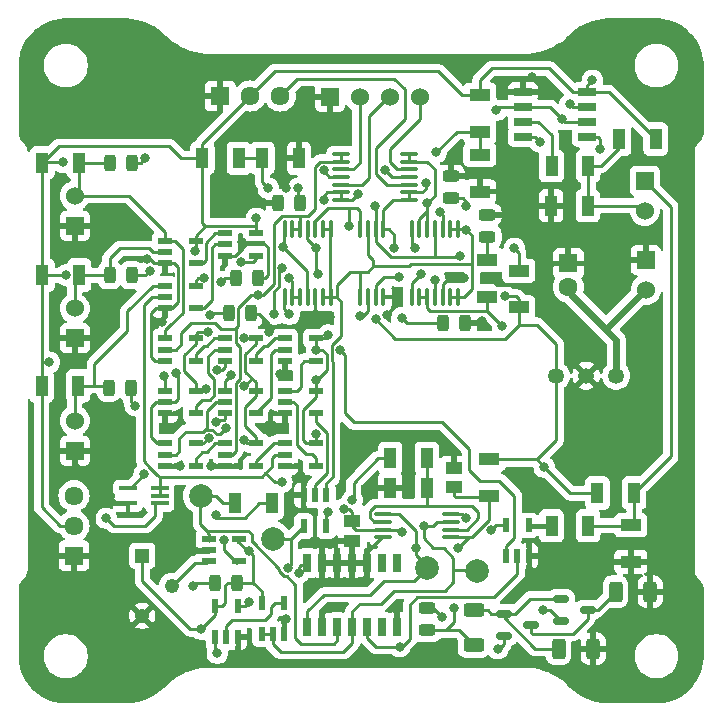
<source format=gbr>
%TF.GenerationSoftware,KiCad,Pcbnew,8.0.0*%
%TF.CreationDate,2024-04-17T18:05:46+02:00*%
%TF.ProjectId,TSAL,5453414c-2e6b-4696-9361-645f70636258,V2.1*%
%TF.SameCoordinates,Original*%
%TF.FileFunction,Copper,L1,Top*%
%TF.FilePolarity,Positive*%
%FSLAX46Y46*%
G04 Gerber Fmt 4.6, Leading zero omitted, Abs format (unit mm)*
G04 Created by KiCad (PCBNEW 8.0.0) date 2024-04-17 18:05:46*
%MOMM*%
%LPD*%
G01*
G04 APERTURE LIST*
G04 Aperture macros list*
%AMRoundRect*
0 Rectangle with rounded corners*
0 $1 Rounding radius*
0 $2 $3 $4 $5 $6 $7 $8 $9 X,Y pos of 4 corners*
0 Add a 4 corners polygon primitive as box body*
4,1,4,$2,$3,$4,$5,$6,$7,$8,$9,$2,$3,0*
0 Add four circle primitives for the rounded corners*
1,1,$1+$1,$2,$3*
1,1,$1+$1,$4,$5*
1,1,$1+$1,$6,$7*
1,1,$1+$1,$8,$9*
0 Add four rect primitives between the rounded corners*
20,1,$1+$1,$2,$3,$4,$5,0*
20,1,$1+$1,$4,$5,$6,$7,0*
20,1,$1+$1,$6,$7,$8,$9,0*
20,1,$1+$1,$8,$9,$2,$3,0*%
G04 Aperture macros list end*
%TA.AperFunction,SMDPad,CuDef*%
%ADD10RoundRect,0.243750X0.243750X0.456250X-0.243750X0.456250X-0.243750X-0.456250X0.243750X-0.456250X0*%
%TD*%
%TA.AperFunction,SMDPad,CuDef*%
%ADD11RoundRect,0.250000X0.625000X-0.312500X0.625000X0.312500X-0.625000X0.312500X-0.625000X-0.312500X0*%
%TD*%
%TA.AperFunction,SMDPad,CuDef*%
%ADD12R,1.150000X0.600000*%
%TD*%
%TA.AperFunction,SMDPad,CuDef*%
%ADD13R,1.050000X1.800000*%
%TD*%
%TA.AperFunction,SMDPad,CuDef*%
%ADD14R,1.528000X0.650000*%
%TD*%
%TA.AperFunction,SMDPad,CuDef*%
%ADD15RoundRect,0.243750X-0.243750X-0.456250X0.243750X-0.456250X0.243750X0.456250X-0.243750X0.456250X0*%
%TD*%
%TA.AperFunction,SMDPad,CuDef*%
%ADD16R,1.800000X1.050000*%
%TD*%
%TA.AperFunction,SMDPad,CuDef*%
%ADD17R,1.470000X1.070000*%
%TD*%
%TA.AperFunction,SMDPad,CuDef*%
%ADD18RoundRect,0.100000X-0.100000X0.637500X-0.100000X-0.637500X0.100000X-0.637500X0.100000X0.637500X0*%
%TD*%
%TA.AperFunction,SMDPad,CuDef*%
%ADD19RoundRect,0.243750X-0.456250X0.243750X-0.456250X-0.243750X0.456250X-0.243750X0.456250X0.243750X0*%
%TD*%
%TA.AperFunction,SMDPad,CuDef*%
%ADD20RoundRect,0.250000X-0.312500X-0.625000X0.312500X-0.625000X0.312500X0.625000X-0.312500X0.625000X0*%
%TD*%
%TA.AperFunction,SMDPad,CuDef*%
%ADD21RoundRect,0.100000X-0.637500X-0.100000X0.637500X-0.100000X0.637500X0.100000X-0.637500X0.100000X0*%
%TD*%
%TA.AperFunction,ComponentPad*%
%ADD22R,1.530000X1.530000*%
%TD*%
%TA.AperFunction,ComponentPad*%
%ADD23C,1.530000*%
%TD*%
%TA.AperFunction,SMDPad,CuDef*%
%ADD24R,0.650000X1.525000*%
%TD*%
%TA.AperFunction,ComponentPad*%
%ADD25R,1.600000X1.600000*%
%TD*%
%TA.AperFunction,ComponentPad*%
%ADD26C,1.600000*%
%TD*%
%TA.AperFunction,SMDPad,CuDef*%
%ADD27RoundRect,0.150000X-0.512500X-0.150000X0.512500X-0.150000X0.512500X0.150000X-0.512500X0.150000X0*%
%TD*%
%TA.AperFunction,ComponentPad*%
%ADD28R,1.610000X1.610000*%
%TD*%
%TA.AperFunction,ComponentPad*%
%ADD29C,1.610000*%
%TD*%
%TA.AperFunction,SMDPad,CuDef*%
%ADD30R,0.600000X1.150000*%
%TD*%
%TA.AperFunction,SMDPad,CuDef*%
%ADD31C,2.000000*%
%TD*%
%TA.AperFunction,ComponentPad*%
%ADD32C,1.350000*%
%TD*%
%TA.AperFunction,ComponentPad*%
%ADD33R,1.217000X1.217000*%
%TD*%
%TA.AperFunction,ComponentPad*%
%ADD34C,1.217000*%
%TD*%
%TA.AperFunction,SMDPad,CuDef*%
%ADD35R,1.500000X0.400000*%
%TD*%
%TA.AperFunction,SMDPad,CuDef*%
%ADD36RoundRect,0.250000X0.312500X0.625000X-0.312500X0.625000X-0.312500X-0.625000X0.312500X-0.625000X0*%
%TD*%
%TA.AperFunction,SMDPad,CuDef*%
%ADD37RoundRect,0.100000X0.100000X-0.637500X0.100000X0.637500X-0.100000X0.637500X-0.100000X-0.637500X0*%
%TD*%
%TA.AperFunction,ViaPad*%
%ADD38C,0.800000*%
%TD*%
%TA.AperFunction,Conductor*%
%ADD39C,0.250000*%
%TD*%
%TA.AperFunction,Conductor*%
%ADD40C,0.600000*%
%TD*%
%TA.AperFunction,Conductor*%
%ADD41C,0.400000*%
%TD*%
G04 APERTURE END LIST*
D10*
%TO.P,D5,1,K*%
%TO.N,GND*%
X119047500Y-48260000D03*
%TO.P,D5,2,A*%
%TO.N,Net-(D5-A)*%
X117172500Y-48260000D03*
%TD*%
D11*
%TO.P,R38,1*%
%TO.N,+5V*%
X137287000Y-79313500D03*
%TO.P,R38,2*%
%TO.N,Net-(Q3-Pad1)*%
X137287000Y-76388500D03*
%TD*%
D12*
%TO.P,G5,1*%
%TO.N,/PreCharge*%
X116205000Y-57790000D03*
%TO.P,G5,2*%
%TO.N,/Int_PreCharge*%
X116205000Y-58740000D03*
%TO.P,G5,3,GND*%
%TO.N,GND*%
X116205000Y-59690000D03*
%TO.P,G5,4*%
%TO.N,Net-(G12-Pad2)*%
X118805000Y-59690000D03*
%TO.P,G5,5,VCC*%
%TO.N,+5V*%
X118805000Y-57790000D03*
%TD*%
D13*
%TO.P,R2,1*%
%TO.N,/AIR_1*%
X103860000Y-38465000D03*
%TO.P,R2,2*%
%TO.N,+5V*%
X100760000Y-38465000D03*
%TD*%
D14*
%TO.P,TI1,1,GND*%
%TO.N,GND*%
X141434000Y-32497500D03*
%TO.P,TI1,2,TRIGGER*%
%TO.N,Net-(TI1-THRESHOLD)*%
X141434000Y-33767500D03*
%TO.P,TI1,3,OUTPUT*%
%TO.N,/Clign*%
X141434000Y-35037500D03*
%TO.P,TI1,4,RESET*%
%TO.N,/DC-Link_In*%
X141434000Y-36307500D03*
%TO.P,TI1,5,CONTROL_VOLTAGE*%
%TO.N,Net-(TI1-CONTROL_VOLTAGE)*%
X146856000Y-36307500D03*
%TO.P,TI1,6,THRESHOLD*%
%TO.N,Net-(TI1-THRESHOLD)*%
X146856000Y-35037500D03*
%TO.P,TI1,7,DISCHARGE*%
%TO.N,Net-(TI1-DISCHARGE)*%
X146856000Y-33767500D03*
%TO.P,TI1,8,+VCC*%
%TO.N,+5V*%
X146856000Y-32497500D03*
%TD*%
D13*
%TO.P,R6,1*%
%TO.N,Net-(G8-Pad4)*%
X143865000Y-69215000D03*
%TO.P,R6,2*%
%TO.N,/Green_Signal_SCS*%
X146965000Y-69215000D03*
%TD*%
D15*
%TO.P,D3,1,K*%
%TO.N,/AIR_2*%
X106452500Y-47990000D03*
%TO.P,D3,2,A*%
%TO.N,Net-(D3-A)*%
X108327500Y-47990000D03*
%TD*%
D16*
%TO.P,R23,1*%
%TO.N,/0.75V*%
X137795000Y-35840000D03*
%TO.P,R23,2*%
%TO.N,+5V*%
X137795000Y-32740000D03*
%TD*%
D17*
%TO.P,C23,1*%
%TO.N,GND*%
X127000000Y-70474000D03*
%TO.P,C23,2*%
%TO.N,/dis2*%
X127000000Y-68834000D03*
%TD*%
D18*
%TO.P,CP4,1*%
%TO.N,/SCS compliance*%
X135935000Y-44127500D03*
%TO.P,CP4,2*%
X135285000Y-44127500D03*
%TO.P,CP4,3,V+*%
%TO.N,+5V*%
X134635000Y-44127500D03*
%TO.P,CP4,4,-*%
%TO.N,/0.75V*%
X133985000Y-44127500D03*
%TO.P,CP4,5,+*%
%TO.N,/Int_PreCharge*%
X133335000Y-44127500D03*
%TO.P,CP4,6,-*%
X132685000Y-44127500D03*
%TO.P,CP4,7,+*%
%TO.N,/4.25V*%
X132035000Y-44127500D03*
%TO.P,CP4,8,-*%
%TO.N,/0.75V*%
X132035000Y-49852500D03*
%TO.P,CP4,9,+*%
%TO.N,/VoltageAIR*%
X132685000Y-49852500D03*
%TO.P,CP4,10,-*%
X133335000Y-49852500D03*
%TO.P,CP4,11,+*%
%TO.N,/4.25V*%
X133985000Y-49852500D03*
%TO.P,CP4,12,V-*%
%TO.N,GND*%
X134635000Y-49852500D03*
%TO.P,CP4,13*%
%TO.N,/SCS compliance*%
X135285000Y-49852500D03*
%TO.P,CP4,14*%
X135935000Y-49852500D03*
%TD*%
D12*
%TO.P,CP1,1,OUT*%
%TO.N,/Int_del*%
X114828800Y-70322400D03*
%TO.P,CP1,2,VCC-*%
%TO.N,GND*%
X114828800Y-71272400D03*
%TO.P,CP1,3,IN-*%
%TO.N,Net-(CP1-IN-)*%
X114828800Y-72222400D03*
%TO.P,CP1,4,IN+*%
%TO.N,Net-(CP1-IN+)*%
X117428800Y-72222400D03*
%TO.P,CP1,5,VCC+*%
%TO.N,+5V*%
X117428800Y-70322400D03*
%TD*%
D18*
%TO.P,CP3,14*%
%TO.N,/SCS compliance*%
X125160600Y-49829600D03*
%TO.P,CP3,13*%
X124510600Y-49829600D03*
%TO.P,CP3,12,V-*%
%TO.N,GND*%
X123860600Y-49829600D03*
%TO.P,CP3,11,+*%
%TO.N,/4.25V*%
X123210600Y-49829600D03*
%TO.P,CP3,10,-*%
%TO.N,/Int_AIR_2*%
X122560600Y-49829600D03*
%TO.P,CP3,9,+*%
X121910600Y-49829600D03*
%TO.P,CP3,8,-*%
%TO.N,/0.75V*%
X121260600Y-49829600D03*
%TO.P,CP3,7,+*%
%TO.N,/4.25V*%
X121260600Y-44104600D03*
%TO.P,CP3,6,-*%
%TO.N,/Int_AIR_1*%
X121910600Y-44104600D03*
%TO.P,CP3,5,+*%
X122560600Y-44104600D03*
%TO.P,CP3,4,-*%
%TO.N,/0.75V*%
X123210600Y-44104600D03*
%TO.P,CP3,3,V+*%
%TO.N,+5V*%
X123860600Y-44104600D03*
%TO.P,CP3,2*%
%TO.N,/SCS compliance*%
X124510600Y-44104600D03*
%TO.P,CP3,1*%
X125160600Y-44104600D03*
%TD*%
D19*
%TO.P,D2,1,K*%
%TO.N,Net-(D2-K)*%
X133350000Y-76200000D03*
%TO.P,D2,2,A*%
%TO.N,+5V*%
X133350000Y-78075000D03*
%TD*%
D16*
%TO.P,R30,1*%
%TO.N,/dis1*%
X138557000Y-66701000D03*
%TO.P,R30,2*%
%TO.N,+5V*%
X138557000Y-63601000D03*
%TD*%
D20*
%TO.P,R40,1*%
%TO.N,Net-(Q3-Pad1)*%
X144460500Y-79629000D03*
%TO.P,R40,2*%
%TO.N,GND*%
X147385500Y-79629000D03*
%TD*%
D13*
%TO.P,R20,1*%
%TO.N,/Int_del*%
X117068000Y-67310000D03*
%TO.P,R20,2*%
%TO.N,+5V*%
X120168000Y-67310000D03*
%TD*%
D21*
%TO.P,CP5,1*%
%TO.N,/CLR*%
X129598500Y-68240000D03*
%TO.P,CP5,2,-*%
%TO.N,/mid_Pot*%
X129598500Y-68890000D03*
%TO.P,CP5,3,+*%
%TO.N,/dis2*%
X129598500Y-69540000D03*
%TO.P,CP5,4,V-*%
%TO.N,GND*%
X129598500Y-70190000D03*
%TO.P,CP5,5,+*%
%TO.N,/dis1*%
X135323500Y-70190000D03*
%TO.P,CP5,6,-*%
%TO.N,/mid_Pot*%
X135323500Y-69540000D03*
%TO.P,CP5,7*%
%TO.N,/PRE*%
X135323500Y-68890000D03*
%TO.P,CP5,8,V+*%
%TO.N,+5V*%
X135323500Y-68240000D03*
%TD*%
D16*
%TO.P,R24,1*%
%TO.N,GND*%
X137795000Y-40920000D03*
%TO.P,R24,2*%
%TO.N,/0.75V*%
X137795000Y-37820000D03*
%TD*%
D10*
%TO.P,D9,1,K*%
%TO.N,GND*%
X118405950Y-51243969D03*
%TO.P,D9,2,A*%
%TO.N,Net-(D9-A)*%
X116530950Y-51243969D03*
%TD*%
D22*
%TO.P,J7,1,1*%
%TO.N,GND*%
X125095000Y-32902680D03*
D23*
%TO.P,J7,2,2*%
%TO.N,/Raw_Int_AIR_1*%
X127635000Y-32902680D03*
%TO.P,J7,3,3*%
%TO.N,/Raw_Int_AIR_2*%
X130175000Y-32902680D03*
%TO.P,J7,4,4*%
%TO.N,/Raw_Int_PreCharge*%
X132715000Y-32902680D03*
%TD*%
D24*
%TO.P,DL1,1,1~{CLR}*%
%TO.N,/CLR*%
X123190000Y-77814000D03*
%TO.P,DL1,2,1D*%
%TO.N,GND*%
X124460000Y-77814000D03*
%TO.P,DL1,3,1~{CLK}*%
%TO.N,/Int_del*%
X125730000Y-77814000D03*
%TO.P,DL1,4,1~{PRE}*%
%TO.N,/PRE*%
X127000000Y-77814000D03*
%TO.P,DL1,5,1Q*%
%TO.N,/INT*%
X128270000Y-77814000D03*
%TO.P,DL1,6,1~{Q}*%
%TO.N,unconnected-(DL1-1~{Q}-Pad6)*%
X129540000Y-77814000D03*
%TO.P,DL1,7,GND*%
%TO.N,GND*%
X130810000Y-77814000D03*
%TO.P,DL1,8,2~{Q}*%
%TO.N,unconnected-(DL1-2~{Q}-Pad8)*%
X130810000Y-72390000D03*
%TO.P,DL1,9,2Q*%
%TO.N,unconnected-(DL1-2Q-Pad9)*%
X129540000Y-72390000D03*
%TO.P,DL1,10,2~{PRE}*%
%TO.N,GND*%
X128270000Y-72390000D03*
%TO.P,DL1,11,2~{CLK}*%
X127000000Y-72390000D03*
%TO.P,DL1,12,2D*%
X125730000Y-72390000D03*
%TO.P,DL1,13,2~{CLR}*%
X124460000Y-72390000D03*
%TO.P,DL1,14,VCC*%
%TO.N,+5V*%
X123190000Y-72390000D03*
%TD*%
D13*
%TO.P,R7,1*%
%TO.N,/PreCharge*%
X103785000Y-57375000D03*
%TO.P,R7,2*%
%TO.N,+5V*%
X100685000Y-57375000D03*
%TD*%
D12*
%TO.P,G3,1*%
%TO.N,/AIR_1*%
X111155000Y-53345000D03*
%TO.P,G3,2*%
%TO.N,/Int_AIR_1*%
X111155000Y-54295000D03*
%TO.P,G3,3,GND*%
%TO.N,GND*%
X111155000Y-55245000D03*
%TO.P,G3,4*%
%TO.N,Net-(G3-Pad4)*%
X113755000Y-55245000D03*
%TO.P,G3,5,VCC*%
%TO.N,+5V*%
X113755000Y-53345000D03*
%TD*%
%TO.P,G13,1*%
%TO.N,Net-(G12-Pad4)*%
X121315000Y-57790000D03*
%TO.P,G13,2*%
%TO.N,Net-(G11-Pad4)*%
X121315000Y-58740000D03*
%TO.P,G13,3,GND*%
%TO.N,GND*%
X121315000Y-59690000D03*
%TO.P,G13,4*%
%TO.N,Net-(G13-Pad4)*%
X123915000Y-59690000D03*
%TO.P,G13,5,VCC*%
%TO.N,+5V*%
X123915000Y-57790000D03*
%TD*%
D22*
%TO.P,J6,1,1*%
%TO.N,GND*%
X151840000Y-46720000D03*
D23*
%TO.P,J6,2,2*%
%TO.N,+12V*%
X151840000Y-49260000D03*
%TD*%
D16*
%TO.P,R25,1*%
%TO.N,Net-(D7-A)*%
X138430000Y-46710000D03*
%TO.P,R25,2*%
%TO.N,/VoltageAIR*%
X138430000Y-49810000D03*
%TD*%
D25*
%TO.P,C13,1*%
%TO.N,GND*%
X145295120Y-47012197D03*
D26*
%TO.P,C13,2*%
%TO.N,+12V*%
X145295120Y-49012197D03*
%TD*%
D22*
%TO.P,J2,1,1*%
%TO.N,GND*%
X103505000Y-53340000D03*
D23*
%TO.P,J2,2,2*%
%TO.N,/AIR_2*%
X103505000Y-50800000D03*
%TD*%
D27*
%TO.P,Q3,1*%
%TO.N,Net-(Q3-Pad1)*%
X144658500Y-75377000D03*
%TO.P,Q3,2*%
%TO.N,/dis1*%
X144658500Y-77277000D03*
%TO.P,Q3,3*%
%TO.N,Net-(Q3-Pad3)*%
X146933500Y-76327000D03*
%TD*%
D12*
%TO.P,G12,1*%
%TO.N,Net-(G12-Pad1)*%
X121315000Y-53345000D03*
%TO.P,G12,2*%
%TO.N,Net-(G12-Pad2)*%
X121315000Y-54295000D03*
%TO.P,G12,3,GND*%
%TO.N,GND*%
X121315000Y-55245000D03*
%TO.P,G12,4*%
%TO.N,Net-(G12-Pad4)*%
X123915000Y-55245000D03*
%TO.P,G12,5,VCC*%
%TO.N,+5V*%
X123915000Y-53345000D03*
%TD*%
%TO.P,G10,1*%
%TO.N,Net-(G1-Pad4)*%
X116235000Y-44450000D03*
%TO.P,G10,2*%
%TO.N,Net-(G10-Pad2)*%
X116235000Y-45400000D03*
%TO.P,G10,3,GND*%
%TO.N,GND*%
X116235000Y-46350000D03*
%TO.P,G10,4*%
%TO.N,/Lightning_cond*%
X118835000Y-46350000D03*
%TO.P,G10,5,VCC*%
%TO.N,+5V*%
X118835000Y-44450000D03*
%TD*%
%TO.P,G4,1*%
%TO.N,/AIR_2*%
X111155000Y-57790000D03*
%TO.P,G4,2*%
%TO.N,/Int_AIR_2*%
X111155000Y-58740000D03*
%TO.P,G4,3,GND*%
%TO.N,GND*%
X111155000Y-59690000D03*
%TO.P,G4,4*%
%TO.N,Net-(G4-Pad4)*%
X113755000Y-59690000D03*
%TO.P,G4,5,VCC*%
%TO.N,+5V*%
X113755000Y-57790000D03*
%TD*%
%TO.P,G9,1*%
%TO.N,Net-(G3-Pad4)*%
X116205000Y-53345000D03*
%TO.P,G9,2*%
%TO.N,Net-(G4-Pad4)*%
X116205000Y-54295000D03*
%TO.P,G9,3,GND*%
%TO.N,GND*%
X116205000Y-55245000D03*
%TO.P,G9,4*%
%TO.N,Net-(G12-Pad1)*%
X118805000Y-55245000D03*
%TO.P,G9,5,VCC*%
%TO.N,+5V*%
X118805000Y-53345000D03*
%TD*%
D28*
%TO.P,J8,1,1*%
%TO.N,GND*%
X115815000Y-32827680D03*
D29*
%TO.P,J8,2,2*%
%TO.N,+5V*%
X118355000Y-32827680D03*
%TO.P,J8,3,3*%
%TO.N,/Raw_DC-Link_In*%
X120895000Y-32827680D03*
%TD*%
D13*
%TO.P,R22,1*%
%TO.N,GND*%
X122480000Y-38100000D03*
%TO.P,R22,2*%
%TO.N,/4.25V*%
X119380000Y-38100000D03*
%TD*%
D12*
%TO.P,G2,1*%
%TO.N,/PreCharge*%
X111125000Y-48895000D03*
%TO.P,G2,2*%
%TO.N,/VoltageAIR*%
X111125000Y-49845000D03*
%TO.P,G2,3,GND*%
%TO.N,GND*%
X111125000Y-50795000D03*
%TO.P,G2,4*%
%TO.N,Net-(G10-Pad2)*%
X113725000Y-50795000D03*
%TO.P,G2,5,VCC*%
%TO.N,+5V*%
X113725000Y-48895000D03*
%TD*%
D16*
%TO.P,R48,1*%
%TO.N,GND*%
X150571200Y-72263600D03*
%TO.P,R48,2*%
%TO.N,/Green_Signal_SCS*%
X150571200Y-69163600D03*
%TD*%
D30*
%TO.P,G14,1*%
%TO.N,/SCS compliance*%
X124794648Y-66646481D03*
%TO.P,G14,2*%
%TO.N,Net-(G13-Pad4)*%
X123844648Y-66646481D03*
%TO.P,G14,3,GND*%
%TO.N,GND*%
X122894648Y-66646481D03*
%TO.P,G14,4*%
%TO.N,/Int_log*%
X122894648Y-69246481D03*
%TO.P,G14,5,VCC*%
%TO.N,+5V*%
X124794648Y-69246481D03*
%TD*%
D13*
%TO.P,R46,1*%
%TO.N,GND*%
X143839600Y-42113200D03*
%TO.P,R46,2*%
%TO.N,/Red_Signal_SCS*%
X146939600Y-42113200D03*
%TD*%
D17*
%TO.P,C22,1*%
%TO.N,GND*%
X135636000Y-64331000D03*
%TO.P,C22,2*%
%TO.N,/dis1*%
X135636000Y-65971000D03*
%TD*%
D12*
%TO.P,G1,1*%
%TO.N,/AIR_1*%
X111125000Y-45085000D03*
%TO.P,G1,2*%
%TO.N,/AIR_2*%
X111125000Y-46035000D03*
%TO.P,G1,3,GND*%
%TO.N,GND*%
X111125000Y-46985000D03*
%TO.P,G1,4*%
%TO.N,Net-(G1-Pad4)*%
X113725000Y-46985000D03*
%TO.P,G1,5,VCC*%
%TO.N,+5V*%
X113725000Y-45085000D03*
%TD*%
D13*
%TO.P,R18,1*%
%TO.N,/Clign*%
X143865000Y-38735000D03*
%TO.P,R18,2*%
%TO.N,/Red_Signal_SCS*%
X146965000Y-38735000D03*
%TD*%
D30*
%TO.P,G16,1*%
%TO.N,/PRE*%
X119319000Y-78389000D03*
%TO.P,G16,2*%
X120269000Y-78389000D03*
%TO.P,G16,3,GND*%
%TO.N,GND*%
X121219000Y-78389000D03*
%TO.P,G16,4*%
%TO.N,Net-(G15-Pad2)*%
X121219000Y-75789000D03*
%TO.P,G16,5,VCC*%
%TO.N,+5V*%
X119319000Y-75789000D03*
%TD*%
D13*
%TO.P,R26,1*%
%TO.N,/mid_Pot*%
X133312500Y-63500000D03*
%TO.P,R26,2*%
%TO.N,+5V*%
X130212500Y-63500000D03*
%TD*%
D12*
%TO.P,G7,1*%
%TO.N,/Int_AIR_2*%
X111155000Y-62235000D03*
%TO.P,G7,2*%
%TO.N,/Int_PreCharge*%
X111155000Y-63185000D03*
%TO.P,G7,3,GND*%
%TO.N,GND*%
X111155000Y-64135000D03*
%TO.P,G7,4*%
%TO.N,Net-(G6-Pad1)*%
X113755000Y-64135000D03*
%TO.P,G7,5,VCC*%
%TO.N,+5V*%
X113755000Y-62235000D03*
%TD*%
%TO.P,G11,1*%
%TO.N,Net-(G11-Pad1)*%
X121315000Y-62235000D03*
%TO.P,G11,2*%
%TO.N,/VoltageAIR*%
X121315000Y-63185000D03*
%TO.P,G11,3,GND*%
%TO.N,GND*%
X121315000Y-64135000D03*
%TO.P,G11,4*%
%TO.N,Net-(G11-Pad4)*%
X123915000Y-64135000D03*
%TO.P,G11,5,VCC*%
%TO.N,+5V*%
X123915000Y-62235000D03*
%TD*%
D31*
%TO.P,TP3,1,1*%
%TO.N,/PRE*%
X137541000Y-73025000D03*
%TD*%
D19*
%TO.P,D11,1,K*%
%TO.N,GND*%
X135339243Y-39618325D03*
%TO.P,D11,2,A*%
%TO.N,Net-(D11-A)*%
X135339243Y-41493325D03*
%TD*%
D28*
%TO.P,J4,1,1*%
%TO.N,GND*%
X103430000Y-71755000D03*
D29*
%TO.P,J4,2,2*%
%TO.N,+5V*%
X103430000Y-69215000D03*
%TO.P,J4,3,3*%
%TO.N,/Raw_VoltageAIR*%
X103430000Y-66675000D03*
%TD*%
D31*
%TO.P,TP2,1,1*%
%TO.N,/Int_del*%
X114173000Y-66675000D03*
%TD*%
D13*
%TO.P,R4,1*%
%TO.N,/AIR_2*%
X103860000Y-47990000D03*
%TO.P,R4,2*%
%TO.N,+5V*%
X100760000Y-47990000D03*
%TD*%
%TO.P,R47,1*%
%TO.N,/Green_Signal_SCS*%
X150851200Y-66446400D03*
%TO.P,R47,2*%
%TO.N,+5V*%
X147751200Y-66446400D03*
%TD*%
%TO.P,R21,1*%
%TO.N,/4.25V*%
X117400000Y-38100000D03*
%TO.P,R21,2*%
%TO.N,+5V*%
X114300000Y-38100000D03*
%TD*%
%TO.P,R27,1*%
%TO.N,GND*%
X130212500Y-66040000D03*
%TO.P,R27,2*%
%TO.N,/mid_Pot*%
X133312500Y-66040000D03*
%TD*%
D22*
%TO.P,J9,1,1*%
%TO.N,/Green_Signal_SCS*%
X151765000Y-40005000D03*
D23*
%TO.P,J9,2,2*%
%TO.N,/Red_Signal_SCS*%
X151765000Y-42545000D03*
%TD*%
D15*
%TO.P,D10,1,K*%
%TO.N,GND*%
X120680000Y-41910000D03*
%TO.P,D10,2,A*%
%TO.N,Net-(D10-A)*%
X122555000Y-41910000D03*
%TD*%
%TO.P,D4,1,K*%
%TO.N,/PreCharge*%
X106377500Y-57515000D03*
%TO.P,D4,2,A*%
%TO.N,Net-(D4-A)*%
X108252500Y-57515000D03*
%TD*%
D32*
%TO.P,PS1,1,+VIN*%
%TO.N,+12V*%
X149342320Y-56515000D03*
%TO.P,PS1,2,GND*%
%TO.N,GND*%
X146802320Y-56515000D03*
%TO.P,PS1,3,+VOUT*%
%TO.N,+5V*%
X144262320Y-56515000D03*
%TD*%
D31*
%TO.P,TP1,1,1*%
%TO.N,/Int_log*%
X120323416Y-70374163D03*
%TD*%
D15*
%TO.P,D1,1,K*%
%TO.N,/AIR_1*%
X106452500Y-38465000D03*
%TO.P,D1,2,A*%
%TO.N,Net-(D1-A)*%
X108327500Y-38465000D03*
%TD*%
D10*
%TO.P,D8,1,K*%
%TO.N,GND*%
X136568634Y-52080993D03*
%TO.P,D8,2,A*%
%TO.N,Net-(D8-A)*%
X134693634Y-52080993D03*
%TD*%
D21*
%TO.P,U1,14*%
%TO.N,/Int_PreCharge*%
X131767500Y-37747159D03*
%TO.P,U1,13,-*%
X131767500Y-38397159D03*
%TO.P,U1,12,+*%
%TO.N,/Raw_Int_PreCharge*%
X131767500Y-39047159D03*
%TO.P,U1,11,V-*%
%TO.N,GND*%
X131767500Y-39697159D03*
%TO.P,U1,10,+*%
%TO.N,/Raw_DC-Link_In*%
X131767500Y-40347159D03*
%TO.P,U1,9,-*%
%TO.N,/DC-Link_In*%
X131767500Y-40997159D03*
%TO.P,U1,8*%
X131767500Y-41647159D03*
%TO.P,U1,7*%
%TO.N,/Int_AIR_2*%
X126042500Y-41647159D03*
%TO.P,U1,6,-*%
X126042500Y-40997159D03*
%TO.P,U1,5,+*%
%TO.N,/Raw_Int_AIR_2*%
X126042500Y-40347159D03*
%TO.P,U1,4,V+*%
%TO.N,+5V*%
X126042500Y-39697159D03*
%TO.P,U1,3,+*%
%TO.N,/Raw_Int_AIR_1*%
X126042500Y-39047159D03*
%TO.P,U1,2,-*%
%TO.N,/Int_AIR_1*%
X126042500Y-38397159D03*
%TO.P,U1,1*%
X126042500Y-37747159D03*
%TD*%
D33*
%TO.P,RV1,1,CCW*%
%TO.N,+5V*%
X109215000Y-71755000D03*
D34*
%TO.P,RV1,2,WIPER*%
%TO.N,Net-(CP1-IN-)*%
X111755000Y-74295000D03*
%TO.P,RV1,3,CW*%
%TO.N,GND*%
X109215000Y-76835000D03*
%TD*%
D35*
%TO.P,U2,1,+*%
%TO.N,/Raw_VoltageAIR*%
X110677000Y-67325000D03*
%TO.P,U2,2,-*%
%TO.N,/VoltageAIR*%
X110677000Y-66675000D03*
%TO.P,U2,3*%
X110677000Y-66025000D03*
%TO.P,U2,4,V+*%
%TO.N,+5V*%
X108017000Y-66025000D03*
%TO.P,U2,5,V-*%
%TO.N,GND*%
X108017000Y-67325000D03*
%TD*%
D30*
%TO.P,G8,1*%
%TO.N,/Lightning_cond*%
X140020000Y-71785000D03*
%TO.P,G8,2*%
%TO.N,/INT*%
X140970000Y-71785000D03*
%TO.P,G8,3,GND*%
%TO.N,GND*%
X141920000Y-71785000D03*
%TO.P,G8,4*%
%TO.N,Net-(G8-Pad4)*%
X141920000Y-69185000D03*
%TO.P,G8,5,VCC*%
%TO.N,+5V*%
X140020000Y-69185000D03*
%TD*%
D12*
%TO.P,G6,1*%
%TO.N,Net-(G6-Pad1)*%
X116235000Y-62235000D03*
%TO.P,G6,2*%
%TO.N,/Int_AIR_1*%
X116235000Y-63185000D03*
%TO.P,G6,3,GND*%
%TO.N,GND*%
X116235000Y-64135000D03*
%TO.P,G6,4*%
%TO.N,Net-(G11-Pad1)*%
X118835000Y-64135000D03*
%TO.P,G6,5,VCC*%
%TO.N,+5V*%
X118835000Y-62235000D03*
%TD*%
D13*
%TO.P,R45,1*%
%TO.N,/Red_Signal_SCS*%
X149580000Y-36474400D03*
%TO.P,R45,2*%
%TO.N,+5V*%
X152680000Y-36474400D03*
%TD*%
D22*
%TO.P,J1,1,1*%
%TO.N,GND*%
X103505000Y-43815000D03*
D23*
%TO.P,J1,2,2*%
%TO.N,/AIR_1*%
X103505000Y-41275000D03*
%TD*%
D22*
%TO.P,J3,1,1*%
%TO.N,GND*%
X103505000Y-62865000D03*
D23*
%TO.P,J3,2,2*%
%TO.N,/PreCharge*%
X103505000Y-60325000D03*
%TD*%
D15*
%TO.P,D6,1,K*%
%TO.N,Net-(D6-K)*%
X115394500Y-74041000D03*
%TO.P,D6,2,A*%
%TO.N,+5V*%
X117269500Y-74041000D03*
%TD*%
D30*
%TO.P,G15,1*%
%TO.N,/Int_log*%
X115382000Y-78643000D03*
%TO.P,G15,2*%
%TO.N,Net-(G15-Pad2)*%
X116332000Y-78643000D03*
%TO.P,G15,3,GND*%
%TO.N,GND*%
X117282000Y-78643000D03*
%TO.P,G15,4*%
%TO.N,Net-(G15-Pad4)*%
X117282000Y-76043000D03*
%TO.P,G15,5,VCC*%
%TO.N,+5V*%
X115382000Y-76043000D03*
%TD*%
D19*
%TO.P,D7,1,K*%
%TO.N,GND*%
X138430000Y-42877500D03*
%TO.P,D7,2,A*%
%TO.N,Net-(D7-A)*%
X138430000Y-44752500D03*
%TD*%
D36*
%TO.P,R37,1*%
%TO.N,GND*%
X152211500Y-74803000D03*
%TO.P,R37,2*%
%TO.N,Net-(Q3-Pad3)*%
X149286500Y-74803000D03*
%TD*%
D37*
%TO.P,CP2,1*%
%TO.N,/SCS compliance*%
X127676000Y-49852500D03*
%TO.P,CP2,2,-*%
%TO.N,/DC-Link_In*%
X128326000Y-49852500D03*
%TO.P,CP2,3,+*%
%TO.N,/4.25V*%
X128976000Y-49852500D03*
%TO.P,CP2,4,V-*%
%TO.N,GND*%
X129626000Y-49852500D03*
%TO.P,CP2,5,+*%
%TO.N,/DC-Link_In*%
X129626000Y-44127500D03*
%TO.P,CP2,6,-*%
%TO.N,/0.75V*%
X128976000Y-44127500D03*
%TO.P,CP2,7*%
%TO.N,/SCS compliance*%
X128326000Y-44127500D03*
%TO.P,CP2,8,V+*%
%TO.N,+5V*%
X127676000Y-44127500D03*
%TD*%
D16*
%TO.P,R28,1*%
%TO.N,+5V*%
X141096870Y-50726974D03*
%TO.P,R28,2*%
%TO.N,/SCS compliance*%
X141096870Y-47626974D03*
%TD*%
D27*
%TO.P,Q4,1*%
%TO.N,Net-(Q3-Pad1)*%
X139832500Y-76647000D03*
%TO.P,Q4,2*%
%TO.N,/dis2*%
X139832500Y-78547000D03*
%TO.P,Q4,3*%
%TO.N,Net-(Q3-Pad3)*%
X142107500Y-77597000D03*
%TD*%
D31*
%TO.P,TP4,1,1*%
%TO.N,/CLR*%
X133350000Y-72771000D03*
%TD*%
D38*
%TO.N,+5V*%
X147320000Y-31496000D03*
X115443000Y-68326000D03*
X124564500Y-39121659D03*
X138715321Y-69616881D03*
X109372400Y-64871600D03*
X117859500Y-57396436D03*
X135636000Y-76200000D03*
X134410498Y-42672000D03*
X123952000Y-61468000D03*
X126746000Y-43815000D03*
X117859500Y-53340000D03*
X117859500Y-61976000D03*
X143256000Y-64262000D03*
X123952000Y-54345498D03*
X114808000Y-52832000D03*
X113695952Y-45989450D03*
X127000000Y-67056000D03*
X114581000Y-57652837D03*
X114173000Y-77978000D03*
X114822336Y-61798065D03*
X139929502Y-49784000D03*
X102735498Y-47990000D03*
X102537100Y-38456953D03*
X124968000Y-53048500D03*
X123952000Y-56896000D03*
X136647701Y-68575701D03*
X101346000Y-55372000D03*
X118872000Y-43180000D03*
X124968000Y-68072000D03*
X118257747Y-71327853D03*
X128979991Y-51744786D03*
X114410500Y-48260000D03*
X122474424Y-73221636D03*
%TO.N,Net-(D1-A)*%
X109429502Y-38100000D03*
%TO.N,Net-(D2-K)*%
X134620000Y-76962000D03*
%TO.N,Net-(D3-A)*%
X109855000Y-47625000D03*
%TO.N,Net-(D4-A)*%
X108622500Y-59055000D03*
%TO.N,Net-(D5-A)*%
X115876702Y-48565004D03*
%TO.N,Net-(D9-A)*%
X114935000Y-51345500D03*
%TO.N,Net-(D10-A)*%
X122428000Y-40640000D03*
%TO.N,Net-(D11-A)*%
X136652000Y-42164000D03*
%TO.N,GND*%
X129756500Y-39116000D03*
X142240000Y-73152000D03*
X116332000Y-40132000D03*
X124968000Y-76200000D03*
X109594681Y-46649425D03*
X115469596Y-60437044D03*
X138684000Y-48260000D03*
X137935916Y-51849186D03*
X111252000Y-60833000D03*
X130556000Y-76200000D03*
X128016000Y-73914000D03*
X129912202Y-51384248D03*
X136435500Y-48260000D03*
X139573000Y-39624000D03*
X125095000Y-51562000D03*
X115062000Y-64135000D03*
X117621654Y-45229475D03*
X119932869Y-52813187D03*
X120904000Y-56388000D03*
X142240000Y-31204500D03*
X113030000Y-71501000D03*
X120396000Y-60960000D03*
X126728727Y-62629164D03*
X121412000Y-77089000D03*
X112395000Y-64135000D03*
X121412000Y-40639500D03*
X115532500Y-56015500D03*
X110871000Y-51943000D03*
%TO.N,/CLR*%
X132397500Y-71120000D03*
%TO.N,/PRE*%
X133032500Y-69215000D03*
%TO.N,/SCS compliance*%
X136652000Y-44196000D03*
X140716000Y-45720000D03*
%TO.N,/DC-Link_In*%
X127635000Y-51435000D03*
X130556000Y-45720000D03*
X133194642Y-40160358D03*
X142875000Y-36717500D03*
%TO.N,/4.25V*%
X133985000Y-48402806D03*
X119888000Y-40640000D03*
X130937000Y-48133000D03*
X132269385Y-45657615D03*
X121158000Y-45593000D03*
%TO.N,/0.75V*%
X124079000Y-47879000D03*
X132842000Y-47879000D03*
X134112000Y-37592000D03*
X123952000Y-45720000D03*
X136144000Y-46369451D03*
X121666000Y-51308000D03*
X128905000Y-42164000D03*
%TO.N,/VoltageAIR*%
X139704299Y-52328299D03*
X121031000Y-65532000D03*
%TO.N,/Raw_VoltageAIR*%
X106172000Y-68580000D03*
%TO.N,/AIR_2*%
X111087360Y-56546182D03*
%TO.N,/PreCharge*%
X116730500Y-56465498D03*
%TO.N,Net-(D6-K)*%
X113538000Y-74295000D03*
%TO.N,Net-(D8-A)*%
X131186701Y-51599500D03*
%TO.N,/Int_AIR_1*%
X119009898Y-49713996D03*
%TO.N,/Int_AIR_2*%
X127508000Y-41148000D03*
X112060321Y-56317375D03*
X124564500Y-41656000D03*
X121666000Y-48260000D03*
%TO.N,/Int_PreCharge*%
X133350000Y-41910000D03*
X116332000Y-60960000D03*
%TO.N,/Int_log*%
X121543299Y-72766701D03*
X115570000Y-80010000D03*
%TO.N,Net-(TI1-THRESHOLD)*%
X139192000Y-34036000D03*
X144780000Y-34812500D03*
%TO.N,Net-(TI1-CONTROL_VOLTAGE)*%
X148004502Y-37352500D03*
%TO.N,/INT*%
X131006862Y-79457347D03*
%TO.N,/Lightning_cond*%
X121064500Y-47371000D03*
X120396000Y-51308000D03*
X125989500Y-54356000D03*
X117580029Y-46854569D03*
%TO.N,Net-(TI1-DISCHARGE)*%
X145415000Y-33542500D03*
%TO.N,Net-(G15-Pad4)*%
X118237000Y-75692000D03*
%TO.N,/dis2*%
X126297890Y-67780500D03*
X139319000Y-79629000D03*
X131191000Y-69747498D03*
%TO.N,/dis1*%
X143129000Y-76327000D03*
X135934498Y-71120000D03*
%TO.N,Net-(CP1-IN+)*%
X116128800Y-70408800D03*
%TD*%
D39*
%TO.N,+5V*%
X114300000Y-38100000D02*
X114300000Y-36882680D01*
X113755000Y-52996000D02*
X113755000Y-53345000D01*
X146856000Y-32497500D02*
X145654500Y-32497500D01*
X122809000Y-59436000D02*
X122809000Y-61976000D01*
X143256000Y-64262000D02*
X142595000Y-63601000D01*
X117905000Y-60755000D02*
X118835000Y-61685000D01*
X118257747Y-71327853D02*
X118618000Y-71688106D01*
X123915000Y-56933000D02*
X123952000Y-56896000D01*
X100685000Y-67665000D02*
X100685000Y-57375000D01*
X116459000Y-74041000D02*
X117269500Y-74041000D01*
X139147202Y-69185000D02*
X138715321Y-69616881D01*
X102710914Y-48014584D02*
X100784584Y-48014584D01*
X112776000Y-56134000D02*
X112776000Y-54800500D01*
X135267500Y-68240000D02*
X136312000Y-68240000D01*
X124412498Y-54308498D02*
X124815000Y-54711000D01*
X141096870Y-50726974D02*
X141096870Y-52196870D01*
X124815000Y-54711000D02*
X124815000Y-56033000D01*
X128979991Y-51744786D02*
X130635225Y-53400020D01*
X118118500Y-62235000D02*
X117859500Y-61976000D01*
X136048500Y-78075000D02*
X134904000Y-78075000D01*
X115981000Y-76043000D02*
X116251084Y-75772916D01*
X135636000Y-77343000D02*
X135636000Y-76200000D01*
X127108614Y-65560938D02*
X127108614Y-66947386D01*
X136245000Y-32740000D02*
X134239000Y-30734000D01*
X117864500Y-53345000D02*
X117859500Y-53340000D01*
X140843000Y-49784000D02*
X141096870Y-50037870D01*
X123915000Y-54308498D02*
X124412498Y-54308498D01*
X134904000Y-78075000D02*
X135636000Y-77343000D01*
X117905000Y-56183000D02*
X118805000Y-57083000D01*
X125041159Y-39697159D02*
X126042500Y-39697159D01*
X143637000Y-30480000D02*
X138811000Y-30480000D01*
X123915000Y-53345000D02*
X123915000Y-54308498D01*
X138811000Y-30480000D02*
X137795000Y-31496000D01*
X117905000Y-59133000D02*
X117905000Y-60755000D01*
X124564500Y-39121659D02*
X124564500Y-39220500D01*
X117859500Y-57396436D02*
X118488968Y-56766968D01*
X113725000Y-44644000D02*
X113725000Y-45085000D01*
X115652000Y-68535000D02*
X117901000Y-68535000D01*
X134635000Y-42896502D02*
X134635000Y-44127500D01*
X134410498Y-42672000D02*
X134635000Y-42896502D01*
X114173000Y-77978000D02*
X115382000Y-76769000D01*
X123915000Y-53345000D02*
X124671500Y-53345000D01*
X113725000Y-45960402D02*
X113695952Y-45989450D01*
X114300000Y-38100000D02*
X114300000Y-43581000D01*
X123915000Y-58330000D02*
X122809000Y-59436000D01*
X122809000Y-61976000D02*
X123068000Y-62235000D01*
X133350000Y-78075000D02*
X134904000Y-78075000D01*
X113725000Y-48454000D02*
X113725000Y-48895000D01*
X114808000Y-52832000D02*
X113919000Y-52832000D01*
X122692940Y-72506060D02*
X122474424Y-72724576D01*
X109372400Y-64871600D02*
X108219000Y-66025000D01*
X118805000Y-53345000D02*
X118805000Y-53788000D01*
X114300000Y-43581000D02*
X114544000Y-43825000D01*
X115382000Y-76043000D02*
X115981000Y-76043000D01*
X114822336Y-61798065D02*
X114385401Y-62235000D01*
X123915000Y-54308498D02*
X123952000Y-54345498D01*
X123840000Y-43419000D02*
X123840000Y-44127500D01*
X124564500Y-39220500D02*
X125041159Y-39697159D01*
X130635225Y-53400020D02*
X139893720Y-53400020D01*
X114410500Y-48260000D02*
X113919000Y-48260000D01*
X144262320Y-61985680D02*
X142647000Y-63601000D01*
X114581000Y-57652837D02*
X114443837Y-57790000D01*
X126746000Y-42427305D02*
X126873000Y-42300305D01*
X113755000Y-53821500D02*
X113755000Y-53345000D01*
X124671500Y-53345000D02*
X124968000Y-53048500D01*
X118835000Y-44450000D02*
X118835000Y-43825000D01*
X127676000Y-44127500D02*
X127676000Y-42595305D01*
X130212500Y-63500000D02*
X129169552Y-63500000D01*
X139929502Y-49784000D02*
X140843000Y-49784000D01*
X123915000Y-62235000D02*
X123915000Y-61505000D01*
X123915000Y-57790000D02*
X123915000Y-56933000D01*
X122474424Y-72724576D02*
X122474424Y-73221636D01*
X118872000Y-43180000D02*
X118835000Y-43217000D01*
X146856000Y-31960000D02*
X147320000Y-31496000D01*
X116251084Y-74248916D02*
X116459000Y-74041000D01*
X102735498Y-47990000D02*
X102710914Y-48014584D01*
X100760000Y-38465000D02*
X100760000Y-47990000D01*
X111506000Y-37084000D02*
X102141000Y-37084000D01*
X117905000Y-54688000D02*
X117905000Y-56183000D01*
X100685000Y-48065000D02*
X100685000Y-57375000D01*
X119319000Y-75789000D02*
X119319000Y-74742000D01*
X145440400Y-66446400D02*
X147751200Y-66446400D01*
X120448680Y-30734000D02*
X118355000Y-32827680D01*
X124815000Y-56033000D02*
X123915000Y-56933000D01*
X118257747Y-71327853D02*
X118129453Y-71327853D01*
X102235000Y-69215000D02*
X100685000Y-67665000D01*
X129169552Y-63500000D02*
X127108614Y-65560938D01*
X127381000Y-42300305D02*
X126873000Y-42300305D01*
X112522000Y-38100000D02*
X111506000Y-37084000D01*
X127676000Y-42595305D02*
X127381000Y-42300305D01*
X114300000Y-36882680D02*
X118355000Y-32827680D01*
X114300000Y-38100000D02*
X112522000Y-38100000D01*
X115382000Y-76769000D02*
X115382000Y-76043000D01*
X118618000Y-71688106D02*
X118618000Y-74041000D01*
X100685000Y-55372000D02*
X100685000Y-57375000D01*
X123068000Y-62235000D02*
X123915000Y-62235000D01*
X102141000Y-37084000D02*
X100760000Y-38465000D01*
X140020000Y-69185000D02*
X139147202Y-69185000D01*
X113284000Y-77978000D02*
X114173000Y-77978000D01*
X118129453Y-71327853D02*
X117276400Y-70474800D01*
X118835000Y-43217000D02*
X118835000Y-44450000D01*
X123915000Y-57790000D02*
X123915000Y-58330000D01*
X109215000Y-73909000D02*
X113284000Y-77978000D01*
X137795000Y-32740000D02*
X136245000Y-32740000D01*
X144262320Y-53838320D02*
X144262320Y-61985680D01*
X118805000Y-53345000D02*
X117864500Y-53345000D01*
X142620870Y-52196870D02*
X144262320Y-53838320D01*
X146856000Y-32497500D02*
X148703100Y-32497500D01*
X112776000Y-54800500D02*
X113755000Y-53821500D01*
X114443837Y-57790000D02*
X113755000Y-57790000D01*
X127108614Y-66947386D02*
X127000000Y-67056000D01*
X113725000Y-45085000D02*
X113725000Y-45960402D01*
X114385401Y-62235000D02*
X113755000Y-62235000D01*
X118805000Y-58233000D02*
X117905000Y-59133000D01*
X124794648Y-68245352D02*
X124968000Y-68072000D01*
X142595000Y-63601000D02*
X138557000Y-63601000D01*
X119319000Y-74742000D02*
X118618000Y-74041000D01*
X116251084Y-75772916D02*
X116251084Y-74248916D01*
X145654500Y-32497500D02*
X143637000Y-30480000D01*
X118805000Y-57083000D02*
X118805000Y-57790000D01*
X141096870Y-52196870D02*
X142620870Y-52196870D01*
X103040000Y-69215000D02*
X102235000Y-69215000D01*
X118488968Y-56766968D02*
X118805000Y-57083000D01*
X114544000Y-43825000D02*
X113725000Y-44644000D01*
X118805000Y-57790000D02*
X118805000Y-58233000D01*
X118835000Y-43825000D02*
X114544000Y-43825000D01*
X124794648Y-69246481D02*
X124794648Y-68245352D01*
X123190000Y-72506060D02*
X122692940Y-72506060D01*
X137795000Y-31496000D02*
X137795000Y-32740000D01*
X123915000Y-61505000D02*
X123952000Y-61468000D01*
X108219000Y-66025000D02*
X108017000Y-66025000D01*
X113755000Y-57113000D02*
X112776000Y-56134000D01*
X118835000Y-62235000D02*
X118118500Y-62235000D01*
X101346000Y-55372000D02*
X100685000Y-55372000D01*
X118805000Y-53788000D02*
X117905000Y-54688000D01*
X113919000Y-52832000D02*
X113755000Y-52996000D01*
X102537100Y-38456953D02*
X100768047Y-38456953D01*
X117901000Y-68535000D02*
X119126000Y-67310000D01*
X134239000Y-30734000D02*
X120448680Y-30734000D01*
X118835000Y-61685000D02*
X118835000Y-62235000D01*
X146856000Y-32497500D02*
X146856000Y-31960000D01*
X124958695Y-42300305D02*
X123840000Y-43419000D01*
X119126000Y-67310000D02*
X120168000Y-67310000D01*
X143256000Y-64262000D02*
X145440400Y-66446400D01*
X136312000Y-68240000D02*
X136647701Y-68575701D01*
X139893720Y-53400020D02*
X141096870Y-52196870D01*
X113755000Y-57790000D02*
X113755000Y-57113000D01*
X109215000Y-71755000D02*
X109215000Y-73909000D01*
X115443000Y-68326000D02*
X115652000Y-68535000D01*
X126873000Y-42300305D02*
X124958695Y-42300305D01*
X141096870Y-50037870D02*
X141096870Y-50726974D01*
X148703100Y-32497500D02*
X152680000Y-36474400D01*
X137287000Y-79313500D02*
X136048500Y-78075000D01*
X118618000Y-74041000D02*
X117269500Y-74041000D01*
X113919000Y-48260000D02*
X113725000Y-48454000D01*
X126746000Y-43815000D02*
X126746000Y-42427305D01*
%TO.N,Net-(D1-A)*%
X109064502Y-38465000D02*
X109429502Y-38100000D01*
X108327500Y-38465000D02*
X109064502Y-38465000D01*
%TO.N,Net-(D2-K)*%
X134620000Y-76962000D02*
X133858000Y-76200000D01*
%TO.N,Net-(D3-A)*%
X109855000Y-47625000D02*
X109474000Y-48006000D01*
X109474000Y-48006000D02*
X108343500Y-48006000D01*
%TO.N,Net-(D4-A)*%
X108622500Y-59055000D02*
X108252500Y-58685000D01*
X108252500Y-58685000D02*
X108252500Y-57515000D01*
%TO.N,Net-(D5-A)*%
X116181706Y-48260000D02*
X115876702Y-48565004D01*
X117172500Y-48260000D02*
X116181706Y-48260000D01*
D40*
%TO.N,+12V*%
X151775112Y-49260000D02*
X148492500Y-52542612D01*
X148492500Y-52542612D02*
X148492500Y-52607500D01*
X149342320Y-56515000D02*
X149342320Y-53457320D01*
X145317811Y-49432811D02*
X148492500Y-52607500D01*
X149342320Y-53457320D02*
X148492500Y-52607500D01*
D39*
%TO.N,Net-(D9-A)*%
X116530950Y-51243969D02*
X115036531Y-51243969D01*
X115036531Y-51243969D02*
X114935000Y-51345500D01*
%TO.N,Net-(D10-A)*%
X122428000Y-40640000D02*
X122428000Y-41783000D01*
%TO.N,Net-(D11-A)*%
X136347056Y-41493325D02*
X135339243Y-41493325D01*
X136652000Y-41798269D02*
X136347056Y-41493325D01*
X136652000Y-42164000D02*
X136652000Y-41798269D01*
%TO.N,GND*%
X119932869Y-52114869D02*
X119932869Y-52813187D01*
X118405950Y-51286268D02*
X119104268Y-51286268D01*
X115469596Y-60437044D02*
X115671640Y-60235000D01*
X128016000Y-73914000D02*
X128270000Y-73660000D01*
X109904730Y-46649425D02*
X110240305Y-46985000D01*
X116168000Y-60235000D02*
X116205000Y-60198000D01*
X124460000Y-51562000D02*
X125095000Y-51562000D01*
X111895000Y-46985000D02*
X112199000Y-47289000D01*
X115671640Y-60235000D02*
X116168000Y-60235000D01*
X130337659Y-39697159D02*
X129756500Y-39116000D01*
X121315000Y-55977000D02*
X120904000Y-56388000D01*
X121219000Y-78389000D02*
X121219000Y-77282000D01*
X109982000Y-54897000D02*
X109982000Y-51181000D01*
X145295120Y-47012197D02*
X144077449Y-47012197D01*
X119890000Y-48004000D02*
X119890000Y-45683281D01*
X141896500Y-31204500D02*
X142240000Y-31204500D01*
X119104268Y-51286268D02*
X119932869Y-52114869D01*
X112395000Y-64135000D02*
X111155000Y-64135000D01*
X111125000Y-46985000D02*
X111895000Y-46985000D01*
X136181500Y-48514000D02*
X136435500Y-48260000D01*
X123840000Y-49852500D02*
X123840000Y-50942000D01*
X141434000Y-32497500D02*
X141434000Y-31667000D01*
X119890000Y-45683281D02*
X119436194Y-45229475D01*
X124460000Y-76708000D02*
X124968000Y-76200000D01*
X134899111Y-48514000D02*
X136181500Y-48514000D01*
X110240305Y-46985000D02*
X111125000Y-46985000D01*
X116235000Y-46350000D02*
X117060000Y-46350000D01*
X114900400Y-71424800D02*
X113106200Y-71424800D01*
X119634000Y-48260000D02*
X119890000Y-48004000D01*
X109982000Y-51181000D02*
X110368000Y-50795000D01*
X115942500Y-56015500D02*
X116205000Y-55753000D01*
X124460000Y-77814000D02*
X124460000Y-76708000D01*
X128270000Y-73660000D02*
X128270000Y-72390000D01*
X117060000Y-46350000D02*
X117621654Y-45788346D01*
X143383000Y-47706646D02*
X143383000Y-48133000D01*
X113106200Y-71424800D02*
X113030000Y-71501000D01*
X121315000Y-55245000D02*
X121315000Y-55977000D01*
X139239500Y-48815500D02*
X138684000Y-48260000D01*
X116205000Y-55753000D02*
X116205000Y-55245000D01*
X117621654Y-45788346D02*
X117621654Y-45229475D01*
X103505000Y-63880000D02*
X106950000Y-67325000D01*
X115062000Y-64135000D02*
X116235000Y-64135000D01*
X121219000Y-77282000D02*
X121412000Y-77089000D01*
X143383000Y-48133000D02*
X142700500Y-48815500D01*
X129542500Y-70190000D02*
X128270000Y-71462500D01*
X110330000Y-55245000D02*
X109982000Y-54897000D01*
X116205000Y-60198000D02*
X116205000Y-59690000D01*
X112199000Y-47289000D02*
X112199000Y-50296000D01*
X141434000Y-31667000D02*
X141896500Y-31204500D01*
X130810000Y-76454000D02*
X130556000Y-76200000D01*
X112199000Y-50296000D02*
X111700000Y-50795000D01*
X103505000Y-62865000D02*
X103505000Y-63880000D01*
X142700500Y-48815500D02*
X139239500Y-48815500D01*
X134635000Y-48778111D02*
X134899111Y-48514000D01*
X144077449Y-47012197D02*
X143383000Y-47706646D01*
X115532500Y-56015500D02*
X115942500Y-56015500D01*
X128270000Y-71462500D02*
X128270000Y-72390000D01*
X106950000Y-67325000D02*
X108017000Y-67325000D01*
X110368000Y-50795000D02*
X111125000Y-50795000D01*
X123840000Y-50942000D02*
X124460000Y-51562000D01*
X111155000Y-55245000D02*
X110330000Y-55245000D01*
X130810000Y-77814000D02*
X130810000Y-76454000D01*
X134635000Y-49852500D02*
X134635000Y-48778111D01*
X119047500Y-48260000D02*
X119634000Y-48260000D01*
X111700000Y-50795000D02*
X111125000Y-50795000D01*
X119436194Y-45229475D02*
X117621654Y-45229475D01*
X109594681Y-46649425D02*
X109904730Y-46649425D01*
X131767500Y-39697159D02*
X130337659Y-39697159D01*
%TO.N,/Int_del*%
X120818299Y-72863099D02*
X120818299Y-73067006D01*
X125412500Y-79248000D02*
X125730000Y-78930500D01*
X118196001Y-69631201D02*
X118516400Y-69951600D01*
X114125031Y-66777064D02*
X114125031Y-69040031D01*
X122174000Y-74218800D02*
X122174000Y-78740000D01*
X114716201Y-69631201D02*
X114716201Y-69738599D01*
X114900400Y-69922798D02*
X114900400Y-70474800D01*
X120818299Y-73067006D02*
X121242994Y-73491701D01*
X114716201Y-69631201D02*
X118196001Y-69631201D01*
X115443000Y-66675000D02*
X116078000Y-67310000D01*
X118558052Y-70602853D02*
X120818299Y-72863099D01*
X118516400Y-69951600D02*
X118516400Y-70602853D01*
X122682000Y-79248000D02*
X125412500Y-79248000D01*
X121446901Y-73491701D02*
X122174000Y-74218800D01*
X116078000Y-67310000D02*
X117068000Y-67310000D01*
X114716201Y-69738599D02*
X114900400Y-69922798D01*
X125730000Y-78930500D02*
X125730000Y-77814000D01*
X114125031Y-69040031D02*
X114716201Y-69631201D01*
X114173000Y-66675000D02*
X115443000Y-66675000D01*
X122174000Y-78740000D02*
X122682000Y-79248000D01*
X118516400Y-70602853D02*
X118558052Y-70602853D01*
X121242994Y-73491701D02*
X121446901Y-73491701D01*
%TO.N,/CLR*%
X123190000Y-76454000D02*
X123190000Y-77814000D01*
X132207000Y-73914000D02*
X129667000Y-73914000D01*
X133252795Y-72868205D02*
X132207000Y-73914000D01*
X129598500Y-68240000D02*
X130978000Y-68240000D01*
X132397500Y-71120000D02*
X132397500Y-71691500D01*
X132397500Y-71691500D02*
X133350000Y-72644000D01*
X124587000Y-75057000D02*
X123190000Y-76454000D01*
X129667000Y-73914000D02*
X128524000Y-75057000D01*
X130978000Y-68240000D02*
X132397500Y-69659500D01*
X132397500Y-69659500D02*
X132397500Y-71120000D01*
X128524000Y-75057000D02*
X124587000Y-75057000D01*
%TO.N,/mid_Pot*%
X128480000Y-67963959D02*
X128879959Y-67564000D01*
X137662500Y-68066500D02*
X137662500Y-68585500D01*
X137160000Y-67564000D02*
X137662500Y-68066500D01*
X133312500Y-63500000D02*
X133312500Y-66040000D01*
X128853959Y-68890000D02*
X128480000Y-68516041D01*
X133312500Y-66040000D02*
X133312500Y-67564000D01*
X137662500Y-68585500D02*
X136708000Y-69540000D01*
X128879959Y-67564000D02*
X133312500Y-67564000D01*
X133312500Y-67564000D02*
X137160000Y-67564000D01*
X128480000Y-68516041D02*
X128480000Y-67963959D01*
X129598500Y-68890000D02*
X128853959Y-68890000D01*
X136708000Y-69540000D02*
X135267500Y-69540000D01*
%TO.N,/PRE*%
X135323500Y-68890000D02*
X134183000Y-68890000D01*
X135645785Y-72938997D02*
X137326312Y-72938997D01*
X133032500Y-70294500D02*
X133858000Y-71120000D01*
X126238000Y-79883000D02*
X127000000Y-79121000D01*
X134805000Y-74745000D02*
X130487000Y-74745000D01*
X133858000Y-71120000D02*
X134747000Y-71120000D01*
X119319000Y-78389000D02*
X120269000Y-78389000D01*
X120269000Y-78389000D02*
X120269000Y-79214000D01*
X133032500Y-69215000D02*
X133032500Y-70294500D01*
X120938000Y-79883000D02*
X126238000Y-79883000D01*
X127635000Y-75819000D02*
X127000000Y-76454000D01*
X133858000Y-69215000D02*
X133032500Y-69215000D01*
X127000000Y-79121000D02*
X127000000Y-77814000D01*
X120269000Y-79214000D02*
X120938000Y-79883000D01*
X134183000Y-68890000D02*
X133858000Y-69215000D01*
X130487000Y-74745000D02*
X129413000Y-75819000D01*
X134747000Y-71120000D02*
X135559782Y-71932782D01*
X135559782Y-73025000D02*
X135645785Y-72938997D01*
X129413000Y-75819000D02*
X127635000Y-75819000D01*
X135559782Y-73990218D02*
X134805000Y-74745000D01*
X127000000Y-76454000D02*
X127000000Y-77814000D01*
X135559782Y-71932782D02*
X135559782Y-73025000D01*
X135559782Y-73025000D02*
X135559782Y-73990218D01*
%TO.N,/SCS compliance*%
X126065827Y-50258577D02*
X125659750Y-49852500D01*
X127676000Y-47774500D02*
X127635000Y-47733500D01*
X137160000Y-49149000D02*
X137160000Y-47117000D01*
X137137451Y-47094451D02*
X131953000Y-47094451D01*
X136456500Y-49852500D02*
X135285000Y-49852500D01*
X125264500Y-55287500D02*
X125264500Y-53932500D01*
X128326000Y-44127500D02*
X128326000Y-46284000D01*
X125140000Y-49852500D02*
X124490000Y-49852500D01*
X137160000Y-47117000D02*
X137160000Y-44704000D01*
X126065827Y-53131173D02*
X126065827Y-50258577D01*
X125140000Y-44127500D02*
X125140000Y-49852500D01*
X141096870Y-46100870D02*
X141096870Y-47626974D01*
X124490000Y-44127500D02*
X125140000Y-44127500D01*
X126764500Y-47733500D02*
X125659750Y-48838250D01*
X137160000Y-47117000D02*
X137137451Y-47094451D01*
X128778000Y-46736000D02*
X128778000Y-47244000D01*
X125659750Y-49852500D02*
X125140000Y-49852500D01*
X125659750Y-48838250D02*
X125659750Y-49852500D01*
X128288500Y-47733500D02*
X127635000Y-47733500D01*
X127676000Y-49852500D02*
X127676000Y-47774500D01*
X136583500Y-44127500D02*
X136652000Y-44196000D01*
X125349000Y-55372000D02*
X125264500Y-55287500D01*
X125349000Y-65070198D02*
X125349000Y-55372000D01*
X137160000Y-44704000D02*
X136583500Y-44127500D01*
X131803451Y-47244000D02*
X128778000Y-47244000D01*
X131953000Y-47094451D02*
X131803451Y-47244000D01*
X124794648Y-65624550D02*
X125349000Y-65070198D01*
X137160000Y-49149000D02*
X136456500Y-49852500D01*
X135285000Y-44127500D02*
X136583500Y-44127500D01*
X128778000Y-47244000D02*
X128288500Y-47733500D01*
X124794648Y-66646481D02*
X124794648Y-65624550D01*
X140716000Y-45720000D02*
X141096870Y-46100870D01*
X127635000Y-47733500D02*
X126764500Y-47733500D01*
X128326000Y-46284000D02*
X128778000Y-46736000D01*
X125264500Y-53932500D02*
X126065827Y-53131173D01*
%TO.N,/DC-Link_In*%
X130106500Y-44127500D02*
X129626000Y-44127500D01*
X130556000Y-45720000D02*
X130556000Y-44577000D01*
X128326000Y-49852500D02*
X128326000Y-51012027D01*
X133194642Y-40668358D02*
X133194642Y-40160358D01*
X127903027Y-51435000D02*
X127635000Y-51435000D01*
X131767500Y-40997159D02*
X131767500Y-41647159D01*
X129626000Y-42488830D02*
X130467671Y-41647159D01*
X130556000Y-44577000D02*
X130106500Y-44127500D01*
X128326000Y-51012027D02*
X127903027Y-51435000D01*
X131767500Y-41647159D02*
X130467671Y-41647159D01*
X131767500Y-40997159D02*
X132865841Y-40997159D01*
X132865841Y-40997159D02*
X133194642Y-40668358D01*
X142875000Y-36717500D02*
X142479500Y-36322000D01*
X142479500Y-36322000D02*
X141448500Y-36322000D01*
X129626000Y-44127500D02*
X129626000Y-42488830D01*
%TO.N,/4.25V*%
X119380000Y-40132000D02*
X119380000Y-38100000D01*
X123190000Y-47625000D02*
X121158000Y-45593000D01*
X119888000Y-40640000D02*
X119380000Y-40132000D01*
X129667000Y-48133000D02*
X130937000Y-48133000D01*
X117400000Y-38100000D02*
X119380000Y-38100000D01*
X128976000Y-48824000D02*
X129667000Y-48133000D01*
X132269385Y-45657615D02*
X132035000Y-45423230D01*
X132035000Y-45423230D02*
X132035000Y-44127500D01*
X121158000Y-45593000D02*
X121240000Y-45511000D01*
X133985000Y-48402806D02*
X133985000Y-49852500D01*
X121240000Y-45511000D02*
X121240000Y-44127500D01*
X123190000Y-49852500D02*
X123190000Y-47625000D01*
X128976000Y-49852500D02*
X128976000Y-48824000D01*
%TO.N,/0.75V*%
X121666000Y-51308000D02*
X121240000Y-50882000D01*
X136068451Y-46445000D02*
X136144000Y-46369451D01*
X130255695Y-46445000D02*
X136068451Y-46445000D01*
X132035000Y-48686000D02*
X132842000Y-47879000D01*
X133985000Y-44127500D02*
X133985000Y-46445000D01*
X128976000Y-42235000D02*
X128905000Y-42164000D01*
X128976000Y-44127500D02*
X128976000Y-45165305D01*
X123190000Y-44958000D02*
X123190000Y-44127500D01*
X123952000Y-47752000D02*
X124079000Y-47879000D01*
X123952000Y-45720000D02*
X123952000Y-47752000D01*
X128976000Y-44127500D02*
X128976000Y-42235000D01*
X121240000Y-50882000D02*
X121240000Y-49852500D01*
X137795000Y-35840000D02*
X137795000Y-37820000D01*
X123952000Y-45720000D02*
X123190000Y-44958000D01*
X132035000Y-49852500D02*
X132035000Y-48686000D01*
X134112000Y-37592000D02*
X135864000Y-35840000D01*
X135864000Y-35840000D02*
X137795000Y-35840000D01*
X128976000Y-45165305D02*
X130255695Y-46445000D01*
%TO.N,/VoltageAIR*%
X138430000Y-51054000D02*
X138430000Y-49810000D01*
X133335000Y-50785000D02*
X133604000Y-51054000D01*
X133720993Y-51055993D02*
X138430000Y-51055993D01*
X133719000Y-51054000D02*
X133720993Y-51055993D01*
X110490000Y-64906544D02*
X109723228Y-64139772D01*
X121031000Y-65532000D02*
X120416000Y-65532000D01*
X110677000Y-66025000D02*
X110677000Y-65093544D01*
X119644000Y-64760000D02*
X119311728Y-65092272D01*
X120182492Y-64221508D02*
X119644000Y-64760000D01*
X139704299Y-52328299D02*
X138430000Y-51054000D01*
X120182492Y-63459508D02*
X120182492Y-64221508D01*
X120416000Y-65532000D02*
X119644000Y-64760000D01*
X109347000Y-50546000D02*
X110048000Y-49845000D01*
X110677000Y-66025000D02*
X110677000Y-66675000D01*
X109347000Y-63763544D02*
X109347000Y-50546000D01*
X110675728Y-65092272D02*
X110490000Y-64906544D01*
X119311728Y-65092272D02*
X110675728Y-65092272D01*
X121315000Y-63185000D02*
X120457000Y-63185000D01*
X138430000Y-51055993D02*
X138430000Y-49810000D01*
X133335000Y-49852500D02*
X133335000Y-50785000D01*
X132685000Y-49852500D02*
X133335000Y-49852500D01*
X110048000Y-49845000D02*
X111125000Y-49845000D01*
X133604000Y-51054000D02*
X133719000Y-51054000D01*
X110677000Y-65093544D02*
X110675728Y-65092272D01*
X110490000Y-64906544D02*
X109347000Y-63763544D01*
X120457000Y-63185000D02*
X120182492Y-63459508D01*
%TO.N,/Raw_VoltageAIR*%
X109474000Y-69215000D02*
X106807000Y-69215000D01*
X106807000Y-69215000D02*
X106172000Y-68580000D01*
X110297000Y-68392000D02*
X109474000Y-69215000D01*
X110297000Y-67325000D02*
X110297000Y-68392000D01*
%TO.N,/AIR_1*%
X103505000Y-41275000D02*
X108077000Y-41275000D01*
X108077000Y-41275000D02*
X111125000Y-44323000D01*
X111950000Y-45085000D02*
X112649000Y-45784000D01*
X111171305Y-52668000D02*
X111162000Y-52668000D01*
X103860000Y-38465000D02*
X106452500Y-38465000D01*
X111125000Y-44323000D02*
X111125000Y-45085000D01*
X103860000Y-38465000D02*
X103860000Y-40920000D01*
X112649000Y-51181000D02*
X111596000Y-52234000D01*
X111596000Y-52234000D02*
X111596000Y-52243305D01*
X112649000Y-45784000D02*
X112649000Y-51181000D01*
X111596000Y-52243305D02*
X111171305Y-52668000D01*
X111162000Y-52668000D02*
X111155000Y-52675000D01*
X111155000Y-52675000D02*
X111155000Y-53345000D01*
X111125000Y-45085000D02*
X111950000Y-45085000D01*
%TO.N,/AIR_2*%
X106452500Y-47990000D02*
X106452500Y-46582500D01*
X109781043Y-45720000D02*
X110096043Y-46035000D01*
X111087360Y-56546182D02*
X111155000Y-56613822D01*
X106452500Y-46582500D02*
X107315000Y-45720000D01*
X110096043Y-46035000D02*
X111125000Y-46035000D01*
X103860000Y-47990000D02*
X106452500Y-47990000D01*
X111155000Y-56613822D02*
X111155000Y-57654720D01*
X103505000Y-50800000D02*
X103505000Y-48345000D01*
X107315000Y-45720000D02*
X109781043Y-45720000D01*
%TO.N,/PreCharge*%
X105156000Y-57375000D02*
X105156000Y-55499000D01*
X105156000Y-55499000D02*
X107950000Y-52705000D01*
X110109000Y-48895000D02*
X111125000Y-48895000D01*
X103785000Y-57375000D02*
X106237500Y-57375000D01*
X103505000Y-60325000D02*
X103505000Y-57655000D01*
X103785000Y-57375000D02*
X105156000Y-57375000D01*
X107950000Y-51054000D02*
X110109000Y-48895000D01*
X116730500Y-56465498D02*
X116205000Y-56990998D01*
X107950000Y-52705000D02*
X107950000Y-51054000D01*
X116205000Y-56990998D02*
X116205000Y-57790000D01*
%TO.N,Net-(D6-K)*%
X113792000Y-74041000D02*
X113538000Y-74295000D01*
X115394500Y-74041000D02*
X113792000Y-74041000D01*
%TO.N,Net-(D7-A)*%
X138430000Y-44752500D02*
X138430000Y-46710000D01*
%TO.N,Net-(D8-A)*%
X131186701Y-51599500D02*
X131668194Y-52080993D01*
X131668194Y-52080993D02*
X134693634Y-52080993D01*
%TO.N,/Int_AIR_1*%
X117455000Y-54058604D02*
X117455000Y-56775631D01*
X121890000Y-44127500D02*
X122540000Y-44127500D01*
X115329952Y-52070000D02*
X115837952Y-52578000D01*
X118431589Y-49713996D02*
X117348000Y-50797585D01*
X117348000Y-52324000D02*
X117094000Y-52578000D01*
X116810000Y-63185000D02*
X116235000Y-63185000D01*
X112522000Y-53848000D02*
X112522000Y-52928468D01*
X126042500Y-38397159D02*
X126042500Y-37747159D01*
X122643200Y-42976800D02*
X121047088Y-42976800D01*
X122560600Y-43059400D02*
X122560600Y-44104600D01*
X124263695Y-38397159D02*
X126042500Y-38397159D01*
X123266200Y-42976800D02*
X123840000Y-42403000D01*
X117134500Y-57096131D02*
X117134500Y-62860500D01*
X117348000Y-50797585D02*
X117348000Y-52324000D01*
X117094000Y-52578000D02*
X117134500Y-52618500D01*
X112522000Y-52928468D02*
X113380468Y-52070000D01*
X115837952Y-52578000D02*
X117094000Y-52578000D01*
X117134500Y-53738104D02*
X117455000Y-54058604D01*
X111155000Y-54295000D02*
X112075000Y-54295000D01*
X117134500Y-52618500D02*
X117134500Y-53738104D01*
X122643200Y-42976800D02*
X122560600Y-43059400D01*
X113380468Y-52070000D02*
X115329952Y-52070000D01*
X122643200Y-42976800D02*
X123266200Y-42976800D01*
X120340000Y-43683888D02*
X120340000Y-48777563D01*
X123840000Y-38820854D02*
X124263695Y-38397159D01*
X119009898Y-49713996D02*
X118431589Y-49713996D01*
X121047088Y-42976800D02*
X120340000Y-43683888D01*
X123840000Y-42403000D02*
X123840000Y-38820854D01*
X120340000Y-48777563D02*
X119403567Y-49713996D01*
X117134500Y-62860500D02*
X116810000Y-63185000D01*
X119403567Y-49713996D02*
X119009898Y-49713996D01*
X112075000Y-54295000D02*
X112522000Y-53848000D01*
X117455000Y-56775631D02*
X117134500Y-57096131D01*
%TO.N,/Int_AIR_2*%
X124864841Y-40997159D02*
X124564500Y-41297500D01*
X127008841Y-41647159D02*
X127508000Y-41148000D01*
X111155000Y-62235000D02*
X110495000Y-62235000D01*
X112268000Y-56525054D02*
X112268000Y-58452000D01*
X112268000Y-58452000D02*
X111980000Y-58740000D01*
X110495000Y-62235000D02*
X109955805Y-61695805D01*
X111980000Y-58740000D02*
X111155000Y-58740000D01*
X126042500Y-40997159D02*
X124864841Y-40997159D01*
X126042500Y-40997159D02*
X126042500Y-41647159D01*
X109955805Y-61695805D02*
X109955805Y-59194559D01*
X121890000Y-49852500D02*
X121890000Y-48484000D01*
X126042500Y-41647159D02*
X127008841Y-41647159D01*
X109955805Y-59194559D02*
X110410364Y-58740000D01*
X124564500Y-41297500D02*
X124564500Y-41656000D01*
X121890000Y-48484000D02*
X121666000Y-48260000D01*
X110410364Y-58740000D02*
X111155000Y-58740000D01*
X112060321Y-56317375D02*
X112268000Y-56525054D01*
X122540000Y-49852500D02*
X121890000Y-49852500D01*
%TO.N,/Int_PreCharge*%
X133335000Y-42560000D02*
X133335000Y-41925000D01*
X133335000Y-41925000D02*
X133985000Y-41275000D01*
X116205000Y-58740000D02*
X115443000Y-58740000D01*
X114522031Y-61073065D02*
X115122641Y-61073065D01*
X133329255Y-38397159D02*
X131767500Y-38397159D01*
X112343558Y-61815438D02*
X112343558Y-62916442D01*
X131767500Y-38397159D02*
X131767500Y-37747159D01*
X133985000Y-41275000D02*
X133985000Y-39052904D01*
X133335000Y-42560000D02*
X133335000Y-44127500D01*
X133985000Y-39052904D02*
X133329255Y-38397159D01*
X114681000Y-59502000D02*
X114681000Y-60914096D01*
X114681000Y-60914096D02*
X114328570Y-61266526D01*
X115122641Y-61073065D02*
X115517576Y-61468000D01*
X114328570Y-61266526D02*
X112892470Y-61266526D01*
X114328570Y-61266526D02*
X114522031Y-61073065D01*
X132685000Y-43210000D02*
X133335000Y-42560000D01*
X115824000Y-61468000D02*
X116332000Y-60960000D01*
X132685000Y-44127500D02*
X132685000Y-43210000D01*
X112892470Y-61266526D02*
X112343558Y-61815438D01*
X112075000Y-63185000D02*
X111155000Y-63185000D01*
X115517576Y-61468000D02*
X115824000Y-61468000D01*
X115443000Y-58740000D02*
X114681000Y-59502000D01*
X112343558Y-62916442D02*
X112075000Y-63185000D01*
%TO.N,/Int_log*%
X121543299Y-72766701D02*
X121766966Y-72543034D01*
X121766966Y-70374163D02*
X122894648Y-69246481D01*
X121766966Y-72543034D02*
X121766966Y-70374163D01*
X115382000Y-79822000D02*
X115570000Y-80010000D01*
X121766966Y-70374163D02*
X120323416Y-70374163D01*
X115382000Y-78643000D02*
X115382000Y-79822000D01*
%TO.N,/Raw_Int_AIR_1*%
X127635000Y-38481000D02*
X127068841Y-39047159D01*
X127068841Y-39047159D02*
X126042500Y-39047159D01*
X127635000Y-32712159D02*
X127635000Y-38481000D01*
%TO.N,/Raw_Int_AIR_2*%
X128389581Y-34497578D02*
X128389581Y-39768099D01*
X130175000Y-32712159D02*
X128389581Y-34497578D01*
X127810521Y-40347159D02*
X126042500Y-40347159D01*
X128389581Y-39768099D02*
X127810521Y-40347159D01*
%TO.N,/Raw_DC-Link_In*%
X131445000Y-32267680D02*
X130546320Y-31369000D01*
X122353680Y-31369000D02*
X120895000Y-32827680D01*
X129940159Y-40347159D02*
X129032000Y-39439000D01*
X131445000Y-34818402D02*
X131445000Y-32267680D01*
X129032000Y-37231402D02*
X131445000Y-34818402D01*
X130546320Y-31369000D02*
X122353680Y-31369000D01*
X131767500Y-40347159D02*
X129940159Y-40347159D01*
X129032000Y-39439000D02*
X129032000Y-37231402D01*
%TO.N,/Raw_Int_PreCharge*%
X132715000Y-32712159D02*
X132715000Y-34807680D01*
X132715000Y-34807680D02*
X130175000Y-37347680D01*
X130175000Y-37347680D02*
X130175000Y-38427159D01*
X130175000Y-38427159D02*
X130795000Y-39047159D01*
X130795000Y-39047159D02*
X131767500Y-39047159D01*
%TO.N,Net-(TI1-THRESHOLD)*%
X139460500Y-33767500D02*
X141434000Y-33767500D01*
X144780000Y-34812500D02*
X143735000Y-33767500D01*
X145005000Y-35037500D02*
X144780000Y-34812500D01*
X143735000Y-33767500D02*
X141434000Y-33767500D01*
X139192000Y-34036000D02*
X139460500Y-33767500D01*
X146856000Y-35037500D02*
X145005000Y-35037500D01*
%TO.N,Net-(TI1-CONTROL_VOLTAGE)*%
X147813500Y-36307500D02*
X148004502Y-36498502D01*
X146959502Y-36307500D02*
X147813500Y-36307500D01*
X148004502Y-36498502D02*
X148004502Y-37352500D01*
%TO.N,/INT*%
X128987347Y-79457347D02*
X128270000Y-78740000D01*
X132507924Y-75273817D02*
X138975183Y-75273817D01*
X131006862Y-79457347D02*
X128987347Y-79457347D01*
X131895582Y-75886159D02*
X132507924Y-75273817D01*
X140970000Y-73279000D02*
X140970000Y-71785000D01*
X128270000Y-78740000D02*
X128270000Y-77814000D01*
X131006862Y-79457347D02*
X131235653Y-79457347D01*
X131235653Y-79457347D02*
X131895582Y-78797418D01*
X131895582Y-78797418D02*
X131895582Y-75886159D01*
X138975183Y-75273817D02*
X140970000Y-73279000D01*
%TO.N,Net-(G1-Pad4)*%
X114625000Y-46728500D02*
X114368500Y-46985000D01*
X114368500Y-46985000D02*
X113725000Y-46985000D01*
X114625000Y-45235000D02*
X114625000Y-46728500D01*
X115410000Y-44450000D02*
X114625000Y-45235000D01*
X116235000Y-44450000D02*
X115410000Y-44450000D01*
%TO.N,Net-(G12-Pad2)*%
X121315000Y-54295000D02*
X120490000Y-54295000D01*
X120075000Y-58420000D02*
X118805000Y-59690000D01*
X120075000Y-54710000D02*
X120075000Y-58420000D01*
X120490000Y-54295000D02*
X120075000Y-54710000D01*
%TO.N,Net-(G3-Pad4)*%
X115320305Y-53345000D02*
X114695305Y-53970000D01*
X116205000Y-53345000D02*
X115320305Y-53345000D01*
X114695305Y-53970000D02*
X114432000Y-53970000D01*
X114432000Y-53970000D02*
X113755000Y-54647000D01*
X113755000Y-54647000D02*
X113755000Y-55245000D01*
%TO.N,Net-(G4-Pad4)*%
X114808000Y-54865396D02*
X114808000Y-56316305D01*
X114935000Y-58547000D02*
X114300000Y-58547000D01*
X114808000Y-56316305D02*
X115305500Y-56813805D01*
X115305500Y-58176500D02*
X114935000Y-58547000D01*
X113755000Y-59092000D02*
X113755000Y-59690000D01*
X115378396Y-54295000D02*
X114808000Y-54865396D01*
X114300000Y-58547000D02*
X113755000Y-59092000D01*
X116205000Y-54295000D02*
X115378396Y-54295000D01*
X115305500Y-56813805D02*
X115305500Y-58176500D01*
%TO.N,Net-(G10-Pad2)*%
X114432000Y-50795000D02*
X113725000Y-50795000D01*
X115135000Y-45675000D02*
X115135000Y-50092000D01*
X115135000Y-50092000D02*
X114432000Y-50795000D01*
X115410000Y-45400000D02*
X115135000Y-45675000D01*
X116235000Y-45400000D02*
X115410000Y-45400000D01*
%TO.N,Net-(G11-Pad1)*%
X118835000Y-63727500D02*
X118835000Y-64135000D01*
X121315000Y-62235000D02*
X120327500Y-62235000D01*
X120327500Y-62235000D02*
X118835000Y-63727500D01*
%TO.N,/Lightning_cond*%
X121064500Y-47371000D02*
X120790000Y-47645500D01*
X127127000Y-60452000D02*
X134620000Y-60452000D01*
X140716000Y-70264000D02*
X140020000Y-70960000D01*
X120396000Y-49357959D02*
X120396000Y-51308000D01*
X118835000Y-46646000D02*
X118835000Y-46350000D01*
X117580029Y-46854569D02*
X118626431Y-46854569D01*
X137795000Y-65405000D02*
X139446000Y-65405000D01*
X118626431Y-46854569D02*
X118835000Y-46646000D01*
X140716000Y-66675000D02*
X140716000Y-70264000D01*
X125989500Y-54356000D02*
X126365000Y-54731500D01*
X126365000Y-54731500D02*
X126365000Y-59690000D01*
X134620000Y-60452000D02*
X136906000Y-62738000D01*
X120790000Y-47645500D02*
X120790000Y-48963959D01*
X126365000Y-59690000D02*
X127127000Y-60452000D01*
X139446000Y-65405000D02*
X140716000Y-66675000D01*
X140020000Y-70960000D02*
X140020000Y-71785000D01*
X120790000Y-48963959D02*
X120396000Y-49357959D01*
X136906000Y-64516000D02*
X137795000Y-65405000D01*
X136906000Y-62738000D02*
X136906000Y-64516000D01*
D41*
%TO.N,Net-(G8-Pad4)*%
X143865000Y-69215000D02*
X141950000Y-69215000D01*
D39*
%TO.N,Net-(G12-Pad1)*%
X119512000Y-53970000D02*
X119801361Y-53970000D01*
X119801361Y-53970000D02*
X120426361Y-53345000D01*
X118805000Y-54677000D02*
X119512000Y-53970000D01*
X118805000Y-55245000D02*
X118805000Y-54677000D01*
X120426361Y-53345000D02*
X121315000Y-53345000D01*
%TO.N,Net-(G11-Pad4)*%
X123571000Y-63119000D02*
X123915000Y-63463000D01*
X122010050Y-58740000D02*
X122301000Y-59030950D01*
X123063000Y-63119000D02*
X123571000Y-63119000D01*
X123915000Y-63463000D02*
X123915000Y-64135000D01*
X121315000Y-58740000D02*
X122010050Y-58740000D01*
X122301000Y-62357000D02*
X123063000Y-63119000D01*
X122301000Y-59030950D02*
X122301000Y-62357000D01*
%TO.N,Net-(G12-Pad4)*%
X122615000Y-55565000D02*
X122615000Y-57460457D01*
X122935000Y-55245000D02*
X122615000Y-55565000D01*
X122285457Y-57790000D02*
X121315000Y-57790000D01*
X122615000Y-57460457D02*
X122285457Y-57790000D01*
X123915000Y-55245000D02*
X122935000Y-55245000D01*
%TO.N,Net-(G13-Pad4)*%
X124841000Y-61331695D02*
X123915000Y-60405695D01*
X124841000Y-64734000D02*
X124841000Y-61331695D01*
X123844648Y-66646481D02*
X123844648Y-65730352D01*
X123844648Y-65730352D02*
X124841000Y-64734000D01*
X123915000Y-60405695D02*
X123915000Y-59690000D01*
%TO.N,Net-(TI1-DISCHARGE)*%
X145640000Y-33767500D02*
X145415000Y-33542500D01*
X146856000Y-33767500D02*
X145640000Y-33767500D01*
%TO.N,/Clign*%
X143865000Y-36169000D02*
X143865000Y-38735000D01*
X142733500Y-35037500D02*
X143865000Y-36169000D01*
X141434000Y-35037500D02*
X142733500Y-35037500D01*
%TO.N,Net-(G6-Pad1)*%
X116235000Y-62235000D02*
X115410706Y-62235000D01*
X114300000Y-62992000D02*
X113755000Y-63537000D01*
X115410706Y-62235000D02*
X114653706Y-62992000D01*
X114653706Y-62992000D02*
X114300000Y-62992000D01*
X113755000Y-63537000D02*
X113755000Y-64135000D01*
%TO.N,Net-(G15-Pad2)*%
X116332000Y-77724000D02*
X116332000Y-78389000D01*
X121219000Y-75789000D02*
X120426000Y-75789000D01*
X119639507Y-77210493D02*
X116845507Y-77210493D01*
X120142000Y-76708000D02*
X119639507Y-77210493D01*
X120426000Y-75789000D02*
X120142000Y-76073000D01*
X120142000Y-76073000D02*
X120142000Y-76708000D01*
X116845507Y-77210493D02*
X116332000Y-77724000D01*
%TO.N,Net-(G15-Pad4)*%
X117886000Y-76043000D02*
X118237000Y-75692000D01*
X117282000Y-76043000D02*
X117886000Y-76043000D01*
%TO.N,/dis2*%
X139832500Y-79242500D02*
X139832500Y-78547000D01*
X129542500Y-69540000D02*
X127325000Y-69540000D01*
X129598500Y-69540000D02*
X130983502Y-69540000D01*
X139446000Y-79629000D02*
X139832500Y-79242500D01*
X127000000Y-68834000D02*
X127000000Y-68072000D01*
X126708500Y-67780500D02*
X126297890Y-67780500D01*
X127000000Y-68072000D02*
X126708500Y-67780500D01*
X139319000Y-79629000D02*
X139446000Y-79629000D01*
X127325000Y-69540000D02*
X127000000Y-69215000D01*
X130983502Y-69540000D02*
X131191000Y-69747498D01*
%TO.N,/dis1*%
X135763000Y-66802000D02*
X138557000Y-66802000D01*
X135636000Y-65971000D02*
X135636000Y-66675000D01*
X136864498Y-70190000D02*
X135934498Y-71120000D01*
X143129000Y-76327000D02*
X143708500Y-76327000D01*
X137116897Y-70190000D02*
X136906000Y-70190000D01*
X138557000Y-66802000D02*
X138557000Y-68749897D01*
X135636000Y-66675000D02*
X135763000Y-66802000D01*
X136906000Y-70190000D02*
X136864498Y-70190000D01*
X136906000Y-70190000D02*
X135323500Y-70190000D01*
X138557000Y-68749897D02*
X137116897Y-70190000D01*
X143708500Y-76327000D02*
X144658500Y-77277000D01*
%TO.N,Net-(Q3-Pad1)*%
X137287000Y-76388500D02*
X138491500Y-76388500D01*
X139832500Y-76967500D02*
X139832500Y-76647000D01*
X144460500Y-79629000D02*
X142494000Y-79629000D01*
X142047000Y-75377000D02*
X144658500Y-75377000D01*
X138491500Y-76388500D02*
X138750000Y-76647000D01*
X138750000Y-76647000D02*
X139832500Y-76647000D01*
X142494000Y-79629000D02*
X139832500Y-76967500D01*
X140777000Y-76647000D02*
X142047000Y-75377000D01*
X139832500Y-76647000D02*
X140777000Y-76647000D01*
%TO.N,Net-(Q3-Pad3)*%
X142107500Y-77597000D02*
X142107500Y-78226500D01*
X145669000Y-78359000D02*
X146933500Y-77094500D01*
X142107500Y-78226500D02*
X142240000Y-78359000D01*
X146933500Y-77094500D02*
X146933500Y-76327000D01*
X146933500Y-76327000D02*
X147762500Y-76327000D01*
X147762500Y-76327000D02*
X149286500Y-74803000D01*
X142240000Y-78359000D02*
X145669000Y-78359000D01*
%TO.N,/Green_Signal_SCS*%
X146965000Y-69215000D02*
X150519800Y-69215000D01*
X153974800Y-63322800D02*
X150851200Y-66446400D01*
X150519800Y-69215000D02*
X150571200Y-69163600D01*
X151765000Y-40005000D02*
X153974800Y-42214800D01*
X150851200Y-66446400D02*
X150851200Y-68883600D01*
X153974800Y-42214800D02*
X153974800Y-63322800D01*
X150851200Y-68883600D02*
X150571200Y-69163600D01*
%TO.N,/Red_Signal_SCS*%
X146965000Y-42087800D02*
X146939600Y-42113200D01*
X151333200Y-42113200D02*
X151765000Y-42545000D01*
X146939600Y-42113200D02*
X151333200Y-42113200D01*
X146965000Y-38735000D02*
X146965000Y-42087800D01*
X149580000Y-36474400D02*
X149580000Y-37211600D01*
X149580000Y-37211600D02*
X148056600Y-38735000D01*
X148056600Y-38735000D02*
X146965000Y-38735000D01*
%TO.N,Net-(CP1-IN+)*%
X116128800Y-70408800D02*
X116128800Y-71227200D01*
X116128800Y-71227200D02*
X117276400Y-72374800D01*
%TO.N,Net-(CP1-IN-)*%
X114676400Y-72374800D02*
X113675200Y-72374800D01*
X113675200Y-72374800D02*
X111755000Y-74295000D01*
%TD*%
%TA.AperFunction,Conductor*%
%TO.N,GND*%
G36*
X107679653Y-26250007D02*
G01*
X107892417Y-26252363D01*
X107901821Y-26252826D01*
X108326483Y-26289980D01*
X108337198Y-26291391D01*
X108756311Y-26365292D01*
X108766859Y-26367630D01*
X109079862Y-26451498D01*
X109177940Y-26477778D01*
X109188256Y-26481031D01*
X109588157Y-26626579D01*
X109598145Y-26630715D01*
X109983877Y-26810580D01*
X109993449Y-26815564D01*
X110362017Y-27028350D01*
X110371124Y-27034150D01*
X110588742Y-27186523D01*
X110719748Y-27278251D01*
X110728330Y-27284836D01*
X111054862Y-27558817D01*
X111061876Y-27565174D01*
X111214003Y-27714013D01*
X111214959Y-27714959D01*
X111285534Y-27785534D01*
X111441486Y-27938165D01*
X111775795Y-28218672D01*
X112133280Y-28468976D01*
X112511218Y-28687172D01*
X112906735Y-28871600D01*
X113082485Y-28935566D01*
X113316808Y-29020851D01*
X113316814Y-29020852D01*
X113316820Y-29020855D01*
X113738353Y-29133803D01*
X114168125Y-29209583D01*
X114602867Y-29247620D01*
X114821068Y-29250000D01*
X141678926Y-29250000D01*
X141678932Y-29250000D01*
X141897136Y-29247672D01*
X142331883Y-29209642D01*
X142688431Y-29146776D01*
X142761639Y-29133869D01*
X142761640Y-29133868D01*
X142761661Y-29133865D01*
X143183199Y-29020918D01*
X143593288Y-28871660D01*
X143988808Y-28687227D01*
X144366748Y-28469024D01*
X144724232Y-28218711D01*
X145058539Y-27938193D01*
X145214466Y-27785534D01*
X145285132Y-27714867D01*
X145285967Y-27714042D01*
X145285997Y-27714013D01*
X145438054Y-27565116D01*
X145445080Y-27558746D01*
X145771615Y-27284749D01*
X145780174Y-27278180D01*
X146128826Y-27034051D01*
X146137920Y-27028258D01*
X146506505Y-26815456D01*
X146516084Y-26810470D01*
X146901813Y-26630603D01*
X146911768Y-26626480D01*
X147311711Y-26480915D01*
X147322019Y-26477665D01*
X147733131Y-26367511D01*
X147743650Y-26365179D01*
X148162791Y-26291277D01*
X148173496Y-26289868D01*
X148598141Y-26252722D01*
X148607598Y-26252258D01*
X148820406Y-26250006D01*
X148821718Y-26250000D01*
X152749213Y-26250000D01*
X152750733Y-26250008D01*
X152941077Y-26252343D01*
X152951681Y-26252930D01*
X153331224Y-26290312D01*
X153343249Y-26292096D01*
X153716527Y-26366345D01*
X153728329Y-26369301D01*
X154092544Y-26479785D01*
X154104002Y-26483885D01*
X154455627Y-26629532D01*
X154466626Y-26634734D01*
X154802282Y-26814147D01*
X154812713Y-26820399D01*
X155129169Y-27031849D01*
X155138942Y-27039097D01*
X155430257Y-27278172D01*
X155433148Y-27280544D01*
X155442165Y-27288717D01*
X155711282Y-27557834D01*
X155719455Y-27566851D01*
X155960902Y-27861057D01*
X155968150Y-27870830D01*
X156179600Y-28187286D01*
X156185856Y-28197724D01*
X156365264Y-28533372D01*
X156370467Y-28544372D01*
X156516114Y-28895997D01*
X156520214Y-28907455D01*
X156630698Y-29271670D01*
X156633654Y-29283474D01*
X156707902Y-29656744D01*
X156709688Y-29668781D01*
X156747068Y-30048304D01*
X156747656Y-30058937D01*
X156749991Y-30249266D01*
X156750000Y-30250787D01*
X156750000Y-35915028D01*
X156749957Y-35918297D01*
X156747477Y-36012334D01*
X156744679Y-36035456D01*
X156704312Y-36220779D01*
X156695918Y-36245964D01*
X156617030Y-36418443D01*
X156605383Y-36438639D01*
X156550948Y-36515331D01*
X156549030Y-36517959D01*
X156200012Y-36983316D01*
X156200000Y-36983333D01*
X156137850Y-37070911D01*
X156137844Y-37070919D01*
X156137843Y-37070921D01*
X156048519Y-37266176D01*
X156048519Y-37266177D01*
X156002813Y-37475969D01*
X156002812Y-37475972D01*
X156000000Y-37583316D01*
X156000000Y-72916677D01*
X156002818Y-73024023D01*
X156040339Y-73196234D01*
X156048529Y-73233824D01*
X156137840Y-73429088D01*
X156144516Y-73438494D01*
X156200004Y-73516673D01*
X156549033Y-73982044D01*
X156550937Y-73984653D01*
X156605392Y-74061343D01*
X156617053Y-74081558D01*
X156695937Y-74254028D01*
X156704331Y-74279213D01*
X156744696Y-74464527D01*
X156747495Y-74487672D01*
X156749958Y-74581728D01*
X156750000Y-74584974D01*
X156750000Y-80249212D01*
X156749991Y-80250733D01*
X156747656Y-80441062D01*
X156747068Y-80451695D01*
X156709688Y-80831218D01*
X156707902Y-80843255D01*
X156633654Y-81216525D01*
X156630698Y-81228329D01*
X156520214Y-81592544D01*
X156516114Y-81604002D01*
X156370467Y-81955627D01*
X156365264Y-81966627D01*
X156185856Y-82302275D01*
X156179600Y-82312713D01*
X155968150Y-82629169D01*
X155960902Y-82638942D01*
X155719455Y-82933148D01*
X155711282Y-82942165D01*
X155442165Y-83211282D01*
X155433148Y-83219455D01*
X155138942Y-83460902D01*
X155129169Y-83468150D01*
X154812713Y-83679600D01*
X154802275Y-83685856D01*
X154466627Y-83865264D01*
X154455627Y-83870467D01*
X154104002Y-84016114D01*
X154092544Y-84020214D01*
X153728329Y-84130698D01*
X153716525Y-84133654D01*
X153343255Y-84207902D01*
X153331218Y-84209688D01*
X152951695Y-84247068D01*
X152941062Y-84247656D01*
X152750734Y-84249991D01*
X152749213Y-84250000D01*
X148821760Y-84250000D01*
X148820420Y-84249993D01*
X148607605Y-84247693D01*
X148598137Y-84247228D01*
X148173518Y-84210075D01*
X148162793Y-84208663D01*
X147743688Y-84134761D01*
X147733127Y-84132420D01*
X147322050Y-84022270D01*
X147311733Y-84019017D01*
X146911822Y-83873458D01*
X146901828Y-83869318D01*
X146516133Y-83689464D01*
X146506537Y-83684469D01*
X146138102Y-83471750D01*
X146137971Y-83471674D01*
X146128854Y-83465865D01*
X145780239Y-83221759D01*
X145771657Y-83215174D01*
X145445137Y-82941189D01*
X145438123Y-82934832D01*
X145285997Y-82785987D01*
X145285036Y-82785036D01*
X145214519Y-82714519D01*
X145214504Y-82714504D01*
X145214466Y-82714466D01*
X145058514Y-82561835D01*
X144724205Y-82281328D01*
X144366720Y-82031024D01*
X143988782Y-81812828D01*
X143593265Y-81628400D01*
X143593258Y-81628397D01*
X143593255Y-81628396D01*
X143183191Y-81479148D01*
X143183168Y-81479141D01*
X142761654Y-81366199D01*
X142761657Y-81366199D01*
X142761647Y-81366197D01*
X142761641Y-81366195D01*
X142761637Y-81366195D01*
X142331880Y-81290417D01*
X142060161Y-81266643D01*
X141897133Y-81252380D01*
X141678932Y-81250000D01*
X141678898Y-81250000D01*
X114821074Y-81250000D01*
X114821068Y-81250000D01*
X114805622Y-81250164D01*
X114602879Y-81252327D01*
X114602856Y-81252328D01*
X114168117Y-81290358D01*
X114168108Y-81290359D01*
X113738360Y-81366130D01*
X113738339Y-81366135D01*
X113316811Y-81479078D01*
X113316790Y-81479085D01*
X112906715Y-81628338D01*
X112906707Y-81628341D01*
X112511209Y-81812764D01*
X112511185Y-81812776D01*
X112133260Y-82030971D01*
X112133234Y-82030987D01*
X111775766Y-82281289D01*
X111441463Y-82561804D01*
X111285494Y-82714504D01*
X111214958Y-82785041D01*
X111214032Y-82785957D01*
X111061949Y-82934878D01*
X111054900Y-82941270D01*
X110728395Y-83215241D01*
X110719813Y-83221827D01*
X110371187Y-83465938D01*
X110362063Y-83471750D01*
X109993502Y-83684538D01*
X109983906Y-83689533D01*
X109598205Y-83869387D01*
X109588211Y-83873527D01*
X109188292Y-84019082D01*
X109177975Y-84022335D01*
X108766889Y-84132483D01*
X108756327Y-84134824D01*
X108337218Y-84208720D01*
X108326493Y-84210132D01*
X107901876Y-84247276D01*
X107892382Y-84247741D01*
X107679594Y-84249993D01*
X107678282Y-84250000D01*
X102750787Y-84250000D01*
X102749266Y-84249991D01*
X102558937Y-84247656D01*
X102548304Y-84247068D01*
X102168781Y-84209688D01*
X102156744Y-84207902D01*
X101783474Y-84133654D01*
X101771670Y-84130698D01*
X101407455Y-84020214D01*
X101395997Y-84016114D01*
X101044372Y-83870467D01*
X101033372Y-83865264D01*
X100697724Y-83685856D01*
X100687286Y-83679600D01*
X100370830Y-83468150D01*
X100361057Y-83460902D01*
X100069741Y-83221827D01*
X100066850Y-83219454D01*
X100057834Y-83211282D01*
X99788717Y-82942165D01*
X99780544Y-82933148D01*
X99539097Y-82638942D01*
X99531849Y-82629169D01*
X99320399Y-82312713D01*
X99314143Y-82302275D01*
X99134735Y-81966627D01*
X99129532Y-81955627D01*
X98983885Y-81604002D01*
X98979785Y-81592544D01*
X98945367Y-81479085D01*
X98869300Y-81228327D01*
X98866345Y-81216525D01*
X98792097Y-80843255D01*
X98790311Y-80831218D01*
X98752930Y-80451681D01*
X98752343Y-80441075D01*
X98751487Y-80371288D01*
X100899500Y-80371288D01*
X100931161Y-80611785D01*
X100993947Y-80846104D01*
X101062871Y-81012500D01*
X101086776Y-81070212D01*
X101208064Y-81280289D01*
X101208066Y-81280292D01*
X101208067Y-81280293D01*
X101355733Y-81472736D01*
X101355739Y-81472743D01*
X101527256Y-81644260D01*
X101527262Y-81644265D01*
X101719711Y-81791936D01*
X101929788Y-81913224D01*
X102153900Y-82006054D01*
X102388211Y-82068838D01*
X102568586Y-82092584D01*
X102628711Y-82100500D01*
X102628712Y-82100500D01*
X102871289Y-82100500D01*
X102919388Y-82094167D01*
X103111789Y-82068838D01*
X103346100Y-82006054D01*
X103570212Y-81913224D01*
X103780289Y-81791936D01*
X103972738Y-81644265D01*
X104144265Y-81472738D01*
X104291936Y-81280289D01*
X104413224Y-81070212D01*
X104506054Y-80846100D01*
X104568838Y-80611789D01*
X104600500Y-80371288D01*
X104600500Y-80128712D01*
X104568838Y-79888211D01*
X104506054Y-79653900D01*
X104413224Y-79429788D01*
X104291936Y-79219711D01*
X104205717Y-79107348D01*
X104144266Y-79027263D01*
X104144260Y-79027256D01*
X103972743Y-78855739D01*
X103972736Y-78855733D01*
X103780293Y-78708067D01*
X103780292Y-78708066D01*
X103780289Y-78708064D01*
X103570870Y-78587156D01*
X103570214Y-78586777D01*
X103570205Y-78586773D01*
X103346104Y-78493947D01*
X103111785Y-78431161D01*
X102871289Y-78399500D01*
X102871288Y-78399500D01*
X102628712Y-78399500D01*
X102628711Y-78399500D01*
X102388214Y-78431161D01*
X102153895Y-78493947D01*
X101929794Y-78586773D01*
X101929785Y-78586777D01*
X101719706Y-78708067D01*
X101527263Y-78855733D01*
X101527256Y-78855739D01*
X101355739Y-79027256D01*
X101355733Y-79027263D01*
X101208067Y-79219706D01*
X101086777Y-79429785D01*
X101086773Y-79429794D01*
X100993947Y-79653895D01*
X100931161Y-79888214D01*
X100899500Y-80128711D01*
X100899500Y-80371288D01*
X98751487Y-80371288D01*
X98750009Y-80250732D01*
X98750000Y-80249212D01*
X98750000Y-76835000D01*
X108101751Y-76835000D01*
X108120705Y-77039558D01*
X108120706Y-77039560D01*
X108176924Y-77237147D01*
X108176930Y-77237162D01*
X108268497Y-77421051D01*
X108268498Y-77421052D01*
X108271464Y-77424980D01*
X108271465Y-77424981D01*
X108860000Y-76836446D01*
X108860000Y-76881737D01*
X108884193Y-76972025D01*
X108930930Y-77052975D01*
X108997025Y-77119070D01*
X109077975Y-77165807D01*
X109168263Y-77190000D01*
X109213553Y-77190000D01*
X108628136Y-77775414D01*
X108718781Y-77831539D01*
X108718783Y-77831540D01*
X108910342Y-77905749D01*
X109112284Y-77943500D01*
X109317716Y-77943500D01*
X109519659Y-77905749D01*
X109711214Y-77831541D01*
X109711218Y-77831539D01*
X109801862Y-77775414D01*
X109216448Y-77190000D01*
X109261737Y-77190000D01*
X109352025Y-77165807D01*
X109432975Y-77119070D01*
X109499070Y-77052975D01*
X109545807Y-76972025D01*
X109570000Y-76881737D01*
X109570000Y-76836448D01*
X110158533Y-77424981D01*
X110158533Y-77424980D01*
X110161502Y-77421050D01*
X110161505Y-77421045D01*
X110253069Y-77237162D01*
X110253075Y-77237147D01*
X110309293Y-77039560D01*
X110309294Y-77039558D01*
X110328249Y-76835000D01*
X110328249Y-76834999D01*
X110309294Y-76630441D01*
X110309293Y-76630439D01*
X110253075Y-76432852D01*
X110253069Y-76432837D01*
X110161502Y-76248950D01*
X110158533Y-76245018D01*
X109570000Y-76833551D01*
X109570000Y-76788263D01*
X109545807Y-76697975D01*
X109499070Y-76617025D01*
X109432975Y-76550930D01*
X109352025Y-76504193D01*
X109261737Y-76480000D01*
X109216448Y-76480000D01*
X109801862Y-75894584D01*
X109801861Y-75894583D01*
X109711223Y-75838463D01*
X109711216Y-75838459D01*
X109519657Y-75764250D01*
X109317716Y-75726500D01*
X109112284Y-75726500D01*
X108910342Y-75764250D01*
X108718783Y-75838459D01*
X108628136Y-75894584D01*
X109213553Y-76480000D01*
X109168263Y-76480000D01*
X109077975Y-76504193D01*
X108997025Y-76550930D01*
X108930930Y-76617025D01*
X108884193Y-76697975D01*
X108860000Y-76788263D01*
X108860000Y-76833553D01*
X108271465Y-76245018D01*
X108271464Y-76245018D01*
X108268497Y-76248948D01*
X108268495Y-76248952D01*
X108176930Y-76432837D01*
X108176924Y-76432852D01*
X108120706Y-76630439D01*
X108120705Y-76630441D01*
X108101751Y-76834999D01*
X108101751Y-76835000D01*
X98750000Y-76835000D01*
X98750000Y-74584971D01*
X98750043Y-74581703D01*
X98750485Y-74564928D01*
X98752522Y-74487658D01*
X98755318Y-74464552D01*
X98795689Y-74279213D01*
X98804079Y-74254039D01*
X98882974Y-74081546D01*
X98894606Y-74061375D01*
X98949103Y-73984595D01*
X98950941Y-73982077D01*
X99300000Y-73516667D01*
X99362179Y-73429099D01*
X99451490Y-73233832D01*
X99462234Y-73184509D01*
X99495692Y-73030900D01*
X99497189Y-73024029D01*
X99500000Y-72916667D01*
X99500000Y-58614424D01*
X99519685Y-58547385D01*
X99572489Y-58501630D01*
X99641647Y-58491686D01*
X99705203Y-58520711D01*
X99723267Y-58540114D01*
X99796737Y-58638259D01*
X99796738Y-58638259D01*
X99796739Y-58638261D01*
X99913796Y-58725889D01*
X99970835Y-58747163D01*
X100026767Y-58789033D01*
X100051184Y-58854498D01*
X100051500Y-58863344D01*
X100051500Y-67727398D01*
X100075843Y-67849777D01*
X100075845Y-67849785D01*
X100123598Y-67965072D01*
X100123603Y-67965081D01*
X100192928Y-68068832D01*
X100192931Y-68068836D01*
X101742929Y-69618833D01*
X101790047Y-69665951D01*
X101831168Y-69707072D01*
X101934918Y-69776396D01*
X101934927Y-69776401D01*
X101961043Y-69787218D01*
X102050215Y-69824155D01*
X102172601Y-69848499D01*
X102172605Y-69848500D01*
X102172606Y-69848500D01*
X102205544Y-69848500D01*
X102272583Y-69868185D01*
X102307119Y-69901377D01*
X102412488Y-70051860D01*
X102419957Y-70062526D01*
X102582474Y-70225043D01*
X102582478Y-70225046D01*
X102582481Y-70225048D01*
X102589585Y-70230023D01*
X102633210Y-70284600D01*
X102640402Y-70354098D01*
X102608880Y-70416453D01*
X102548649Y-70451866D01*
X102531721Y-70454886D01*
X102517625Y-70456401D01*
X102517620Y-70456403D01*
X102382913Y-70506645D01*
X102382906Y-70506649D01*
X102267812Y-70592809D01*
X102267809Y-70592812D01*
X102181649Y-70707906D01*
X102181645Y-70707913D01*
X102131403Y-70842620D01*
X102131401Y-70842627D01*
X102125000Y-70902155D01*
X102125000Y-71505000D01*
X102956574Y-71505000D01*
X102931460Y-71548498D01*
X102895000Y-71684566D01*
X102895000Y-71825434D01*
X102931460Y-71961502D01*
X102956574Y-72005000D01*
X102125000Y-72005000D01*
X102125000Y-72607844D01*
X102131401Y-72667372D01*
X102131403Y-72667379D01*
X102181645Y-72802086D01*
X102181649Y-72802093D01*
X102267809Y-72917187D01*
X102267812Y-72917190D01*
X102382906Y-73003350D01*
X102382913Y-73003354D01*
X102517620Y-73053596D01*
X102517627Y-73053598D01*
X102577155Y-73059999D01*
X102577172Y-73060000D01*
X103180000Y-73060000D01*
X103180000Y-72228426D01*
X103223498Y-72253540D01*
X103359566Y-72290000D01*
X103500434Y-72290000D01*
X103636502Y-72253540D01*
X103680000Y-72228426D01*
X103680000Y-73060000D01*
X104282828Y-73060000D01*
X104282844Y-73059999D01*
X104342372Y-73053598D01*
X104342379Y-73053596D01*
X104477086Y-73003354D01*
X104477093Y-73003350D01*
X104592187Y-72917190D01*
X104592190Y-72917187D01*
X104678350Y-72802093D01*
X104678354Y-72802086D01*
X104728596Y-72667379D01*
X104728598Y-72667372D01*
X104734999Y-72607844D01*
X104735000Y-72607827D01*
X104735000Y-72005000D01*
X103903426Y-72005000D01*
X103928540Y-71961502D01*
X103965000Y-71825434D01*
X103965000Y-71684566D01*
X103928540Y-71548498D01*
X103903426Y-71505000D01*
X104735000Y-71505000D01*
X104735000Y-70902172D01*
X104734999Y-70902155D01*
X104728598Y-70842627D01*
X104728596Y-70842620D01*
X104678354Y-70707913D01*
X104678350Y-70707906D01*
X104592190Y-70592812D01*
X104592187Y-70592809D01*
X104477093Y-70506649D01*
X104477086Y-70506645D01*
X104342379Y-70456403D01*
X104342373Y-70456401D01*
X104328279Y-70454886D01*
X104263729Y-70428146D01*
X104223882Y-70370752D01*
X104221391Y-70300927D01*
X104257045Y-70240839D01*
X104270418Y-70230020D01*
X104277526Y-70225043D01*
X104440043Y-70062526D01*
X104571869Y-69874259D01*
X104669001Y-69665959D01*
X104728486Y-69443958D01*
X104748517Y-69215000D01*
X104728486Y-68986042D01*
X104670579Y-68769931D01*
X104669003Y-68764048D01*
X104669002Y-68764047D01*
X104669001Y-68764041D01*
X104571869Y-68555742D01*
X104500908Y-68454398D01*
X104440042Y-68367472D01*
X104277527Y-68204958D01*
X104277521Y-68204953D01*
X104089263Y-68073133D01*
X104089255Y-68073129D01*
X104055485Y-68057382D01*
X104003045Y-68011210D01*
X103983893Y-67944017D01*
X104004108Y-67877136D01*
X104055485Y-67832618D01*
X104089259Y-67816869D01*
X104277526Y-67685043D01*
X104440043Y-67522526D01*
X104571869Y-67334259D01*
X104669001Y-67125959D01*
X104728486Y-66903958D01*
X104748517Y-66675000D01*
X104748379Y-66673428D01*
X104735391Y-66524968D01*
X104728486Y-66446042D01*
X104669001Y-66224041D01*
X104571869Y-66015742D01*
X104496435Y-65908011D01*
X104440042Y-65827472D01*
X104277527Y-65664958D01*
X104277521Y-65664953D01*
X104089263Y-65533133D01*
X104089259Y-65533131D01*
X104013410Y-65497762D01*
X103880959Y-65435999D01*
X103880955Y-65435998D01*
X103880951Y-65435996D01*
X103658963Y-65376515D01*
X103658959Y-65376514D01*
X103658958Y-65376514D01*
X103658957Y-65376513D01*
X103658952Y-65376513D01*
X103430002Y-65356483D01*
X103429998Y-65356483D01*
X103201047Y-65376513D01*
X103201036Y-65376515D01*
X102979048Y-65435996D01*
X102979039Y-65436000D01*
X102770743Y-65533130D01*
X102770741Y-65533131D01*
X102582471Y-65664958D01*
X102419958Y-65827471D01*
X102288131Y-66015741D01*
X102288130Y-66015743D01*
X102191000Y-66224039D01*
X102190996Y-66224048D01*
X102131515Y-66446036D01*
X102131513Y-66446047D01*
X102111483Y-66674998D01*
X102111483Y-66675001D01*
X102131513Y-66903952D01*
X102131515Y-66903963D01*
X102190996Y-67125951D01*
X102190998Y-67125955D01*
X102190999Y-67125959D01*
X102260329Y-67274638D01*
X102288131Y-67334259D01*
X102288133Y-67334263D01*
X102419953Y-67522521D01*
X102419958Y-67522527D01*
X102582472Y-67685041D01*
X102582478Y-67685046D01*
X102770736Y-67816866D01*
X102770737Y-67816866D01*
X102770741Y-67816869D01*
X102804515Y-67832618D01*
X102856954Y-67878791D01*
X102876106Y-67945984D01*
X102855890Y-68012865D01*
X102804516Y-68057381D01*
X102770748Y-68073127D01*
X102770741Y-68073131D01*
X102582471Y-68204958D01*
X102439348Y-68348082D01*
X102378025Y-68381567D01*
X102308333Y-68376583D01*
X102263986Y-68348082D01*
X101354819Y-67438915D01*
X101321334Y-67377592D01*
X101318500Y-67351234D01*
X101318500Y-58863344D01*
X101338185Y-58796305D01*
X101390989Y-58750550D01*
X101399144Y-58747171D01*
X101456204Y-58725889D01*
X101573261Y-58638261D01*
X101660889Y-58521204D01*
X101711989Y-58384201D01*
X101717149Y-58336204D01*
X101718499Y-58323654D01*
X101718500Y-58323637D01*
X101718500Y-56426362D01*
X101718499Y-56426345D01*
X101714295Y-56387247D01*
X101711989Y-56365799D01*
X101701719Y-56338265D01*
X101700817Y-56335845D01*
X101695831Y-56266153D01*
X101729316Y-56204830D01*
X101766564Y-56179230D01*
X101802748Y-56163120D01*
X101802748Y-56163119D01*
X101802752Y-56163118D01*
X101957253Y-56050866D01*
X102085040Y-55908944D01*
X102180527Y-55743556D01*
X102239542Y-55561928D01*
X102259504Y-55372000D01*
X102239542Y-55182072D01*
X102180527Y-55000444D01*
X102085040Y-54835056D01*
X101957253Y-54693134D01*
X101802752Y-54580882D01*
X101628288Y-54503206D01*
X101628286Y-54503205D01*
X101441486Y-54463499D01*
X101435020Y-54462820D01*
X101435174Y-54461349D01*
X101375461Y-54443815D01*
X101329706Y-54391011D01*
X101318500Y-54339500D01*
X101318500Y-49506319D01*
X101338185Y-49439280D01*
X101390989Y-49393525D01*
X101399166Y-49390138D01*
X101491525Y-49355688D01*
X101531204Y-49340889D01*
X101648261Y-49253261D01*
X101735889Y-49136204D01*
X101786989Y-48999201D01*
X101793459Y-48939022D01*
X101793499Y-48938654D01*
X101793500Y-48938637D01*
X101793500Y-48772084D01*
X101813185Y-48705045D01*
X101865989Y-48659290D01*
X101917500Y-48648084D01*
X102055351Y-48648084D01*
X102122390Y-48667769D01*
X102128228Y-48671760D01*
X102278746Y-48781118D01*
X102453210Y-48858794D01*
X102640011Y-48898500D01*
X102711102Y-48898500D01*
X102778141Y-48918185D01*
X102823896Y-48970989D01*
X102831778Y-48993983D01*
X102833010Y-48999199D01*
X102833011Y-48999201D01*
X102863681Y-49081430D01*
X102871500Y-49124762D01*
X102871500Y-49624374D01*
X102851815Y-49691413D01*
X102818624Y-49725948D01*
X102683282Y-49820716D01*
X102525716Y-49978282D01*
X102397907Y-50160811D01*
X102397903Y-50160817D01*
X102303731Y-50362771D01*
X102303727Y-50362780D01*
X102246057Y-50578009D01*
X102246055Y-50578019D01*
X102226635Y-50799998D01*
X102226635Y-50800001D01*
X102246055Y-51021980D01*
X102246057Y-51021990D01*
X102303727Y-51237219D01*
X102303732Y-51237233D01*
X102397901Y-51439179D01*
X102397907Y-51439189D01*
X102525710Y-51621710D01*
X102525714Y-51621715D01*
X102525716Y-51621717D01*
X102683283Y-51779284D01*
X102683289Y-51779288D01*
X102683290Y-51779289D01*
X102783454Y-51849426D01*
X102827079Y-51904003D01*
X102834271Y-51973501D01*
X102802748Y-52035856D01*
X102742518Y-52071269D01*
X102712330Y-52075000D01*
X102692155Y-52075000D01*
X102632627Y-52081401D01*
X102632620Y-52081403D01*
X102497913Y-52131645D01*
X102497906Y-52131649D01*
X102382812Y-52217809D01*
X102382809Y-52217812D01*
X102296649Y-52332906D01*
X102296645Y-52332913D01*
X102246403Y-52467620D01*
X102246401Y-52467627D01*
X102240000Y-52527155D01*
X102240000Y-53090000D01*
X103060440Y-53090000D01*
X103029755Y-53143147D01*
X102995000Y-53272857D01*
X102995000Y-53407143D01*
X103029755Y-53536853D01*
X103060440Y-53590000D01*
X102240000Y-53590000D01*
X102240000Y-54152844D01*
X102246401Y-54212372D01*
X102246403Y-54212379D01*
X102296645Y-54347086D01*
X102296649Y-54347093D01*
X102382809Y-54462187D01*
X102382812Y-54462190D01*
X102497906Y-54548350D01*
X102497913Y-54548354D01*
X102632620Y-54598596D01*
X102632627Y-54598598D01*
X102692155Y-54604999D01*
X102692172Y-54605000D01*
X103255000Y-54605000D01*
X103255000Y-53784560D01*
X103308147Y-53815245D01*
X103437857Y-53850000D01*
X103572143Y-53850000D01*
X103701853Y-53815245D01*
X103755000Y-53784560D01*
X103755000Y-54605000D01*
X104317828Y-54605000D01*
X104317844Y-54604999D01*
X104377372Y-54598598D01*
X104377379Y-54598596D01*
X104512086Y-54548354D01*
X104512093Y-54548350D01*
X104627187Y-54462190D01*
X104627190Y-54462187D01*
X104713350Y-54347093D01*
X104713354Y-54347086D01*
X104763596Y-54212379D01*
X104763598Y-54212372D01*
X104769999Y-54152844D01*
X104770000Y-54152827D01*
X104770000Y-53590000D01*
X103949560Y-53590000D01*
X103980245Y-53536853D01*
X104015000Y-53407143D01*
X104015000Y-53272857D01*
X103980245Y-53143147D01*
X103949560Y-53090000D01*
X104770000Y-53090000D01*
X104770000Y-52527172D01*
X104769999Y-52527155D01*
X104763598Y-52467627D01*
X104763596Y-52467620D01*
X104713354Y-52332913D01*
X104713350Y-52332906D01*
X104627190Y-52217812D01*
X104627187Y-52217809D01*
X104512093Y-52131649D01*
X104512086Y-52131645D01*
X104377379Y-52081403D01*
X104377372Y-52081401D01*
X104317844Y-52075000D01*
X104297670Y-52075000D01*
X104230631Y-52055315D01*
X104184876Y-52002511D01*
X104174932Y-51933353D01*
X104203957Y-51869797D01*
X104226546Y-51849426D01*
X104287769Y-51806556D01*
X104326717Y-51779284D01*
X104484284Y-51621717D01*
X104612097Y-51439183D01*
X104706270Y-51237227D01*
X104763944Y-51021986D01*
X104780590Y-50831712D01*
X104783365Y-50800001D01*
X104783365Y-50799998D01*
X104770548Y-50653500D01*
X104763944Y-50578014D01*
X104706270Y-50362773D01*
X104612097Y-50160818D01*
X104484284Y-49978283D01*
X104326717Y-49820716D01*
X104326712Y-49820712D01*
X104326709Y-49820710D01*
X104191376Y-49725947D01*
X104147751Y-49671370D01*
X104138500Y-49624373D01*
X104138500Y-49522500D01*
X104158185Y-49455461D01*
X104210989Y-49409706D01*
X104262500Y-49398500D01*
X104433638Y-49398500D01*
X104433654Y-49398499D01*
X104460692Y-49395591D01*
X104494201Y-49391989D01*
X104631204Y-49340889D01*
X104748261Y-49253261D01*
X104835889Y-49136204D01*
X104886989Y-48999201D01*
X104893459Y-48939022D01*
X104893499Y-48938654D01*
X104893500Y-48938637D01*
X104893500Y-48747500D01*
X104913185Y-48680461D01*
X104965989Y-48634706D01*
X105017500Y-48623500D01*
X105385470Y-48623500D01*
X105452509Y-48643185D01*
X105498264Y-48695989D01*
X105503176Y-48708497D01*
X105522337Y-48766324D01*
X105522340Y-48766331D01*
X105550427Y-48811866D01*
X105614656Y-48915998D01*
X105739002Y-49040344D01*
X105888671Y-49132661D01*
X106055596Y-49187974D01*
X106158625Y-49198500D01*
X106746374Y-49198499D01*
X106849404Y-49187974D01*
X107016329Y-49132661D01*
X107165998Y-49040344D01*
X107290344Y-48915998D01*
X107290349Y-48915988D01*
X107292732Y-48912977D01*
X107294900Y-48911441D01*
X107295451Y-48910891D01*
X107295545Y-48910985D01*
X107349754Y-48872599D01*
X107419553Y-48869459D01*
X107479969Y-48904554D01*
X107487268Y-48912977D01*
X107489653Y-48915994D01*
X107489656Y-48915998D01*
X107614002Y-49040344D01*
X107763671Y-49132661D01*
X107930596Y-49187974D01*
X108033625Y-49198500D01*
X108610234Y-49198499D01*
X108677273Y-49218183D01*
X108723028Y-49270987D01*
X108732972Y-49340146D01*
X108703947Y-49403702D01*
X108697915Y-49410180D01*
X108121596Y-49986500D01*
X107546167Y-50561929D01*
X107512207Y-50595889D01*
X107457927Y-50650168D01*
X107388603Y-50753918D01*
X107388598Y-50753927D01*
X107340845Y-50869214D01*
X107340843Y-50869222D01*
X107316500Y-50991601D01*
X107316500Y-52391233D01*
X107296815Y-52458272D01*
X107280180Y-52478914D01*
X104752167Y-55006929D01*
X104713207Y-55045889D01*
X104663927Y-55095168D01*
X104594603Y-55198918D01*
X104594598Y-55198927D01*
X104546845Y-55314214D01*
X104546843Y-55314222D01*
X104522500Y-55436601D01*
X104522500Y-55846070D01*
X104502815Y-55913109D01*
X104450011Y-55958864D01*
X104385247Y-55969360D01*
X104358643Y-55966500D01*
X104358638Y-55966500D01*
X103211362Y-55966500D01*
X103211345Y-55966500D01*
X103150797Y-55973011D01*
X103150795Y-55973011D01*
X103013795Y-56024111D01*
X102896739Y-56111739D01*
X102809111Y-56228795D01*
X102758011Y-56365795D01*
X102758011Y-56365797D01*
X102751500Y-56426345D01*
X102751500Y-58323654D01*
X102758011Y-58384202D01*
X102758011Y-58384204D01*
X102798101Y-58491686D01*
X102809111Y-58521204D01*
X102842154Y-58565344D01*
X102846766Y-58571504D01*
X102871184Y-58636968D01*
X102871500Y-58645816D01*
X102871500Y-59149374D01*
X102851815Y-59216413D01*
X102818624Y-59250948D01*
X102683282Y-59345716D01*
X102525716Y-59503282D01*
X102397907Y-59685811D01*
X102397903Y-59685817D01*
X102303731Y-59887771D01*
X102303727Y-59887780D01*
X102246057Y-60103009D01*
X102246055Y-60103019D01*
X102226635Y-60324998D01*
X102226635Y-60325001D01*
X102246055Y-60546980D01*
X102246057Y-60546990D01*
X102303727Y-60762219D01*
X102303732Y-60762233D01*
X102397901Y-60964179D01*
X102397907Y-60964189D01*
X102525710Y-61146710D01*
X102525714Y-61146715D01*
X102525716Y-61146717D01*
X102683283Y-61304284D01*
X102683289Y-61304288D01*
X102683290Y-61304289D01*
X102783454Y-61374426D01*
X102827079Y-61429003D01*
X102834271Y-61498501D01*
X102802748Y-61560856D01*
X102742518Y-61596269D01*
X102712330Y-61600000D01*
X102692155Y-61600000D01*
X102632627Y-61606401D01*
X102632620Y-61606403D01*
X102497913Y-61656645D01*
X102497906Y-61656649D01*
X102382812Y-61742809D01*
X102382809Y-61742812D01*
X102296649Y-61857906D01*
X102296645Y-61857913D01*
X102246403Y-61992620D01*
X102246401Y-61992627D01*
X102240000Y-62052155D01*
X102240000Y-62615000D01*
X103060440Y-62615000D01*
X103029755Y-62668147D01*
X102995000Y-62797857D01*
X102995000Y-62932143D01*
X103029755Y-63061853D01*
X103060440Y-63115000D01*
X102240000Y-63115000D01*
X102240000Y-63677844D01*
X102246401Y-63737372D01*
X102246403Y-63737379D01*
X102296645Y-63872086D01*
X102296649Y-63872093D01*
X102382809Y-63987187D01*
X102382812Y-63987190D01*
X102497906Y-64073350D01*
X102497913Y-64073354D01*
X102632620Y-64123596D01*
X102632627Y-64123598D01*
X102692155Y-64129999D01*
X102692172Y-64130000D01*
X103255000Y-64130000D01*
X103255000Y-63309560D01*
X103308147Y-63340245D01*
X103437857Y-63375000D01*
X103572143Y-63375000D01*
X103701853Y-63340245D01*
X103755000Y-63309560D01*
X103755000Y-64130000D01*
X104317828Y-64130000D01*
X104317844Y-64129999D01*
X104377372Y-64123598D01*
X104377379Y-64123596D01*
X104512086Y-64073354D01*
X104512093Y-64073350D01*
X104627187Y-63987190D01*
X104627190Y-63987187D01*
X104713350Y-63872093D01*
X104713354Y-63872086D01*
X104763596Y-63737379D01*
X104763598Y-63737372D01*
X104769999Y-63677844D01*
X104770000Y-63677827D01*
X104770000Y-63115000D01*
X103949560Y-63115000D01*
X103980245Y-63061853D01*
X104015000Y-62932143D01*
X104015000Y-62797857D01*
X103980245Y-62668147D01*
X103949560Y-62615000D01*
X104770000Y-62615000D01*
X104770000Y-62052172D01*
X104769999Y-62052155D01*
X104763598Y-61992627D01*
X104763596Y-61992620D01*
X104713354Y-61857913D01*
X104713350Y-61857906D01*
X104627190Y-61742812D01*
X104627187Y-61742809D01*
X104512093Y-61656649D01*
X104512086Y-61656645D01*
X104377379Y-61606403D01*
X104377372Y-61606401D01*
X104317844Y-61600000D01*
X104297670Y-61600000D01*
X104230631Y-61580315D01*
X104184876Y-61527511D01*
X104174932Y-61458353D01*
X104203957Y-61394797D01*
X104226546Y-61374426D01*
X104283335Y-61334660D01*
X104326717Y-61304284D01*
X104484284Y-61146717D01*
X104612097Y-60964183D01*
X104706270Y-60762227D01*
X104763944Y-60546986D01*
X104783365Y-60325000D01*
X104763944Y-60103014D01*
X104707028Y-59890603D01*
X104706272Y-59887780D01*
X104706271Y-59887779D01*
X104706270Y-59887773D01*
X104612097Y-59685818D01*
X104484284Y-59503283D01*
X104326717Y-59345716D01*
X104326712Y-59345712D01*
X104326709Y-59345710D01*
X104191376Y-59250947D01*
X104147751Y-59196370D01*
X104138500Y-59149373D01*
X104138500Y-58907500D01*
X104158185Y-58840461D01*
X104210989Y-58794706D01*
X104262500Y-58783500D01*
X104358638Y-58783500D01*
X104358654Y-58783499D01*
X104385692Y-58780591D01*
X104419201Y-58776989D01*
X104556204Y-58725889D01*
X104673261Y-58638261D01*
X104760889Y-58521204D01*
X104811989Y-58384201D01*
X104817149Y-58336204D01*
X104818499Y-58323654D01*
X104818500Y-58323637D01*
X104818500Y-58132500D01*
X104838185Y-58065461D01*
X104890989Y-58019706D01*
X104942500Y-58008500D01*
X105093606Y-58008500D01*
X105218394Y-58008500D01*
X105268208Y-58008500D01*
X105335247Y-58028185D01*
X105381002Y-58080989D01*
X105391566Y-58119902D01*
X105392025Y-58124404D01*
X105447338Y-58291326D01*
X105447340Y-58291331D01*
X105467267Y-58323637D01*
X105539656Y-58440998D01*
X105664002Y-58565344D01*
X105813671Y-58657661D01*
X105980596Y-58712974D01*
X106083625Y-58723500D01*
X106671374Y-58723499D01*
X106774404Y-58712974D01*
X106941329Y-58657661D01*
X107090998Y-58565344D01*
X107215344Y-58440998D01*
X107215349Y-58440988D01*
X107217732Y-58437977D01*
X107219900Y-58436441D01*
X107220451Y-58435891D01*
X107220545Y-58435985D01*
X107274754Y-58397599D01*
X107344553Y-58394459D01*
X107404969Y-58429554D01*
X107412268Y-58437977D01*
X107414653Y-58440994D01*
X107414656Y-58440998D01*
X107539002Y-58565344D01*
X107560097Y-58578356D01*
X107606821Y-58630303D01*
X107619000Y-58683894D01*
X107619000Y-58747398D01*
X107643343Y-58869777D01*
X107643345Y-58869785D01*
X107691099Y-58985073D01*
X107693972Y-58990448D01*
X107691574Y-58991729D01*
X107708975Y-59047189D01*
X107708996Y-59049473D01*
X107708996Y-59054997D01*
X107708996Y-59055000D01*
X107728958Y-59244928D01*
X107728959Y-59244931D01*
X107787970Y-59426549D01*
X107787973Y-59426556D01*
X107883460Y-59591944D01*
X108011247Y-59733866D01*
X108165748Y-59846118D01*
X108340212Y-59923794D01*
X108527013Y-59963500D01*
X108589500Y-59963500D01*
X108656539Y-59983185D01*
X108702294Y-60035989D01*
X108713500Y-60087500D01*
X108713500Y-63825942D01*
X108737843Y-63948321D01*
X108737846Y-63948333D01*
X108784584Y-64061169D01*
X108792053Y-64130638D01*
X108762173Y-64191593D01*
X108633359Y-64334656D01*
X108537873Y-64500043D01*
X108537870Y-64500050D01*
X108484858Y-64663206D01*
X108478858Y-64681672D01*
X108464732Y-64816075D01*
X108461419Y-64847597D01*
X108434834Y-64912211D01*
X108425779Y-64922316D01*
X108067915Y-65280181D01*
X108006592Y-65313666D01*
X107980234Y-65316500D01*
X107218345Y-65316500D01*
X107157797Y-65323011D01*
X107157795Y-65323011D01*
X107020795Y-65374111D01*
X106903739Y-65461739D01*
X106816111Y-65578795D01*
X106765011Y-65715795D01*
X106765011Y-65715797D01*
X106758500Y-65776345D01*
X106758500Y-66273654D01*
X106765011Y-66334202D01*
X106765011Y-66334204D01*
X106803834Y-66438289D01*
X106816111Y-66471204D01*
X106903739Y-66588261D01*
X106903740Y-66588261D01*
X106903741Y-66588263D01*
X106908869Y-66593391D01*
X106942354Y-66654714D01*
X106937370Y-66724406D01*
X106914390Y-66760161D01*
X106915125Y-66760712D01*
X106823649Y-66882906D01*
X106823645Y-66882913D01*
X106773403Y-67017620D01*
X106773401Y-67017627D01*
X106767000Y-67077155D01*
X106767000Y-67125000D01*
X108093000Y-67125000D01*
X108160039Y-67144685D01*
X108205794Y-67197489D01*
X108217000Y-67249000D01*
X108217000Y-68025000D01*
X108814828Y-68025000D01*
X108814844Y-68024999D01*
X108874372Y-68018598D01*
X108874379Y-68018596D01*
X109009086Y-67968354D01*
X109009093Y-67968350D01*
X109124187Y-67882190D01*
X109124190Y-67882187D01*
X109210350Y-67767093D01*
X109210353Y-67767088D01*
X109226281Y-67724382D01*
X109268152Y-67668447D01*
X109333616Y-67644029D01*
X109401889Y-67658880D01*
X109451295Y-67708284D01*
X109458645Y-67724377D01*
X109476111Y-67771205D01*
X109510295Y-67816869D01*
X109563739Y-67888261D01*
X109613812Y-67925745D01*
X109655681Y-67981676D01*
X109663500Y-68025010D01*
X109663500Y-68078233D01*
X109643815Y-68145272D01*
X109627181Y-68165914D01*
X109247915Y-68545181D01*
X109186592Y-68578666D01*
X109160234Y-68581500D01*
X107197312Y-68581500D01*
X107130273Y-68561815D01*
X107084518Y-68509011D01*
X107073991Y-68470462D01*
X107065542Y-68390072D01*
X107006527Y-68208444D01*
X106997291Y-68192448D01*
X106980819Y-68124549D01*
X107003672Y-68058522D01*
X107058593Y-68015331D01*
X107128146Y-68008690D01*
X107148013Y-68014267D01*
X107159623Y-68018597D01*
X107159627Y-68018598D01*
X107219155Y-68024999D01*
X107219172Y-68025000D01*
X107817000Y-68025000D01*
X107817000Y-67525000D01*
X106767000Y-67525000D01*
X106767000Y-67572844D01*
X106773401Y-67632376D01*
X106774178Y-67635662D01*
X106774037Y-67638284D01*
X106774231Y-67640087D01*
X106773938Y-67640118D01*
X106770430Y-67705431D01*
X106729557Y-67762099D01*
X106664536Y-67787673D01*
X106603064Y-67777445D01*
X106454288Y-67711206D01*
X106454286Y-67711205D01*
X106267487Y-67671500D01*
X106076513Y-67671500D01*
X105889714Y-67711205D01*
X105820713Y-67741926D01*
X105717964Y-67787673D01*
X105715246Y-67788883D01*
X105560745Y-67901135D01*
X105432959Y-68043057D01*
X105337473Y-68208443D01*
X105337470Y-68208450D01*
X105283176Y-68375552D01*
X105278458Y-68390072D01*
X105258496Y-68580000D01*
X105278458Y-68769928D01*
X105278459Y-68769931D01*
X105337470Y-68951549D01*
X105337473Y-68951556D01*
X105432960Y-69116944D01*
X105560747Y-69258866D01*
X105715248Y-69371118D01*
X105889712Y-69448794D01*
X106076513Y-69488500D01*
X106133233Y-69488500D01*
X106200272Y-69508185D01*
X106220914Y-69524819D01*
X106403163Y-69707069D01*
X106403166Y-69707072D01*
X106448337Y-69737254D01*
X106506925Y-69776401D01*
X106531982Y-69786779D01*
X106566290Y-69800991D01*
X106566295Y-69800992D01*
X106566297Y-69800993D01*
X106622215Y-69824155D01*
X106744601Y-69848499D01*
X106744605Y-69848500D01*
X106744606Y-69848500D01*
X109536395Y-69848500D01*
X109536396Y-69848499D01*
X109658785Y-69824155D01*
X109774075Y-69776400D01*
X109877833Y-69707071D01*
X110789072Y-68795833D01*
X110858401Y-68692075D01*
X110906155Y-68576785D01*
X110906327Y-68575924D01*
X110930499Y-68454398D01*
X110930500Y-68454395D01*
X110930500Y-68157500D01*
X110950185Y-68090461D01*
X111002989Y-68044706D01*
X111054500Y-68033500D01*
X111475638Y-68033500D01*
X111475654Y-68033499D01*
X111502692Y-68030591D01*
X111536201Y-68026989D01*
X111541537Y-68024999D01*
X111558698Y-68018598D01*
X111673204Y-67975889D01*
X111790261Y-67888261D01*
X111877889Y-67771204D01*
X111928989Y-67634201D01*
X111932591Y-67600692D01*
X111935499Y-67573654D01*
X111935500Y-67573637D01*
X111935500Y-67076362D01*
X111935499Y-67076348D01*
X111931884Y-67042726D01*
X111928989Y-67015799D01*
X111928988Y-67015796D01*
X111928715Y-67013257D01*
X111928715Y-66986743D01*
X111928988Y-66984203D01*
X111928989Y-66984201D01*
X111934020Y-66937404D01*
X111935499Y-66923651D01*
X111935500Y-66923637D01*
X111935500Y-66426362D01*
X111935499Y-66426348D01*
X111932690Y-66400228D01*
X111928989Y-66365799D01*
X111928988Y-66365796D01*
X111928715Y-66363257D01*
X111928715Y-66336743D01*
X111928988Y-66334203D01*
X111928989Y-66334201D01*
X111933741Y-66290000D01*
X111935499Y-66273651D01*
X111935500Y-66273637D01*
X111935500Y-65849772D01*
X111955185Y-65782733D01*
X112007989Y-65736978D01*
X112059500Y-65725772D01*
X112764058Y-65725772D01*
X112831097Y-65745457D01*
X112876852Y-65798261D01*
X112886796Y-65867419D01*
X112869785Y-65914562D01*
X112824759Y-65988037D01*
X112824757Y-65988040D01*
X112733895Y-66207402D01*
X112733895Y-66207404D01*
X112678465Y-66438285D01*
X112659835Y-66675000D01*
X112678465Y-66911714D01*
X112733895Y-67142595D01*
X112733895Y-67142597D01*
X112824757Y-67361959D01*
X112824759Y-67361962D01*
X112948820Y-67564410D01*
X112948821Y-67564413D01*
X112972899Y-67592604D01*
X113103031Y-67744969D01*
X113193164Y-67821950D01*
X113283586Y-67899178D01*
X113283589Y-67899179D01*
X113432321Y-67990323D01*
X113479196Y-68042135D01*
X113491531Y-68096050D01*
X113491531Y-69102429D01*
X113515874Y-69224808D01*
X113515876Y-69224816D01*
X113563629Y-69340103D01*
X113563634Y-69340112D01*
X113632958Y-69443862D01*
X113632959Y-69443863D01*
X113632960Y-69443864D01*
X113796452Y-69607356D01*
X113829936Y-69668678D01*
X113824952Y-69738369D01*
X113808041Y-69769341D01*
X113802913Y-69776191D01*
X113802911Y-69776193D01*
X113751811Y-69913195D01*
X113751811Y-69913197D01*
X113745300Y-69973745D01*
X113745300Y-70671054D01*
X113751810Y-70731597D01*
X113751812Y-70731604D01*
X113764726Y-70766228D01*
X113769710Y-70835919D01*
X113764727Y-70852892D01*
X113760201Y-70865025D01*
X113753800Y-70924555D01*
X113753800Y-71022400D01*
X113898345Y-71022400D01*
X113965384Y-71042085D01*
X113972652Y-71047130D01*
X114007596Y-71073289D01*
X114090133Y-71104074D01*
X114139247Y-71122393D01*
X114144599Y-71124389D01*
X114171850Y-71127318D01*
X114205145Y-71130899D01*
X114205162Y-71130900D01*
X114954800Y-71130900D01*
X115021839Y-71150585D01*
X115067594Y-71203389D01*
X115078800Y-71254900D01*
X115078800Y-71289900D01*
X115059115Y-71356939D01*
X115006311Y-71402694D01*
X114954800Y-71413900D01*
X114205145Y-71413900D01*
X114144597Y-71420411D01*
X114144595Y-71420411D01*
X114007595Y-71471511D01*
X113982311Y-71490439D01*
X113974198Y-71496513D01*
X113972656Y-71497667D01*
X113907192Y-71522084D01*
X113898345Y-71522400D01*
X113753800Y-71522400D01*
X113753800Y-71617300D01*
X113734115Y-71684339D01*
X113681311Y-71730094D01*
X113629800Y-71741300D01*
X113612801Y-71741300D01*
X113490422Y-71765643D01*
X113490414Y-71765645D01*
X113375127Y-71813398D01*
X113375118Y-71813403D01*
X113271367Y-71882728D01*
X113271363Y-71882731D01*
X112003793Y-73150301D01*
X111942470Y-73183786D01*
X111893330Y-73184509D01*
X111858508Y-73178000D01*
X111858505Y-73178000D01*
X111651495Y-73178000D01*
X111448009Y-73216038D01*
X111448006Y-73216038D01*
X111448006Y-73216039D01*
X111254977Y-73290818D01*
X111254975Y-73290819D01*
X111078972Y-73399797D01*
X110925992Y-73539256D01*
X110801237Y-73704457D01*
X110708970Y-73889756D01*
X110708966Y-73889766D01*
X110652315Y-74088876D01*
X110646027Y-74156733D01*
X110620240Y-74221670D01*
X110563439Y-74262357D01*
X110493658Y-74265876D01*
X110434875Y-74232971D01*
X109884819Y-73682915D01*
X109851334Y-73621592D01*
X109848500Y-73595234D01*
X109848500Y-72982989D01*
X109868185Y-72915950D01*
X109920989Y-72870195D01*
X109929166Y-72866807D01*
X109932699Y-72865489D01*
X109932701Y-72865489D01*
X110069704Y-72814389D01*
X110186761Y-72726761D01*
X110274389Y-72609704D01*
X110325489Y-72472701D01*
X110330668Y-72424527D01*
X110331999Y-72412154D01*
X110332000Y-72412137D01*
X110332000Y-71097862D01*
X110331999Y-71097845D01*
X110328657Y-71066770D01*
X110325489Y-71037299D01*
X110323380Y-71031645D01*
X110299606Y-70967906D01*
X110274389Y-70900296D01*
X110186761Y-70783239D01*
X110069704Y-70695611D01*
X110049108Y-70687929D01*
X109932703Y-70644511D01*
X109872154Y-70638000D01*
X109872138Y-70638000D01*
X108557862Y-70638000D01*
X108557845Y-70638000D01*
X108497297Y-70644511D01*
X108497295Y-70644511D01*
X108360295Y-70695611D01*
X108243239Y-70783239D01*
X108155611Y-70900295D01*
X108104511Y-71037295D01*
X108104511Y-71037297D01*
X108098000Y-71097845D01*
X108098000Y-72412154D01*
X108104511Y-72472702D01*
X108104511Y-72472704D01*
X108141189Y-72571038D01*
X108155611Y-72609704D01*
X108243239Y-72726761D01*
X108337199Y-72797099D01*
X108355620Y-72810889D01*
X108360296Y-72814389D01*
X108497299Y-72865489D01*
X108497300Y-72865489D01*
X108500834Y-72866807D01*
X108556768Y-72908679D01*
X108581184Y-72974144D01*
X108581500Y-72982989D01*
X108581500Y-73971398D01*
X108605843Y-74093777D01*
X108605845Y-74093785D01*
X108653598Y-74209072D01*
X108653603Y-74209081D01*
X108722928Y-74312832D01*
X108722931Y-74312836D01*
X112880163Y-78470068D01*
X112880167Y-78470071D01*
X112983918Y-78539396D01*
X112983924Y-78539399D01*
X112983925Y-78539400D01*
X113099215Y-78587155D01*
X113221601Y-78611499D01*
X113221605Y-78611500D01*
X113221606Y-78611500D01*
X113346394Y-78611500D01*
X113465691Y-78611500D01*
X113532730Y-78631185D01*
X113557840Y-78652527D01*
X113561747Y-78656866D01*
X113716248Y-78769118D01*
X113890712Y-78846794D01*
X114077513Y-78886500D01*
X114268487Y-78886500D01*
X114423719Y-78853504D01*
X114493386Y-78858820D01*
X114549120Y-78900957D01*
X114573225Y-78966536D01*
X114573500Y-78974794D01*
X114573500Y-79266654D01*
X114580011Y-79327202D01*
X114580011Y-79327204D01*
X114631111Y-79464204D01*
X114631112Y-79464206D01*
X114704830Y-79562682D01*
X114729247Y-79628146D01*
X114723494Y-79675310D01*
X114676459Y-79820068D01*
X114676458Y-79820072D01*
X114656496Y-80010000D01*
X114676458Y-80199928D01*
X114676459Y-80199931D01*
X114735470Y-80381549D01*
X114735473Y-80381556D01*
X114830960Y-80546944D01*
X114958747Y-80688866D01*
X115113248Y-80801118D01*
X115287712Y-80878794D01*
X115474513Y-80918500D01*
X115665487Y-80918500D01*
X115852288Y-80878794D01*
X116026752Y-80801118D01*
X116181253Y-80688866D01*
X116309040Y-80546944D01*
X116404527Y-80381556D01*
X116463542Y-80199928D01*
X116483504Y-80010000D01*
X116468102Y-79863459D01*
X116480672Y-79794732D01*
X116528404Y-79743708D01*
X116591423Y-79726500D01*
X116680638Y-79726500D01*
X116680654Y-79726499D01*
X116718560Y-79722423D01*
X116741201Y-79719989D01*
X116775828Y-79707073D01*
X116845514Y-79702088D01*
X116862495Y-79707074D01*
X116874623Y-79711598D01*
X116934155Y-79717999D01*
X116934172Y-79718000D01*
X117032000Y-79718000D01*
X117032000Y-79573454D01*
X117051685Y-79506415D01*
X117056725Y-79499154D01*
X117082889Y-79464204D01*
X117133989Y-79327201D01*
X117137591Y-79293692D01*
X117140499Y-79266654D01*
X117140500Y-79266637D01*
X117140500Y-78893000D01*
X117532000Y-78893000D01*
X117532000Y-79718000D01*
X117629828Y-79718000D01*
X117629844Y-79717999D01*
X117689372Y-79711598D01*
X117689379Y-79711596D01*
X117824086Y-79661354D01*
X117824093Y-79661350D01*
X117939187Y-79575190D01*
X117939190Y-79575187D01*
X118025350Y-79460093D01*
X118025354Y-79460086D01*
X118075596Y-79325379D01*
X118075598Y-79325372D01*
X118081999Y-79265844D01*
X118082000Y-79265827D01*
X118082000Y-78893000D01*
X117532000Y-78893000D01*
X117140500Y-78893000D01*
X117140500Y-78517000D01*
X117160185Y-78449961D01*
X117212989Y-78404206D01*
X117264500Y-78393000D01*
X118082000Y-78393000D01*
X118082000Y-78020172D01*
X118081999Y-78020155D01*
X118077816Y-77981249D01*
X118090221Y-77912489D01*
X118137831Y-77861352D01*
X118201105Y-77843993D01*
X118386500Y-77843993D01*
X118453539Y-77863678D01*
X118499294Y-77916482D01*
X118510500Y-77967993D01*
X118510500Y-79012654D01*
X118517011Y-79073202D01*
X118517011Y-79073204D01*
X118558111Y-79183394D01*
X118568111Y-79210204D01*
X118655739Y-79327261D01*
X118772796Y-79414889D01*
X118887949Y-79457839D01*
X118905018Y-79464206D01*
X118909799Y-79465989D01*
X118937050Y-79468918D01*
X118970345Y-79472499D01*
X118970362Y-79472500D01*
X119613541Y-79472500D01*
X119680580Y-79492185D01*
X119716643Y-79527609D01*
X119776928Y-79617832D01*
X119776931Y-79617836D01*
X120534163Y-80375068D01*
X120534167Y-80375071D01*
X120637918Y-80444396D01*
X120637927Y-80444401D01*
X120664043Y-80455218D01*
X120753215Y-80492155D01*
X120875601Y-80516499D01*
X120875605Y-80516500D01*
X120875606Y-80516500D01*
X126300395Y-80516500D01*
X126300396Y-80516499D01*
X126422785Y-80492155D01*
X126538075Y-80444400D01*
X126641833Y-80375071D01*
X127492072Y-79524833D01*
X127561401Y-79421075D01*
X127607246Y-79310393D01*
X127609155Y-79305785D01*
X127618767Y-79257460D01*
X127651150Y-79195551D01*
X127711865Y-79160975D01*
X127781634Y-79164713D01*
X127828065Y-79193970D01*
X128495276Y-79861180D01*
X128582831Y-79948735D01*
X128583515Y-79949419D01*
X128687265Y-80018743D01*
X128687271Y-80018746D01*
X128687272Y-80018747D01*
X128802562Y-80066502D01*
X128924948Y-80090846D01*
X128924952Y-80090847D01*
X128924953Y-80090847D01*
X130299553Y-80090847D01*
X130366592Y-80110532D01*
X130391702Y-80131874D01*
X130395609Y-80136213D01*
X130550110Y-80248465D01*
X130724574Y-80326141D01*
X130911375Y-80365847D01*
X131102349Y-80365847D01*
X131289150Y-80326141D01*
X131463614Y-80248465D01*
X131618115Y-80136213D01*
X131745902Y-79994291D01*
X131841389Y-79828903D01*
X131871362Y-79736651D01*
X131901607Y-79687295D01*
X132387654Y-79201251D01*
X132456983Y-79097493D01*
X132460572Y-79088826D01*
X132504408Y-79034424D01*
X132570701Y-79012355D01*
X132614137Y-79018570D01*
X132740596Y-79060474D01*
X132843625Y-79071000D01*
X133856374Y-79070999D01*
X133959404Y-79060474D01*
X134126329Y-79005161D01*
X134275998Y-78912844D01*
X134400344Y-78788498D01*
X134413356Y-78767402D01*
X134465303Y-78720679D01*
X134518894Y-78708500D01*
X134841606Y-78708500D01*
X134966394Y-78708500D01*
X135734734Y-78708500D01*
X135801773Y-78728185D01*
X135822415Y-78744819D01*
X135873379Y-78795783D01*
X135906864Y-78857106D01*
X135909056Y-78896066D01*
X135903500Y-78950445D01*
X135903500Y-79676537D01*
X135903501Y-79676553D01*
X135914113Y-79780427D01*
X135949829Y-79888211D01*
X135969885Y-79948738D01*
X136062970Y-80099652D01*
X136188348Y-80225030D01*
X136339262Y-80318115D01*
X136507574Y-80373887D01*
X136611455Y-80384500D01*
X137962544Y-80384499D01*
X138066426Y-80373887D01*
X138234738Y-80318115D01*
X138385652Y-80225030D01*
X138423496Y-80187185D01*
X138484816Y-80153701D01*
X138554508Y-80158685D01*
X138603326Y-80191895D01*
X138656303Y-80250732D01*
X138707747Y-80307866D01*
X138862248Y-80420118D01*
X139036712Y-80497794D01*
X139223513Y-80537500D01*
X139414487Y-80537500D01*
X139601288Y-80497794D01*
X139775752Y-80420118D01*
X139930253Y-80307866D01*
X140058040Y-80165944D01*
X140153527Y-80000556D01*
X140212542Y-79818928D01*
X140215065Y-79794920D01*
X140241648Y-79730306D01*
X140250693Y-79720210D01*
X140324572Y-79646333D01*
X140393901Y-79542575D01*
X140426362Y-79464206D01*
X140434641Y-79444218D01*
X140434642Y-79444214D01*
X140441655Y-79427285D01*
X140442295Y-79424063D01*
X140443095Y-79422534D01*
X140443422Y-79421458D01*
X140443626Y-79421519D01*
X140474679Y-79362154D01*
X140529318Y-79329178D01*
X140608601Y-79306145D01*
X140751807Y-79221453D01*
X140869453Y-79103807D01*
X140869454Y-79103804D01*
X140872120Y-79100369D01*
X140874899Y-79098361D01*
X140874970Y-79098291D01*
X140874981Y-79098302D01*
X140928762Y-79059461D01*
X140998528Y-79055669D01*
X141057782Y-79088686D01*
X142090163Y-80121068D01*
X142090167Y-80121071D01*
X142193918Y-80190396D01*
X142193924Y-80190399D01*
X142193925Y-80190400D01*
X142309215Y-80238155D01*
X142431601Y-80262499D01*
X142431605Y-80262500D01*
X142431606Y-80262500D01*
X142556393Y-80262500D01*
X143273228Y-80262500D01*
X143340267Y-80282185D01*
X143386022Y-80334989D01*
X143396586Y-80373899D01*
X143400113Y-80408427D01*
X143427858Y-80492156D01*
X143455885Y-80576738D01*
X143548970Y-80727652D01*
X143674348Y-80853030D01*
X143825262Y-80946115D01*
X143993574Y-81001887D01*
X144097455Y-81012500D01*
X144823544Y-81012499D01*
X144927426Y-81001887D01*
X145095738Y-80946115D01*
X145246652Y-80853030D01*
X145372030Y-80727652D01*
X145465115Y-80576738D01*
X145520887Y-80408426D01*
X145531500Y-80304545D01*
X145531500Y-79879000D01*
X146323001Y-79879000D01*
X146323001Y-80303986D01*
X146333494Y-80406697D01*
X146388641Y-80573119D01*
X146388643Y-80573124D01*
X146480684Y-80722345D01*
X146604654Y-80846315D01*
X146753875Y-80938356D01*
X146753880Y-80938358D01*
X146920302Y-80993505D01*
X146920309Y-80993506D01*
X147023019Y-81003999D01*
X147135499Y-81003999D01*
X147135500Y-81003998D01*
X147135500Y-79879000D01*
X147635500Y-79879000D01*
X147635500Y-81003999D01*
X147747972Y-81003999D01*
X147747986Y-81003998D01*
X147850697Y-80993505D01*
X148017119Y-80938358D01*
X148017124Y-80938356D01*
X148166345Y-80846315D01*
X148290315Y-80722345D01*
X148382356Y-80573124D01*
X148382358Y-80573119D01*
X148437505Y-80406697D01*
X148437506Y-80406690D01*
X148441123Y-80371288D01*
X150899500Y-80371288D01*
X150931161Y-80611785D01*
X150993947Y-80846104D01*
X151062871Y-81012500D01*
X151086776Y-81070212D01*
X151208064Y-81280289D01*
X151208066Y-81280292D01*
X151208067Y-81280293D01*
X151355733Y-81472736D01*
X151355739Y-81472743D01*
X151527256Y-81644260D01*
X151527262Y-81644265D01*
X151719711Y-81791936D01*
X151929788Y-81913224D01*
X152153900Y-82006054D01*
X152388211Y-82068838D01*
X152568586Y-82092584D01*
X152628711Y-82100500D01*
X152628712Y-82100500D01*
X152871289Y-82100500D01*
X152919388Y-82094167D01*
X153111789Y-82068838D01*
X153346100Y-82006054D01*
X153570212Y-81913224D01*
X153780289Y-81791936D01*
X153972738Y-81644265D01*
X154144265Y-81472738D01*
X154291936Y-81280289D01*
X154413224Y-81070212D01*
X154506054Y-80846100D01*
X154568838Y-80611789D01*
X154600500Y-80371288D01*
X154600500Y-80128712D01*
X154568838Y-79888211D01*
X154506054Y-79653900D01*
X154413224Y-79429788D01*
X154291936Y-79219711D01*
X154205717Y-79107348D01*
X154144266Y-79027263D01*
X154144260Y-79027256D01*
X153972743Y-78855739D01*
X153972736Y-78855733D01*
X153780293Y-78708067D01*
X153780292Y-78708066D01*
X153780289Y-78708064D01*
X153570870Y-78587156D01*
X153570214Y-78586777D01*
X153570205Y-78586773D01*
X153346104Y-78493947D01*
X153111785Y-78431161D01*
X152871289Y-78399500D01*
X152871288Y-78399500D01*
X152628712Y-78399500D01*
X152628711Y-78399500D01*
X152388214Y-78431161D01*
X152153895Y-78493947D01*
X151929794Y-78586773D01*
X151929785Y-78586777D01*
X151719706Y-78708067D01*
X151527263Y-78855733D01*
X151527256Y-78855739D01*
X151355739Y-79027256D01*
X151355733Y-79027263D01*
X151208067Y-79219706D01*
X151086777Y-79429785D01*
X151086773Y-79429794D01*
X150993947Y-79653895D01*
X150931161Y-79888214D01*
X150899500Y-80128711D01*
X150899500Y-80371288D01*
X148441123Y-80371288D01*
X148447999Y-80303986D01*
X148448000Y-80303973D01*
X148448000Y-79879000D01*
X147635500Y-79879000D01*
X147135500Y-79879000D01*
X146323001Y-79879000D01*
X145531500Y-79879000D01*
X145531499Y-79116499D01*
X145551184Y-79049461D01*
X145603987Y-79003706D01*
X145655499Y-78992500D01*
X145731395Y-78992500D01*
X145731396Y-78992499D01*
X145853785Y-78968155D01*
X145969075Y-78920400D01*
X146072833Y-78851071D01*
X146116715Y-78807189D01*
X146178038Y-78773703D01*
X146247729Y-78778687D01*
X146303663Y-78820558D01*
X146328081Y-78886022D01*
X146327755Y-78907470D01*
X146323000Y-78954009D01*
X146323000Y-79379000D01*
X147135500Y-79379000D01*
X147135500Y-78254000D01*
X147635500Y-78254000D01*
X147635500Y-79379000D01*
X148447999Y-79379000D01*
X148447999Y-78954028D01*
X148447998Y-78954013D01*
X148437505Y-78851302D01*
X148382358Y-78684880D01*
X148382356Y-78684875D01*
X148290315Y-78535654D01*
X148166345Y-78411684D01*
X148017124Y-78319643D01*
X148017119Y-78319641D01*
X147850697Y-78264494D01*
X147850690Y-78264493D01*
X147747986Y-78254000D01*
X147635500Y-78254000D01*
X147135500Y-78254000D01*
X147023027Y-78254000D01*
X147023009Y-78254001D01*
X146976469Y-78258756D01*
X146907776Y-78245986D01*
X146856892Y-78198105D01*
X146839972Y-78130315D01*
X146862388Y-78064139D01*
X146876187Y-78047717D01*
X147425568Y-77498336D01*
X147425571Y-77498333D01*
X147494900Y-77394575D01*
X147542655Y-77279285D01*
X147558496Y-77199644D01*
X147590880Y-77137736D01*
X147645518Y-77104762D01*
X147709601Y-77086145D01*
X147852807Y-77001453D01*
X147884262Y-76969997D01*
X147941671Y-76938648D01*
X147941452Y-76937924D01*
X147944930Y-76936868D01*
X147945580Y-76936514D01*
X147947242Y-76936167D01*
X147947274Y-76936157D01*
X147947285Y-76936155D01*
X148062575Y-76888400D01*
X148166333Y-76819071D01*
X148768784Y-76216618D01*
X148830105Y-76183135D01*
X148869064Y-76180943D01*
X148923455Y-76186500D01*
X149649544Y-76186499D01*
X149753426Y-76175887D01*
X149921738Y-76120115D01*
X150072652Y-76027030D01*
X150198030Y-75901652D01*
X150291115Y-75750738D01*
X150346887Y-75582426D01*
X150357500Y-75478545D01*
X150357500Y-75053000D01*
X151149001Y-75053000D01*
X151149001Y-75477986D01*
X151159494Y-75580697D01*
X151214641Y-75747119D01*
X151214643Y-75747124D01*
X151306684Y-75896345D01*
X151430654Y-76020315D01*
X151579875Y-76112356D01*
X151579880Y-76112358D01*
X151746302Y-76167505D01*
X151746309Y-76167506D01*
X151849019Y-76177999D01*
X151961499Y-76177999D01*
X151961500Y-76177998D01*
X151961500Y-75053000D01*
X152461500Y-75053000D01*
X152461500Y-76177999D01*
X152573972Y-76177999D01*
X152573986Y-76177998D01*
X152676697Y-76167505D01*
X152843119Y-76112358D01*
X152843124Y-76112356D01*
X152992345Y-76020315D01*
X153116315Y-75896345D01*
X153208356Y-75747124D01*
X153208358Y-75747119D01*
X153263505Y-75580697D01*
X153263506Y-75580690D01*
X153273999Y-75477986D01*
X153274000Y-75477973D01*
X153274000Y-75053000D01*
X152461500Y-75053000D01*
X151961500Y-75053000D01*
X151149001Y-75053000D01*
X150357500Y-75053000D01*
X150357499Y-74127456D01*
X150346887Y-74023574D01*
X150291115Y-73855262D01*
X150198030Y-73704348D01*
X150072652Y-73578970D01*
X149974028Y-73518137D01*
X149927304Y-73466191D01*
X149916083Y-73397228D01*
X149943926Y-73333146D01*
X150001995Y-73294290D01*
X150039126Y-73288600D01*
X150321200Y-73288600D01*
X150321200Y-72513600D01*
X150821200Y-72513600D01*
X150821200Y-73288600D01*
X151475066Y-73288600D01*
X151542105Y-73308285D01*
X151587860Y-73361089D01*
X151597804Y-73430247D01*
X151568779Y-73493803D01*
X151540163Y-73518139D01*
X151430654Y-73585684D01*
X151306684Y-73709654D01*
X151214643Y-73858875D01*
X151214641Y-73858880D01*
X151159494Y-74025302D01*
X151159493Y-74025309D01*
X151149000Y-74128013D01*
X151149000Y-74553000D01*
X151961500Y-74553000D01*
X151961500Y-73428000D01*
X152461500Y-73428000D01*
X152461500Y-74553000D01*
X153273999Y-74553000D01*
X153273999Y-74128028D01*
X153273998Y-74128013D01*
X153263505Y-74025302D01*
X153208358Y-73858880D01*
X153208356Y-73858875D01*
X153116315Y-73709654D01*
X152992345Y-73585684D01*
X152843124Y-73493643D01*
X152843119Y-73493641D01*
X152676697Y-73438494D01*
X152676690Y-73438493D01*
X152573986Y-73428000D01*
X152461500Y-73428000D01*
X151961500Y-73428000D01*
X151849027Y-73428000D01*
X151849007Y-73428002D01*
X151833597Y-73429576D01*
X151764904Y-73416805D01*
X151714021Y-73368924D01*
X151697101Y-73301134D01*
X151719518Y-73234958D01*
X151746686Y-73206951D01*
X151828391Y-73145786D01*
X151914550Y-73030693D01*
X151914554Y-73030686D01*
X151964796Y-72895979D01*
X151964798Y-72895972D01*
X151971199Y-72836444D01*
X151971200Y-72836427D01*
X151971200Y-72513600D01*
X150821200Y-72513600D01*
X150321200Y-72513600D01*
X149171200Y-72513600D01*
X149171200Y-72836444D01*
X149177601Y-72895972D01*
X149177603Y-72895979D01*
X149227845Y-73030686D01*
X149227849Y-73030693D01*
X149314009Y-73145787D01*
X149314012Y-73145790D01*
X149381396Y-73196234D01*
X149423267Y-73252167D01*
X149428251Y-73321859D01*
X149394766Y-73383182D01*
X149333442Y-73416666D01*
X149307085Y-73419500D01*
X148923462Y-73419500D01*
X148923446Y-73419501D01*
X148819572Y-73430113D01*
X148651264Y-73485884D01*
X148651259Y-73485886D01*
X148500346Y-73578971D01*
X148374971Y-73704346D01*
X148281886Y-73855259D01*
X148281884Y-73855264D01*
X148226113Y-74023572D01*
X148215500Y-74127447D01*
X148215500Y-74926733D01*
X148195815Y-74993772D01*
X148179181Y-75014414D01*
X147696473Y-75497121D01*
X147635150Y-75530606D01*
X147574200Y-75528517D01*
X147549837Y-75521439D01*
X147549825Y-75521437D01*
X147512507Y-75518500D01*
X147512502Y-75518500D01*
X146354498Y-75518500D01*
X146354492Y-75518500D01*
X146317170Y-75521437D01*
X146317164Y-75521438D01*
X146157403Y-75567853D01*
X146157397Y-75567855D01*
X146016621Y-75651110D01*
X145948897Y-75668293D01*
X145882634Y-75646133D01*
X145838871Y-75591666D01*
X145829500Y-75544378D01*
X145829500Y-75160504D01*
X145829500Y-75160498D01*
X145826562Y-75123169D01*
X145819265Y-75098054D01*
X145788969Y-74993772D01*
X145780145Y-74963399D01*
X145695453Y-74820193D01*
X145695451Y-74820191D01*
X145695448Y-74820187D01*
X145577812Y-74702551D01*
X145577803Y-74702544D01*
X145434601Y-74617855D01*
X145434596Y-74617853D01*
X145274835Y-74571438D01*
X145274829Y-74571437D01*
X145237507Y-74568500D01*
X145237502Y-74568500D01*
X144079498Y-74568500D01*
X144079492Y-74568500D01*
X144042170Y-74571437D01*
X144042164Y-74571438D01*
X143882403Y-74617853D01*
X143882398Y-74617855D01*
X143739196Y-74702544D01*
X143739187Y-74702551D01*
X143734558Y-74707181D01*
X143673235Y-74740666D01*
X143646877Y-74743500D01*
X141984601Y-74743500D01*
X141862222Y-74767843D01*
X141862214Y-74767845D01*
X141746927Y-74815598D01*
X141746918Y-74815603D01*
X141643167Y-74884928D01*
X141643163Y-74884931D01*
X140684972Y-75843122D01*
X140623649Y-75876607D01*
X140562697Y-75874518D01*
X140448829Y-75841437D01*
X140411507Y-75838500D01*
X140411502Y-75838500D01*
X139605767Y-75838500D01*
X139538728Y-75818815D01*
X139492973Y-75766011D01*
X139483029Y-75696853D01*
X139512054Y-75633297D01*
X139518086Y-75626819D01*
X141462068Y-73682836D01*
X141462071Y-73682833D01*
X141531400Y-73579075D01*
X141579155Y-73463785D01*
X141603500Y-73341394D01*
X141603500Y-73216606D01*
X141603500Y-72977862D01*
X141623185Y-72910823D01*
X141639819Y-72890181D01*
X141670000Y-72860000D01*
X141670000Y-72715454D01*
X141689685Y-72648415D01*
X141694725Y-72641154D01*
X141720889Y-72606204D01*
X141766555Y-72483768D01*
X141771988Y-72469204D01*
X141771988Y-72469203D01*
X141771989Y-72469201D01*
X141776792Y-72424527D01*
X141778499Y-72408654D01*
X141778500Y-72408637D01*
X141778500Y-72035000D01*
X142170000Y-72035000D01*
X142170000Y-72860000D01*
X142267828Y-72860000D01*
X142267844Y-72859999D01*
X142327372Y-72853598D01*
X142327379Y-72853596D01*
X142462086Y-72803354D01*
X142462093Y-72803350D01*
X142577187Y-72717190D01*
X142577190Y-72717187D01*
X142663350Y-72602093D01*
X142663354Y-72602086D01*
X142713596Y-72467379D01*
X142713598Y-72467372D01*
X142719999Y-72407844D01*
X142720000Y-72407827D01*
X142720000Y-72035000D01*
X142170000Y-72035000D01*
X141778500Y-72035000D01*
X141778500Y-72013600D01*
X149171200Y-72013600D01*
X150321200Y-72013600D01*
X150321200Y-71238600D01*
X150821200Y-71238600D01*
X150821200Y-72013600D01*
X151971200Y-72013600D01*
X151971200Y-71690772D01*
X151971199Y-71690755D01*
X151964798Y-71631227D01*
X151964796Y-71631220D01*
X151914554Y-71496513D01*
X151914550Y-71496506D01*
X151828390Y-71381412D01*
X151828387Y-71381409D01*
X151713293Y-71295249D01*
X151713286Y-71295245D01*
X151578579Y-71245003D01*
X151578572Y-71245001D01*
X151519044Y-71238600D01*
X150821200Y-71238600D01*
X150321200Y-71238600D01*
X149623355Y-71238600D01*
X149563827Y-71245001D01*
X149563820Y-71245003D01*
X149429113Y-71295245D01*
X149429106Y-71295249D01*
X149314012Y-71381409D01*
X149314009Y-71381412D01*
X149227849Y-71496506D01*
X149227845Y-71496513D01*
X149177603Y-71631220D01*
X149177601Y-71631227D01*
X149171200Y-71690755D01*
X149171200Y-72013600D01*
X141778500Y-72013600D01*
X141778500Y-71161362D01*
X141778499Y-71161345D01*
X141775148Y-71130180D01*
X141771989Y-71100799D01*
X141770887Y-71097845D01*
X141729044Y-70985661D01*
X141720889Y-70963796D01*
X141694732Y-70928855D01*
X141670316Y-70863392D01*
X141670000Y-70854545D01*
X141670000Y-70710000D01*
X142170000Y-70710000D01*
X142170000Y-71535000D01*
X142720000Y-71535000D01*
X142720000Y-71162172D01*
X142719999Y-71162155D01*
X142713598Y-71102627D01*
X142713596Y-71102620D01*
X142663354Y-70967913D01*
X142663350Y-70967906D01*
X142577190Y-70852812D01*
X142577187Y-70852809D01*
X142462093Y-70766649D01*
X142462086Y-70766645D01*
X142327379Y-70716403D01*
X142327372Y-70716401D01*
X142267844Y-70710000D01*
X142170000Y-70710000D01*
X141670000Y-70710000D01*
X141572155Y-70710000D01*
X141512625Y-70716401D01*
X141500492Y-70720927D01*
X141430800Y-70725910D01*
X141413828Y-70720926D01*
X141379201Y-70708010D01*
X141373979Y-70706777D01*
X141313263Y-70672204D01*
X141280876Y-70610294D01*
X141287102Y-70540703D01*
X141287879Y-70538776D01*
X141322994Y-70454001D01*
X141325155Y-70448785D01*
X141344139Y-70353341D01*
X141376523Y-70291432D01*
X141437239Y-70256858D01*
X141503197Y-70260392D01*
X141503242Y-70260204D01*
X141504288Y-70260451D01*
X141507008Y-70260597D01*
X141509087Y-70261351D01*
X141510256Y-70261786D01*
X141510799Y-70261989D01*
X141540270Y-70265157D01*
X141571345Y-70268499D01*
X141571362Y-70268500D01*
X142268638Y-70268500D01*
X142268654Y-70268499D01*
X142295692Y-70265591D01*
X142329201Y-70261989D01*
X142333325Y-70260451D01*
X142365366Y-70248500D01*
X142466204Y-70210889D01*
X142583261Y-70123261D01*
X142608233Y-70089901D01*
X142664166Y-70048030D01*
X142733858Y-70043046D01*
X142795181Y-70076530D01*
X142828666Y-70137853D01*
X142831083Y-70160341D01*
X142831144Y-70160335D01*
X142831144Y-70160340D01*
X142831323Y-70160331D01*
X142831500Y-70163654D01*
X142838011Y-70224202D01*
X142838011Y-70224204D01*
X142876127Y-70326394D01*
X142889111Y-70361204D01*
X142976739Y-70478261D01*
X143093796Y-70565889D01*
X143230799Y-70616989D01*
X143258050Y-70619918D01*
X143291345Y-70623499D01*
X143291362Y-70623500D01*
X144438638Y-70623500D01*
X144438654Y-70623499D01*
X144465692Y-70620591D01*
X144499201Y-70616989D01*
X144636204Y-70565889D01*
X144753261Y-70478261D01*
X144840889Y-70361204D01*
X144888768Y-70232838D01*
X144891988Y-70224204D01*
X144891988Y-70224203D01*
X144891989Y-70224201D01*
X144897440Y-70173500D01*
X144898499Y-70163654D01*
X144898500Y-70163637D01*
X144898500Y-68266362D01*
X144898499Y-68266345D01*
X144895157Y-68235270D01*
X144891989Y-68205799D01*
X144891675Y-68204958D01*
X144859575Y-68118894D01*
X144840889Y-68068796D01*
X144753261Y-67951739D01*
X144636204Y-67864111D01*
X144626343Y-67860433D01*
X144499203Y-67813011D01*
X144438654Y-67806500D01*
X144438638Y-67806500D01*
X143291362Y-67806500D01*
X143291345Y-67806500D01*
X143230797Y-67813011D01*
X143230795Y-67813011D01*
X143093795Y-67864111D01*
X142976739Y-67951739D01*
X142889111Y-68068795D01*
X142838011Y-68205795D01*
X142835858Y-68225819D01*
X142809118Y-68290369D01*
X142751724Y-68330215D01*
X142681899Y-68332706D01*
X142621811Y-68297051D01*
X142613309Y-68286878D01*
X142583261Y-68246739D01*
X142466204Y-68159111D01*
X142429101Y-68145272D01*
X142329203Y-68108011D01*
X142268654Y-68101500D01*
X142268638Y-68101500D01*
X141571362Y-68101500D01*
X141571345Y-68101500D01*
X141510797Y-68108011D01*
X141503242Y-68109796D01*
X141502532Y-68106794D01*
X141447066Y-68110727D01*
X141385764Y-68077203D01*
X141352317Y-68015859D01*
X141349500Y-67989577D01*
X141349500Y-66612605D01*
X141349499Y-66612601D01*
X141337674Y-66553154D01*
X141325155Y-66490215D01*
X141277400Y-66374925D01*
X141277399Y-66374924D01*
X141277396Y-66374918D01*
X141208072Y-66271168D01*
X141168436Y-66231532D01*
X141119833Y-66182929D01*
X140486241Y-65549337D01*
X139849836Y-64912931D01*
X139849832Y-64912928D01*
X139746081Y-64843603D01*
X139746071Y-64843598D01*
X139678118Y-64815451D01*
X139623715Y-64771610D01*
X139601650Y-64705316D01*
X139618929Y-64637616D01*
X139670067Y-64590006D01*
X139682229Y-64584712D01*
X139703204Y-64576889D01*
X139820261Y-64489261D01*
X139907889Y-64372204D01*
X139929164Y-64315165D01*
X139971036Y-64259232D01*
X140036500Y-64234816D01*
X140045345Y-64234500D01*
X142227956Y-64234500D01*
X142294995Y-64254185D01*
X142340750Y-64306989D01*
X142351275Y-64345534D01*
X142362458Y-64451928D01*
X142362459Y-64451931D01*
X142421470Y-64633549D01*
X142421473Y-64633556D01*
X142516960Y-64798944D01*
X142588461Y-64878354D01*
X142628044Y-64922316D01*
X142644747Y-64940866D01*
X142799248Y-65053118D01*
X142973712Y-65130794D01*
X143160513Y-65170500D01*
X143217234Y-65170500D01*
X143284273Y-65190185D01*
X143304915Y-65206819D01*
X145036563Y-66938468D01*
X145036567Y-66938471D01*
X145140318Y-67007796D01*
X145140324Y-67007799D01*
X145140325Y-67007800D01*
X145255615Y-67055555D01*
X145364206Y-67077155D01*
X145378001Y-67079899D01*
X145378005Y-67079900D01*
X145378006Y-67079900D01*
X145502794Y-67079900D01*
X146593700Y-67079900D01*
X146660739Y-67099585D01*
X146706494Y-67152389D01*
X146717700Y-67203900D01*
X146717700Y-67395054D01*
X146724211Y-67455602D01*
X146724211Y-67455604D01*
X146768237Y-67573638D01*
X146775311Y-67592604D01*
X146782798Y-67602606D01*
X146786978Y-67608189D01*
X146811395Y-67673653D01*
X146796544Y-67741926D01*
X146747139Y-67791332D01*
X146687711Y-67806500D01*
X146391345Y-67806500D01*
X146330797Y-67813011D01*
X146330795Y-67813011D01*
X146193795Y-67864111D01*
X146076739Y-67951739D01*
X145989111Y-68068795D01*
X145938011Y-68205795D01*
X145938011Y-68205797D01*
X145931500Y-68266345D01*
X145931500Y-70163654D01*
X145938011Y-70224202D01*
X145938011Y-70224204D01*
X145976127Y-70326394D01*
X145989111Y-70361204D01*
X146076739Y-70478261D01*
X146193796Y-70565889D01*
X146330799Y-70616989D01*
X146358050Y-70619918D01*
X146391345Y-70623499D01*
X146391362Y-70623500D01*
X147538638Y-70623500D01*
X147538654Y-70623499D01*
X147565692Y-70620591D01*
X147599201Y-70616989D01*
X147736204Y-70565889D01*
X147853261Y-70478261D01*
X147940889Y-70361204D01*
X147988768Y-70232838D01*
X147991988Y-70224204D01*
X147991988Y-70224203D01*
X147991989Y-70224201D01*
X147997440Y-70173500D01*
X147998499Y-70163654D01*
X147998500Y-70163637D01*
X147998500Y-69972500D01*
X148018185Y-69905461D01*
X148070989Y-69859706D01*
X148122500Y-69848500D01*
X149102027Y-69848500D01*
X149169066Y-69868185D01*
X149214821Y-69920989D01*
X149218200Y-69929144D01*
X149220311Y-69934804D01*
X149307939Y-70051861D01*
X149424996Y-70139489D01*
X149561999Y-70190589D01*
X149589250Y-70193518D01*
X149622545Y-70197099D01*
X149622562Y-70197100D01*
X151519838Y-70197100D01*
X151519854Y-70197099D01*
X151546892Y-70194191D01*
X151580401Y-70190589D01*
X151717404Y-70139489D01*
X151834461Y-70051861D01*
X151922089Y-69934804D01*
X151971385Y-69802638D01*
X151973188Y-69797804D01*
X151973188Y-69797803D01*
X151973189Y-69797801D01*
X151976791Y-69764292D01*
X151979699Y-69737254D01*
X151979700Y-69737237D01*
X151979700Y-68589962D01*
X151979699Y-68589945D01*
X151975565Y-68551500D01*
X151973189Y-68529399D01*
X151970905Y-68523276D01*
X151934353Y-68425277D01*
X151922089Y-68392396D01*
X151834461Y-68275339D01*
X151717404Y-68187711D01*
X151689486Y-68177298D01*
X151580406Y-68136612D01*
X151580189Y-68136561D01*
X151580037Y-68136474D01*
X151573132Y-68133899D01*
X151573549Y-68132780D01*
X151519472Y-68101989D01*
X151487084Y-68040080D01*
X151484700Y-68015883D01*
X151484700Y-67934744D01*
X151504385Y-67867705D01*
X151557189Y-67821950D01*
X151565344Y-67818571D01*
X151622404Y-67797289D01*
X151739461Y-67709661D01*
X151827089Y-67592604D01*
X151878189Y-67455601D01*
X151883403Y-67407104D01*
X151884699Y-67395054D01*
X151884700Y-67395037D01*
X151884700Y-66360166D01*
X151904385Y-66293127D01*
X151921019Y-66272485D01*
X154466868Y-63726636D01*
X154466871Y-63726633D01*
X154536200Y-63622875D01*
X154548077Y-63594201D01*
X154583955Y-63507585D01*
X154608300Y-63385194D01*
X154608300Y-42152406D01*
X154583955Y-42030015D01*
X154541775Y-41928185D01*
X154536201Y-41914727D01*
X154536196Y-41914718D01*
X154466872Y-41810968D01*
X154439904Y-41784000D01*
X154378633Y-41722729D01*
X153074819Y-40418915D01*
X153041334Y-40357592D01*
X153038500Y-40331234D01*
X153038500Y-39191362D01*
X153038499Y-39191345D01*
X153034224Y-39151591D01*
X153031989Y-39130799D01*
X153027284Y-39118185D01*
X153000318Y-39045886D01*
X152980889Y-38993796D01*
X152893261Y-38876739D01*
X152776204Y-38789111D01*
X152771067Y-38787195D01*
X152639203Y-38738011D01*
X152578654Y-38731500D01*
X152578638Y-38731500D01*
X150951362Y-38731500D01*
X150951345Y-38731500D01*
X150890797Y-38738011D01*
X150890795Y-38738011D01*
X150753795Y-38789111D01*
X150636739Y-38876739D01*
X150549111Y-38993795D01*
X150498011Y-39130795D01*
X150498011Y-39130797D01*
X150491500Y-39191345D01*
X150491500Y-40818654D01*
X150498011Y-40879202D01*
X150498011Y-40879204D01*
X150535853Y-40980658D01*
X150549111Y-41016204D01*
X150636739Y-41133261D01*
X150753796Y-41220889D01*
X150793162Y-41235572D01*
X150803744Y-41239519D01*
X150859677Y-41281391D01*
X150884093Y-41346855D01*
X150869241Y-41415128D01*
X150819835Y-41464533D01*
X150760409Y-41479700D01*
X148097100Y-41479700D01*
X148030061Y-41460015D01*
X147984306Y-41407211D01*
X147973100Y-41355700D01*
X147973100Y-41164562D01*
X147973099Y-41164545D01*
X147968557Y-41122306D01*
X147966589Y-41103999D01*
X147964169Y-41097511D01*
X147933843Y-41016204D01*
X147915489Y-40966996D01*
X147827861Y-40849939D01*
X147710804Y-40762311D01*
X147710805Y-40762311D01*
X147679163Y-40750509D01*
X147623231Y-40708636D01*
X147598816Y-40643171D01*
X147598500Y-40634328D01*
X147598500Y-40223344D01*
X147618185Y-40156305D01*
X147670989Y-40110550D01*
X147679144Y-40107171D01*
X147736204Y-40085889D01*
X147853261Y-39998261D01*
X147940889Y-39881204D01*
X147991989Y-39744201D01*
X147996182Y-39705203D01*
X147998499Y-39683654D01*
X147998500Y-39683637D01*
X147998500Y-39492500D01*
X148018185Y-39425461D01*
X148070989Y-39379706D01*
X148113076Y-39370550D01*
X148112933Y-39369097D01*
X148118988Y-39368500D01*
X148118994Y-39368500D01*
X148241385Y-39344155D01*
X148356675Y-39296400D01*
X148460433Y-39227071D01*
X149768285Y-37919219D01*
X149829608Y-37885734D01*
X149855966Y-37882900D01*
X150153638Y-37882900D01*
X150153654Y-37882899D01*
X150180692Y-37879991D01*
X150214201Y-37876389D01*
X150351204Y-37825289D01*
X150468261Y-37737661D01*
X150555889Y-37620604D01*
X150605233Y-37488309D01*
X150606988Y-37483604D01*
X150606988Y-37483603D01*
X150606989Y-37483601D01*
X150611182Y-37444597D01*
X150613499Y-37423054D01*
X150613500Y-37423037D01*
X150613500Y-35603166D01*
X150633185Y-35536127D01*
X150685989Y-35490372D01*
X150755147Y-35480428D01*
X150818703Y-35509453D01*
X150825181Y-35515485D01*
X151610181Y-36300485D01*
X151643666Y-36361808D01*
X151646500Y-36388166D01*
X151646500Y-37423054D01*
X151653011Y-37483602D01*
X151653011Y-37483604D01*
X151702810Y-37617117D01*
X151704111Y-37620604D01*
X151791739Y-37737661D01*
X151908796Y-37825289D01*
X152045799Y-37876389D01*
X152073050Y-37879318D01*
X152106345Y-37882899D01*
X152106362Y-37882900D01*
X153253638Y-37882900D01*
X153253654Y-37882899D01*
X153280692Y-37879991D01*
X153314201Y-37876389D01*
X153451204Y-37825289D01*
X153568261Y-37737661D01*
X153655889Y-37620604D01*
X153705233Y-37488309D01*
X153706988Y-37483604D01*
X153706988Y-37483603D01*
X153706989Y-37483601D01*
X153711182Y-37444597D01*
X153713499Y-37423054D01*
X153713500Y-37423037D01*
X153713500Y-35525762D01*
X153713499Y-35525745D01*
X153707688Y-35471702D01*
X153706989Y-35465199D01*
X153655889Y-35328196D01*
X153568261Y-35211139D01*
X153451204Y-35123511D01*
X153419900Y-35111835D01*
X153314203Y-35072411D01*
X153253654Y-35065900D01*
X153253638Y-35065900D01*
X152218766Y-35065900D01*
X152151727Y-35046215D01*
X152131085Y-35029581D01*
X149106936Y-32005431D01*
X149106932Y-32005428D01*
X149003181Y-31936103D01*
X149003172Y-31936098D01*
X148887885Y-31888345D01*
X148887877Y-31888343D01*
X148765498Y-31864000D01*
X148765494Y-31864000D01*
X148326354Y-31864000D01*
X148259315Y-31844315D01*
X148213560Y-31791511D01*
X148203616Y-31722353D01*
X148208423Y-31701681D01*
X148213542Y-31685928D01*
X148233504Y-31496000D01*
X148213542Y-31306072D01*
X148154527Y-31124444D01*
X148059040Y-30959056D01*
X147931253Y-30817134D01*
X147776752Y-30704882D01*
X147602288Y-30627206D01*
X147602286Y-30627205D01*
X147415487Y-30587500D01*
X147224513Y-30587500D01*
X147037714Y-30627205D01*
X146863246Y-30704883D01*
X146708745Y-30817135D01*
X146580959Y-30959057D01*
X146485473Y-31124443D01*
X146485470Y-31124450D01*
X146434835Y-31280289D01*
X146426458Y-31306072D01*
X146425917Y-31311222D01*
X146409018Y-31471998D01*
X146382433Y-31536612D01*
X146373385Y-31546710D01*
X146363928Y-31556168D01*
X146348856Y-31578724D01*
X146342205Y-31588680D01*
X146328701Y-31608890D01*
X146275088Y-31653696D01*
X146225598Y-31664000D01*
X146043345Y-31664000D01*
X145982798Y-31670510D01*
X145868544Y-31713126D01*
X145798852Y-31718110D01*
X145737529Y-31684625D01*
X144424193Y-30371288D01*
X150899500Y-30371288D01*
X150931161Y-30611785D01*
X150993947Y-30846104D01*
X151059321Y-31003930D01*
X151086776Y-31070212D01*
X151208064Y-31280289D01*
X151208066Y-31280292D01*
X151208067Y-31280293D01*
X151355733Y-31472736D01*
X151355739Y-31472743D01*
X151527256Y-31644260D01*
X151527263Y-31644266D01*
X151602088Y-31701681D01*
X151719711Y-31791936D01*
X151929788Y-31913224D01*
X152153900Y-32006054D01*
X152388211Y-32068838D01*
X152568586Y-32092584D01*
X152628711Y-32100500D01*
X152628712Y-32100500D01*
X152871289Y-32100500D01*
X152919388Y-32094167D01*
X153111789Y-32068838D01*
X153346100Y-32006054D01*
X153570212Y-31913224D01*
X153780289Y-31791936D01*
X153972738Y-31644265D01*
X154144265Y-31472738D01*
X154291936Y-31280289D01*
X154413224Y-31070212D01*
X154506054Y-30846100D01*
X154568838Y-30611789D01*
X154600500Y-30371288D01*
X154600500Y-30128712D01*
X154568838Y-29888211D01*
X154506054Y-29653900D01*
X154413224Y-29429788D01*
X154291936Y-29219711D01*
X154226067Y-29133869D01*
X154144266Y-29027263D01*
X154144260Y-29027256D01*
X153972743Y-28855739D01*
X153972736Y-28855733D01*
X153780293Y-28708067D01*
X153780292Y-28708066D01*
X153780289Y-28708064D01*
X153570212Y-28586776D01*
X153570205Y-28586773D01*
X153346104Y-28493947D01*
X153111785Y-28431161D01*
X152871289Y-28399500D01*
X152871288Y-28399500D01*
X152628712Y-28399500D01*
X152628711Y-28399500D01*
X152388214Y-28431161D01*
X152153895Y-28493947D01*
X151929794Y-28586773D01*
X151929785Y-28586777D01*
X151719706Y-28708067D01*
X151527263Y-28855733D01*
X151527256Y-28855739D01*
X151355739Y-29027256D01*
X151355733Y-29027263D01*
X151208067Y-29219706D01*
X151086777Y-29429785D01*
X151086773Y-29429794D01*
X150993947Y-29653895D01*
X150931161Y-29888214D01*
X150899500Y-30128711D01*
X150899500Y-30371288D01*
X144424193Y-30371288D01*
X144040836Y-29987931D01*
X144040832Y-29987928D01*
X143937081Y-29918603D01*
X143937072Y-29918598D01*
X143821785Y-29870845D01*
X143821777Y-29870843D01*
X143699398Y-29846500D01*
X143699394Y-29846500D01*
X138873394Y-29846500D01*
X138748606Y-29846500D01*
X138748601Y-29846500D01*
X138626222Y-29870843D01*
X138626214Y-29870845D01*
X138510927Y-29918598D01*
X138510918Y-29918603D01*
X138407167Y-29987928D01*
X138407163Y-29987931D01*
X137577962Y-30817134D01*
X137391167Y-31003929D01*
X137347047Y-31048049D01*
X137302927Y-31092168D01*
X137233603Y-31195918D01*
X137233598Y-31195927D01*
X137185845Y-31311214D01*
X137185843Y-31311222D01*
X137161500Y-31433601D01*
X137161500Y-31582500D01*
X137141815Y-31649539D01*
X137089011Y-31695294D01*
X137037500Y-31706500D01*
X136846345Y-31706500D01*
X136785797Y-31713011D01*
X136785795Y-31713011D01*
X136648795Y-31764111D01*
X136531738Y-31851740D01*
X136498012Y-31896792D01*
X136442078Y-31938662D01*
X136372386Y-31943646D01*
X136311065Y-31910161D01*
X134642836Y-30241931D01*
X134642832Y-30241928D01*
X134539081Y-30172603D01*
X134539072Y-30172598D01*
X134423785Y-30124845D01*
X134423777Y-30124843D01*
X134301398Y-30100500D01*
X134301394Y-30100500D01*
X120386286Y-30100500D01*
X120386282Y-30100500D01*
X120263899Y-30124843D01*
X120263894Y-30124845D01*
X120230128Y-30138829D01*
X120230129Y-30138830D01*
X120148606Y-30172598D01*
X120148602Y-30172600D01*
X120044851Y-30241924D01*
X120044843Y-30241930D01*
X118771512Y-31515261D01*
X118710189Y-31548746D01*
X118651739Y-31547355D01*
X118583963Y-31529195D01*
X118583960Y-31529194D01*
X118583958Y-31529194D01*
X118469479Y-31519178D01*
X118355002Y-31509163D01*
X118354998Y-31509163D01*
X118126047Y-31529193D01*
X118126036Y-31529195D01*
X117904048Y-31588676D01*
X117904039Y-31588680D01*
X117695743Y-31685810D01*
X117695741Y-31685811D01*
X117507471Y-31817638D01*
X117344956Y-31980153D01*
X117339972Y-31987271D01*
X117285393Y-32030892D01*
X117215894Y-32038081D01*
X117153541Y-32006555D01*
X117118131Y-31946322D01*
X117115112Y-31929395D01*
X117113596Y-31915300D01*
X117063354Y-31780593D01*
X117063350Y-31780586D01*
X116977190Y-31665492D01*
X116977187Y-31665489D01*
X116862093Y-31579329D01*
X116862086Y-31579325D01*
X116727379Y-31529083D01*
X116727372Y-31529081D01*
X116667844Y-31522680D01*
X116065000Y-31522680D01*
X116065000Y-32354253D01*
X116021502Y-32329140D01*
X115885434Y-32292680D01*
X115744566Y-32292680D01*
X115608498Y-32329140D01*
X115565000Y-32354253D01*
X115565000Y-31522680D01*
X114962155Y-31522680D01*
X114902627Y-31529081D01*
X114902620Y-31529083D01*
X114767913Y-31579325D01*
X114767906Y-31579329D01*
X114652812Y-31665489D01*
X114652809Y-31665492D01*
X114566649Y-31780586D01*
X114566645Y-31780593D01*
X114516403Y-31915300D01*
X114516401Y-31915307D01*
X114510000Y-31974835D01*
X114510000Y-32577680D01*
X115341574Y-32577680D01*
X115316460Y-32621178D01*
X115280000Y-32757246D01*
X115280000Y-32898114D01*
X115316460Y-33034182D01*
X115341574Y-33077680D01*
X114510000Y-33077680D01*
X114510000Y-33680524D01*
X114516401Y-33740052D01*
X114516403Y-33740059D01*
X114566645Y-33874766D01*
X114566649Y-33874773D01*
X114652809Y-33989867D01*
X114652812Y-33989870D01*
X114767906Y-34076030D01*
X114767913Y-34076034D01*
X114902620Y-34126276D01*
X114902627Y-34126278D01*
X114962155Y-34132679D01*
X114962172Y-34132680D01*
X115565000Y-34132680D01*
X115565000Y-33301106D01*
X115608498Y-33326220D01*
X115744566Y-33362680D01*
X115885434Y-33362680D01*
X116021502Y-33326220D01*
X116065000Y-33301106D01*
X116065000Y-34170413D01*
X116045315Y-34237452D01*
X116028681Y-34258094D01*
X114958581Y-35328195D01*
X113896167Y-36390609D01*
X113873139Y-36413637D01*
X113807927Y-36478848D01*
X113738603Y-36582598D01*
X113738597Y-36582610D01*
X113716018Y-36637119D01*
X113672176Y-36691521D01*
X113644793Y-36705845D01*
X113528795Y-36749111D01*
X113411739Y-36836739D01*
X113324111Y-36953795D01*
X113273011Y-37090795D01*
X113273011Y-37090797D01*
X113266500Y-37151345D01*
X113266500Y-37342500D01*
X113246815Y-37409539D01*
X113194011Y-37455294D01*
X113142500Y-37466500D01*
X112835766Y-37466500D01*
X112768727Y-37446815D01*
X112748085Y-37430181D01*
X111909836Y-36591931D01*
X111909832Y-36591928D01*
X111806081Y-36522603D01*
X111806072Y-36522598D01*
X111690785Y-36474845D01*
X111690777Y-36474843D01*
X111568398Y-36450500D01*
X111568394Y-36450500D01*
X102203394Y-36450500D01*
X102078606Y-36450500D01*
X102078601Y-36450500D01*
X101956222Y-36474843D01*
X101956214Y-36474845D01*
X101840927Y-36522598D01*
X101840918Y-36522603D01*
X101737167Y-36591928D01*
X101737163Y-36591931D01*
X101308915Y-37020181D01*
X101247592Y-37053666D01*
X101221234Y-37056500D01*
X100186345Y-37056500D01*
X100125797Y-37063011D01*
X100125795Y-37063011D01*
X99988795Y-37114111D01*
X99871739Y-37201739D01*
X99784111Y-37318795D01*
X99730299Y-37463068D01*
X99728435Y-37462372D01*
X99699021Y-37514018D01*
X99637108Y-37546399D01*
X99567517Y-37540167D01*
X99512342Y-37497300D01*
X99491766Y-37451170D01*
X99490817Y-37446815D01*
X99467614Y-37340286D01*
X99451473Y-37266182D01*
X99451471Y-37266177D01*
X99451471Y-37266176D01*
X99451471Y-37266175D01*
X99362161Y-37070911D01*
X99300000Y-36983333D01*
X98950965Y-36517954D01*
X98949062Y-36515346D01*
X98894607Y-36438656D01*
X98882946Y-36418441D01*
X98857043Y-36361808D01*
X98804061Y-36245970D01*
X98795668Y-36220786D01*
X98755302Y-36035466D01*
X98752504Y-36012332D01*
X98750042Y-35918270D01*
X98750000Y-35915025D01*
X98750000Y-30371288D01*
X100899500Y-30371288D01*
X100931161Y-30611785D01*
X100993947Y-30846104D01*
X101059321Y-31003930D01*
X101086776Y-31070212D01*
X101208064Y-31280289D01*
X101208066Y-31280292D01*
X101208067Y-31280293D01*
X101355733Y-31472736D01*
X101355739Y-31472743D01*
X101527256Y-31644260D01*
X101527263Y-31644266D01*
X101602088Y-31701681D01*
X101719711Y-31791936D01*
X101929788Y-31913224D01*
X102153900Y-32006054D01*
X102388211Y-32068838D01*
X102568586Y-32092584D01*
X102628711Y-32100500D01*
X102628712Y-32100500D01*
X102871289Y-32100500D01*
X102919388Y-32094167D01*
X103111789Y-32068838D01*
X103346100Y-32006054D01*
X103570212Y-31913224D01*
X103780289Y-31791936D01*
X103972738Y-31644265D01*
X104144265Y-31472738D01*
X104291936Y-31280289D01*
X104413224Y-31070212D01*
X104506054Y-30846100D01*
X104568838Y-30611789D01*
X104600500Y-30371288D01*
X104600500Y-30128712D01*
X104568838Y-29888211D01*
X104506054Y-29653900D01*
X104413224Y-29429788D01*
X104291936Y-29219711D01*
X104226067Y-29133869D01*
X104144266Y-29027263D01*
X104144260Y-29027256D01*
X103972743Y-28855739D01*
X103972736Y-28855733D01*
X103780293Y-28708067D01*
X103780292Y-28708066D01*
X103780289Y-28708064D01*
X103570212Y-28586776D01*
X103570205Y-28586773D01*
X103346104Y-28493947D01*
X103111785Y-28431161D01*
X102871289Y-28399500D01*
X102871288Y-28399500D01*
X102628712Y-28399500D01*
X102628711Y-28399500D01*
X102388214Y-28431161D01*
X102153895Y-28493947D01*
X101929794Y-28586773D01*
X101929785Y-28586777D01*
X101719706Y-28708067D01*
X101527263Y-28855733D01*
X101527256Y-28855739D01*
X101355739Y-29027256D01*
X101355733Y-29027263D01*
X101208067Y-29219706D01*
X101086777Y-29429785D01*
X101086773Y-29429794D01*
X100993947Y-29653895D01*
X100931161Y-29888214D01*
X100899500Y-30128711D01*
X100899500Y-30371288D01*
X98750000Y-30371288D01*
X98750000Y-30250787D01*
X98750009Y-30249267D01*
X98750949Y-30172598D01*
X98752343Y-30058922D01*
X98752930Y-30048320D01*
X98790312Y-29668772D01*
X98792097Y-29656744D01*
X98837241Y-29429794D01*
X98866346Y-29283468D01*
X98869301Y-29271670D01*
X98885065Y-29219706D01*
X98979787Y-28907447D01*
X98983885Y-28895997D01*
X99129535Y-28544363D01*
X99134730Y-28533380D01*
X99314152Y-28197708D01*
X99320390Y-28187300D01*
X99531852Y-27870825D01*
X99539091Y-27861064D01*
X99780555Y-27566838D01*
X99788707Y-27557844D01*
X100057844Y-27288707D01*
X100066838Y-27280555D01*
X100361064Y-27039091D01*
X100370825Y-27031852D01*
X100687300Y-26820390D01*
X100697708Y-26814152D01*
X101033380Y-26634730D01*
X101044363Y-26629535D01*
X101396004Y-26483882D01*
X101407447Y-26479787D01*
X101771677Y-26369299D01*
X101783468Y-26366346D01*
X102156753Y-26292095D01*
X102168772Y-26290312D01*
X102548320Y-26252930D01*
X102558922Y-26252343D01*
X102746784Y-26250039D01*
X102749267Y-26250009D01*
X102750787Y-26250000D01*
X107678282Y-26250000D01*
X107679653Y-26250007D01*
G37*
%TD.AperFunction*%
%TA.AperFunction,Conductor*%
G36*
X120856575Y-76871017D02*
G01*
X120870362Y-76872500D01*
X121416500Y-76872500D01*
X121483539Y-76892185D01*
X121529294Y-76944989D01*
X121540500Y-76996500D01*
X121540500Y-77191138D01*
X121520815Y-77258177D01*
X121504181Y-77278819D01*
X121469000Y-77314000D01*
X121469000Y-78515000D01*
X121449315Y-78582039D01*
X121396511Y-78627794D01*
X121345000Y-78639000D01*
X121201500Y-78639000D01*
X121134461Y-78619315D01*
X121088706Y-78566511D01*
X121077500Y-78515000D01*
X121077500Y-77765362D01*
X121077499Y-77765345D01*
X121074157Y-77734270D01*
X121070989Y-77704799D01*
X121065693Y-77690601D01*
X121035577Y-77609857D01*
X121019889Y-77567796D01*
X120993732Y-77532855D01*
X120969316Y-77467392D01*
X120969000Y-77458545D01*
X120969000Y-77314000D01*
X120871155Y-77314000D01*
X120811625Y-77320401D01*
X120799492Y-77324927D01*
X120729800Y-77329910D01*
X120712827Y-77324926D01*
X120681043Y-77313071D01*
X120625110Y-77271199D01*
X120600693Y-77205734D01*
X120615545Y-77137462D01*
X120630827Y-77117053D01*
X120630206Y-77116543D01*
X120634066Y-77111837D01*
X120634071Y-77111833D01*
X120703400Y-77008075D01*
X120728759Y-76946851D01*
X120772598Y-76892452D01*
X120838892Y-76870386D01*
X120856575Y-76871017D01*
G37*
%TD.AperFunction*%
%TA.AperFunction,Conductor*%
G36*
X126635273Y-75710185D02*
G01*
X126681028Y-75762989D01*
X126690972Y-75832147D01*
X126661947Y-75895703D01*
X126655915Y-75902181D01*
X126596167Y-75961929D01*
X126553502Y-76004594D01*
X126507927Y-76050168D01*
X126438603Y-76153918D01*
X126438598Y-76153927D01*
X126390845Y-76269214D01*
X126390843Y-76269222D01*
X126366500Y-76391601D01*
X126366500Y-76446370D01*
X126346815Y-76513409D01*
X126294011Y-76559164D01*
X126224853Y-76569108D01*
X126199167Y-76562552D01*
X126164202Y-76549511D01*
X126103654Y-76543000D01*
X126103638Y-76543000D01*
X125356362Y-76543000D01*
X125356345Y-76543000D01*
X125295797Y-76549511D01*
X125295795Y-76549511D01*
X125168915Y-76596836D01*
X125158796Y-76600611D01*
X125158792Y-76600613D01*
X125151012Y-76604862D01*
X125149989Y-76602988D01*
X125095735Y-76623214D01*
X125035799Y-76610171D01*
X125035399Y-76611246D01*
X125027918Y-76608456D01*
X125027482Y-76608361D01*
X125027089Y-76608146D01*
X124892379Y-76557903D01*
X124892372Y-76557901D01*
X124832844Y-76551500D01*
X124710000Y-76551500D01*
X124710000Y-77940000D01*
X124690315Y-78007039D01*
X124637511Y-78052794D01*
X124586000Y-78064000D01*
X124334000Y-78064000D01*
X124266961Y-78044315D01*
X124221206Y-77991511D01*
X124210000Y-77940000D01*
X124210000Y-76551500D01*
X124186882Y-76528382D01*
X124153397Y-76467059D01*
X124158381Y-76397367D01*
X124186879Y-76353023D01*
X124813085Y-75726819D01*
X124874408Y-75693334D01*
X124900766Y-75690500D01*
X126568234Y-75690500D01*
X126635273Y-75710185D01*
G37*
%TD.AperFunction*%
%TA.AperFunction,Conductor*%
G36*
X131307936Y-75398185D02*
G01*
X131353691Y-75450989D01*
X131363635Y-75520147D01*
X131343999Y-75571391D01*
X131334185Y-75586077D01*
X131334180Y-75586086D01*
X131286427Y-75701373D01*
X131286425Y-75701381D01*
X131262082Y-75823760D01*
X131262082Y-76427500D01*
X131242397Y-76494539D01*
X131189593Y-76540294D01*
X131138082Y-76551500D01*
X131060000Y-76551500D01*
X131060000Y-77940000D01*
X131040315Y-78007039D01*
X130987511Y-78052794D01*
X130936000Y-78064000D01*
X130684000Y-78064000D01*
X130616961Y-78044315D01*
X130571206Y-77991511D01*
X130560000Y-77940000D01*
X130560000Y-76551500D01*
X130437155Y-76551500D01*
X130377627Y-76557901D01*
X130377620Y-76557903D01*
X130242905Y-76608148D01*
X130242511Y-76608364D01*
X130242072Y-76608459D01*
X130234601Y-76611246D01*
X130234200Y-76610171D01*
X130174238Y-76623213D01*
X130120016Y-76602986D01*
X130118992Y-76604863D01*
X130111206Y-76600611D01*
X129974203Y-76549511D01*
X129913654Y-76543000D01*
X129913638Y-76543000D01*
X129878500Y-76543000D01*
X129811461Y-76523315D01*
X129765706Y-76470511D01*
X129755762Y-76401353D01*
X129784787Y-76337797D01*
X129809611Y-76315897D01*
X129813557Y-76313259D01*
X129816833Y-76311071D01*
X130713085Y-75414819D01*
X130774408Y-75381334D01*
X130800766Y-75378500D01*
X131240897Y-75378500D01*
X131307936Y-75398185D01*
G37*
%TD.AperFunction*%
%TA.AperFunction,Conductor*%
G36*
X122568166Y-63527175D02*
G01*
X122596420Y-63548326D01*
X122659163Y-63611069D01*
X122659167Y-63611072D01*
X122762925Y-63680401D01*
X122762934Y-63680405D01*
X122765939Y-63682011D01*
X122767227Y-63683276D01*
X122767990Y-63683786D01*
X122767893Y-63683930D01*
X122815789Y-63730967D01*
X122831500Y-63791377D01*
X122831500Y-64483654D01*
X122838011Y-64544202D01*
X122838011Y-64544204D01*
X122876057Y-64646206D01*
X122889111Y-64681204D01*
X122976739Y-64798261D01*
X123093796Y-64885889D01*
X123230799Y-64936989D01*
X123258050Y-64939918D01*
X123291345Y-64943499D01*
X123291362Y-64943500D01*
X123436234Y-64943500D01*
X123503273Y-64963185D01*
X123549028Y-65015989D01*
X123558972Y-65085147D01*
X123529947Y-65148703D01*
X123523915Y-65155181D01*
X123440815Y-65238281D01*
X123418240Y-65260856D01*
X123352575Y-65326520D01*
X123283251Y-65430270D01*
X123283246Y-65430279D01*
X123256466Y-65494934D01*
X123212625Y-65549337D01*
X123146331Y-65571402D01*
X123144697Y-65571431D01*
X123144648Y-65571481D01*
X123144648Y-65716026D01*
X123124963Y-65783065D01*
X123119915Y-65790337D01*
X123093759Y-65825276D01*
X123042659Y-65962276D01*
X123042659Y-65962278D01*
X123036148Y-66022826D01*
X123036148Y-67270135D01*
X123042659Y-67330683D01*
X123042659Y-67330685D01*
X123082909Y-67438595D01*
X123093759Y-67467685D01*
X123119914Y-67502624D01*
X123144332Y-67568087D01*
X123144648Y-67576935D01*
X123144648Y-67721481D01*
X123242476Y-67721481D01*
X123242492Y-67721480D01*
X123302020Y-67715079D01*
X123302024Y-67715078D01*
X123314149Y-67710556D01*
X123383840Y-67705569D01*
X123400815Y-67710552D01*
X123435447Y-67723470D01*
X123442408Y-67724218D01*
X123495993Y-67729980D01*
X123496010Y-67729981D01*
X123953659Y-67729981D01*
X124020698Y-67749666D01*
X124066453Y-67802470D01*
X124076397Y-67871628D01*
X124074950Y-67879759D01*
X124074459Y-67882068D01*
X124074458Y-67882072D01*
X124057851Y-68040080D01*
X124054496Y-68072000D01*
X124074458Y-68261929D01*
X124082308Y-68286088D01*
X124084302Y-68355930D01*
X124063644Y-68398713D01*
X124043761Y-68425273D01*
X124043758Y-68425280D01*
X123992659Y-68562276D01*
X123992659Y-68562278D01*
X123986148Y-68622826D01*
X123986148Y-69870135D01*
X123992659Y-69930683D01*
X123992659Y-69930685D01*
X124037857Y-70051861D01*
X124043759Y-70067685D01*
X124131387Y-70184742D01*
X124248444Y-70272370D01*
X124385447Y-70323470D01*
X124412645Y-70326394D01*
X124445993Y-70329980D01*
X124446010Y-70329981D01*
X125143286Y-70329981D01*
X125143302Y-70329980D01*
X125170340Y-70327072D01*
X125203849Y-70323470D01*
X125340852Y-70272370D01*
X125457909Y-70184742D01*
X125541733Y-70072765D01*
X125597667Y-70030895D01*
X125667358Y-70025911D01*
X125728682Y-70059396D01*
X125762166Y-70120719D01*
X125765000Y-70147077D01*
X125765000Y-70224000D01*
X127126000Y-70224000D01*
X127193039Y-70243685D01*
X127238794Y-70296489D01*
X127250000Y-70348000D01*
X127250000Y-72140000D01*
X128020000Y-72140000D01*
X128020000Y-71208500D01*
X128039685Y-71141461D01*
X128092489Y-71095706D01*
X128144000Y-71084500D01*
X128232025Y-71084500D01*
X128234999Y-71056828D01*
X128235000Y-71056827D01*
X128235000Y-70694758D01*
X128254685Y-70627719D01*
X128307489Y-70581964D01*
X128376647Y-70572020D01*
X128440203Y-70601045D01*
X128457376Y-70619271D01*
X128533075Y-70717924D01*
X128658413Y-70814100D01*
X128804365Y-70874554D01*
X128804369Y-70874555D01*
X128921676Y-70889999D01*
X129049940Y-70889999D01*
X129116980Y-70909683D01*
X129162735Y-70962487D01*
X129172679Y-71031645D01*
X129143655Y-71095201D01*
X129093277Y-71130180D01*
X128968797Y-71176610D01*
X128961012Y-71180862D01*
X128959989Y-71178988D01*
X128905735Y-71199214D01*
X128845799Y-71186171D01*
X128845399Y-71187246D01*
X128837918Y-71184456D01*
X128837482Y-71184361D01*
X128837089Y-71184146D01*
X128702379Y-71133903D01*
X128702372Y-71133901D01*
X128642844Y-71127500D01*
X128520000Y-71127500D01*
X128520000Y-73652500D01*
X128642828Y-73652500D01*
X128642844Y-73652499D01*
X128702372Y-73646098D01*
X128702376Y-73646097D01*
X128705147Y-73645064D01*
X128707448Y-73644899D01*
X128709930Y-73644313D01*
X128710024Y-73644714D01*
X128774838Y-73640074D01*
X128836164Y-73673554D01*
X128869654Y-73734874D01*
X128864675Y-73804566D01*
X128836171Y-73848923D01*
X128297915Y-74387181D01*
X128236592Y-74420666D01*
X128210234Y-74423500D01*
X124524601Y-74423500D01*
X124402222Y-74447843D01*
X124402214Y-74447845D01*
X124286927Y-74495598D01*
X124286918Y-74495603D01*
X124183167Y-74564928D01*
X124183163Y-74564931D01*
X123019181Y-75728914D01*
X122957858Y-75762399D01*
X122888166Y-75757415D01*
X122832233Y-75715543D01*
X122807816Y-75650079D01*
X122807500Y-75641233D01*
X122807500Y-74150314D01*
X122809858Y-74150314D01*
X122820928Y-74091937D01*
X122868992Y-74041225D01*
X122880862Y-74035154D01*
X122931176Y-74012754D01*
X123085677Y-73900502D01*
X123213464Y-73758580D01*
X123234006Y-73722999D01*
X123284572Y-73674785D01*
X123341393Y-73661000D01*
X123563638Y-73661000D01*
X123563654Y-73660999D01*
X123590692Y-73658091D01*
X123624201Y-73654489D01*
X123629537Y-73652499D01*
X123712400Y-73621592D01*
X123761204Y-73603389D01*
X123761204Y-73603388D01*
X123761206Y-73603388D01*
X123768992Y-73599137D01*
X123770016Y-73601014D01*
X123824235Y-73580787D01*
X123884201Y-73593826D01*
X123884602Y-73592753D01*
X123892064Y-73595536D01*
X123892509Y-73595633D01*
X123892518Y-73595638D01*
X123892908Y-73595851D01*
X124027623Y-73646097D01*
X124027627Y-73646098D01*
X124087155Y-73652499D01*
X124087172Y-73652500D01*
X124210000Y-73652500D01*
X124210000Y-72640000D01*
X124710000Y-72640000D01*
X124710000Y-73652500D01*
X124832828Y-73652500D01*
X124832844Y-73652499D01*
X124892372Y-73646098D01*
X124892376Y-73646097D01*
X125027093Y-73595850D01*
X125034876Y-73591601D01*
X125036583Y-73594727D01*
X125086071Y-73576232D01*
X125154354Y-73591038D01*
X125155828Y-73591985D01*
X125162906Y-73595850D01*
X125297623Y-73646097D01*
X125297627Y-73646098D01*
X125357155Y-73652499D01*
X125357172Y-73652500D01*
X125480000Y-73652500D01*
X125480000Y-72640000D01*
X125980000Y-72640000D01*
X125980000Y-73652500D01*
X126102828Y-73652500D01*
X126102844Y-73652499D01*
X126162372Y-73646098D01*
X126162376Y-73646097D01*
X126297093Y-73595850D01*
X126304876Y-73591601D01*
X126306583Y-73594727D01*
X126356071Y-73576232D01*
X126424354Y-73591038D01*
X126425828Y-73591985D01*
X126432906Y-73595850D01*
X126567623Y-73646097D01*
X126567627Y-73646098D01*
X126627155Y-73652499D01*
X126627172Y-73652500D01*
X126750000Y-73652500D01*
X126750000Y-72640000D01*
X127250000Y-72640000D01*
X127250000Y-73652500D01*
X127372828Y-73652500D01*
X127372844Y-73652499D01*
X127432372Y-73646098D01*
X127432376Y-73646097D01*
X127567093Y-73595850D01*
X127574876Y-73591601D01*
X127576583Y-73594727D01*
X127626071Y-73576232D01*
X127694354Y-73591038D01*
X127695828Y-73591985D01*
X127702906Y-73595850D01*
X127837623Y-73646097D01*
X127837627Y-73646098D01*
X127897155Y-73652499D01*
X127897172Y-73652500D01*
X128020000Y-73652500D01*
X128020000Y-72640000D01*
X127250000Y-72640000D01*
X126750000Y-72640000D01*
X125980000Y-72640000D01*
X125480000Y-72640000D01*
X124710000Y-72640000D01*
X124210000Y-72640000D01*
X124210000Y-71127500D01*
X124710000Y-71127500D01*
X124710000Y-72140000D01*
X125480000Y-72140000D01*
X125480000Y-71127500D01*
X125357155Y-71127500D01*
X125297627Y-71133901D01*
X125297620Y-71133903D01*
X125162913Y-71184145D01*
X125155128Y-71188397D01*
X125153426Y-71185280D01*
X125103845Y-71203773D01*
X125035572Y-71188920D01*
X125034114Y-71187983D01*
X125027086Y-71184145D01*
X124892379Y-71133903D01*
X124892372Y-71133901D01*
X124832844Y-71127500D01*
X124710000Y-71127500D01*
X124210000Y-71127500D01*
X124087155Y-71127500D01*
X124027627Y-71133901D01*
X124027620Y-71133903D01*
X123892905Y-71184148D01*
X123892511Y-71184364D01*
X123892072Y-71184459D01*
X123884601Y-71187246D01*
X123884200Y-71186171D01*
X123824238Y-71199213D01*
X123770016Y-71178986D01*
X123768992Y-71180863D01*
X123761206Y-71176611D01*
X123624203Y-71125511D01*
X123563654Y-71119000D01*
X123563638Y-71119000D01*
X122816362Y-71119000D01*
X122816345Y-71119000D01*
X122755797Y-71125511D01*
X122755795Y-71125511D01*
X122618793Y-71176611D01*
X122618793Y-71176612D01*
X122598776Y-71191597D01*
X122533312Y-71216014D01*
X122465039Y-71201162D01*
X122415634Y-71151757D01*
X122400466Y-71092330D01*
X122400466Y-70724000D01*
X125765000Y-70724000D01*
X125765000Y-71056828D01*
X125767975Y-71084500D01*
X125856000Y-71084500D01*
X125923039Y-71104185D01*
X125968794Y-71156989D01*
X125980000Y-71208500D01*
X125980000Y-72140000D01*
X126750000Y-72140000D01*
X126750000Y-70724000D01*
X125765000Y-70724000D01*
X122400466Y-70724000D01*
X122400466Y-70687929D01*
X122420151Y-70620890D01*
X122436785Y-70600248D01*
X122670733Y-70366300D01*
X122732056Y-70332815D01*
X122758414Y-70329981D01*
X123243286Y-70329981D01*
X123243302Y-70329980D01*
X123270340Y-70327072D01*
X123303849Y-70323470D01*
X123440852Y-70272370D01*
X123557909Y-70184742D01*
X123645537Y-70067685D01*
X123695100Y-69934804D01*
X123696636Y-69930685D01*
X123696636Y-69930684D01*
X123696637Y-69930682D01*
X123700239Y-69897173D01*
X123703147Y-69870135D01*
X123703148Y-69870118D01*
X123703148Y-68622843D01*
X123703147Y-68622826D01*
X123698542Y-68580000D01*
X123696637Y-68562280D01*
X123694581Y-68556768D01*
X123662390Y-68470462D01*
X123645537Y-68425277D01*
X123557909Y-68308220D01*
X123440852Y-68220592D01*
X123431718Y-68217185D01*
X123303851Y-68169492D01*
X123243302Y-68162981D01*
X123243286Y-68162981D01*
X122546010Y-68162981D01*
X122545993Y-68162981D01*
X122485445Y-68169492D01*
X122485443Y-68169492D01*
X122348443Y-68220592D01*
X122231387Y-68308220D01*
X122143759Y-68425276D01*
X122092659Y-68562276D01*
X122092659Y-68562278D01*
X122086148Y-68622826D01*
X122086148Y-69107714D01*
X122066463Y-69174753D01*
X122049829Y-69195395D01*
X121739703Y-69505520D01*
X121678380Y-69539005D01*
X121608688Y-69534021D01*
X121552755Y-69492149D01*
X121549699Y-69487646D01*
X121547594Y-69484749D01*
X121490275Y-69417638D01*
X121393385Y-69304194D01*
X121223475Y-69159077D01*
X121212829Y-69149984D01*
X121212826Y-69149983D01*
X121010379Y-69025922D01*
X120804109Y-68940483D01*
X120749706Y-68896642D01*
X120727641Y-68830348D01*
X120744920Y-68762649D01*
X120796057Y-68715038D01*
X120808211Y-68709747D01*
X120939204Y-68660889D01*
X121056261Y-68573261D01*
X121143889Y-68456204D01*
X121194989Y-68319201D01*
X121200670Y-68266362D01*
X121201499Y-68258654D01*
X121201500Y-68258637D01*
X121201500Y-66896481D01*
X122094648Y-66896481D01*
X122094648Y-67269325D01*
X122101049Y-67328853D01*
X122101051Y-67328860D01*
X122151293Y-67463567D01*
X122151297Y-67463574D01*
X122237457Y-67578668D01*
X122237460Y-67578671D01*
X122352554Y-67664831D01*
X122352561Y-67664835D01*
X122487268Y-67715077D01*
X122487275Y-67715079D01*
X122546803Y-67721480D01*
X122546820Y-67721481D01*
X122644648Y-67721481D01*
X122644648Y-66896481D01*
X122094648Y-66896481D01*
X121201500Y-66896481D01*
X121201500Y-66524968D01*
X121221185Y-66457929D01*
X121273989Y-66412174D01*
X121299712Y-66403679D01*
X121313288Y-66400794D01*
X121487752Y-66323118D01*
X121642253Y-66210866D01*
X121770040Y-66068944D01*
X121861288Y-65910899D01*
X122090172Y-65910899D01*
X122100272Y-65971342D01*
X122094648Y-66023652D01*
X122094648Y-66396481D01*
X122644648Y-66396481D01*
X122644648Y-65571481D01*
X122546803Y-65571481D01*
X122487275Y-65577882D01*
X122487268Y-65577884D01*
X122352561Y-65628126D01*
X122352554Y-65628130D01*
X122237460Y-65714290D01*
X122237457Y-65714293D01*
X122151297Y-65829387D01*
X122151293Y-65829395D01*
X122143324Y-65850760D01*
X122101451Y-65906693D01*
X122090172Y-65910899D01*
X121861288Y-65910899D01*
X121865527Y-65903556D01*
X121865527Y-65903554D01*
X121868776Y-65897928D01*
X121870922Y-65899167D01*
X121908921Y-65854435D01*
X121915193Y-65852526D01*
X121903459Y-65798575D01*
X121909213Y-65769104D01*
X121913491Y-65755939D01*
X121924542Y-65721928D01*
X121944504Y-65532000D01*
X121924542Y-65342072D01*
X121865527Y-65160444D01*
X121842421Y-65120424D01*
X121825949Y-65052526D01*
X121848801Y-64986499D01*
X121903722Y-64943309D01*
X121936554Y-64935136D01*
X121997380Y-64928596D01*
X122132086Y-64878354D01*
X122132093Y-64878350D01*
X122247187Y-64792190D01*
X122247190Y-64792187D01*
X122333350Y-64677093D01*
X122333354Y-64677086D01*
X122383596Y-64542379D01*
X122383598Y-64542372D01*
X122389999Y-64482844D01*
X122390000Y-64482827D01*
X122390000Y-64385000D01*
X121189000Y-64385000D01*
X121121961Y-64365315D01*
X121076206Y-64312511D01*
X121065000Y-64261000D01*
X121065000Y-64117500D01*
X121084685Y-64050461D01*
X121137489Y-64004706D01*
X121189000Y-63993500D01*
X121938638Y-63993500D01*
X121938654Y-63993499D01*
X121965692Y-63990591D01*
X121999201Y-63986989D01*
X122006301Y-63984341D01*
X122013768Y-63981555D01*
X122136204Y-63935889D01*
X122171144Y-63909732D01*
X122236608Y-63885316D01*
X122245455Y-63885000D01*
X122390000Y-63885000D01*
X122390000Y-63787172D01*
X122389999Y-63787155D01*
X122383598Y-63727623D01*
X122379074Y-63715495D01*
X122374088Y-63645804D01*
X122379066Y-63628847D01*
X122391989Y-63594201D01*
X122391989Y-63594193D01*
X122392557Y-63592673D01*
X122434429Y-63536740D01*
X122499893Y-63512323D01*
X122568166Y-63527175D01*
G37*
%TD.AperFunction*%
%TA.AperFunction,Conductor*%
G36*
X153266113Y-49405386D02*
G01*
X153319990Y-49449871D01*
X153341265Y-49516423D01*
X153341300Y-49519374D01*
X153341300Y-63009034D01*
X153321615Y-63076073D01*
X153304981Y-63096715D01*
X151400115Y-65001581D01*
X151338792Y-65035066D01*
X151312434Y-65037900D01*
X150277545Y-65037900D01*
X150216997Y-65044411D01*
X150216995Y-65044411D01*
X150079995Y-65095511D01*
X149962939Y-65183139D01*
X149875311Y-65300195D01*
X149824211Y-65437195D01*
X149824211Y-65437197D01*
X149817700Y-65497745D01*
X149817700Y-67395054D01*
X149824211Y-67455602D01*
X149824211Y-67455604D01*
X149868237Y-67573638D01*
X149875311Y-67592604D01*
X149962939Y-67709661D01*
X150079996Y-67797289D01*
X150137035Y-67818563D01*
X150192967Y-67860433D01*
X150217384Y-67925898D01*
X150217700Y-67934744D01*
X150217700Y-68006100D01*
X150198015Y-68073139D01*
X150145211Y-68118894D01*
X150093700Y-68130100D01*
X149622545Y-68130100D01*
X149561997Y-68136611D01*
X149561995Y-68136611D01*
X149424995Y-68187711D01*
X149307939Y-68275339D01*
X149220311Y-68392395D01*
X149179864Y-68500835D01*
X149137992Y-68556768D01*
X149072528Y-68581184D01*
X149063683Y-68581500D01*
X148122500Y-68581500D01*
X148055461Y-68561815D01*
X148009706Y-68509011D01*
X147998500Y-68457500D01*
X147998500Y-68266362D01*
X147998499Y-68266345D01*
X147995157Y-68235270D01*
X147991989Y-68205799D01*
X147991675Y-68204958D01*
X147959575Y-68118894D01*
X147940889Y-68068796D01*
X147929221Y-68053210D01*
X147904805Y-67987747D01*
X147919656Y-67919474D01*
X147969061Y-67870068D01*
X148028489Y-67854900D01*
X148324838Y-67854900D01*
X148324854Y-67854899D01*
X148351892Y-67851991D01*
X148385401Y-67848389D01*
X148522404Y-67797289D01*
X148639461Y-67709661D01*
X148727089Y-67592604D01*
X148778189Y-67455601D01*
X148783403Y-67407104D01*
X148784699Y-67395054D01*
X148784700Y-67395037D01*
X148784700Y-65497762D01*
X148784699Y-65497745D01*
X148780827Y-65461739D01*
X148778189Y-65437199D01*
X148777741Y-65435999D01*
X148753227Y-65370273D01*
X148727089Y-65300196D01*
X148639461Y-65183139D01*
X148522404Y-65095511D01*
X148511235Y-65091345D01*
X148385403Y-65044411D01*
X148324854Y-65037900D01*
X148324838Y-65037900D01*
X147177562Y-65037900D01*
X147177545Y-65037900D01*
X147116997Y-65044411D01*
X147116995Y-65044411D01*
X146979995Y-65095511D01*
X146862939Y-65183139D01*
X146775311Y-65300195D01*
X146724211Y-65437195D01*
X146724211Y-65437197D01*
X146717700Y-65497745D01*
X146717700Y-65688900D01*
X146698015Y-65755939D01*
X146645211Y-65801694D01*
X146593700Y-65812900D01*
X145754166Y-65812900D01*
X145687127Y-65793215D01*
X145666485Y-65776581D01*
X144202620Y-64312716D01*
X144169135Y-64251393D01*
X144166983Y-64238015D01*
X144149542Y-64072072D01*
X144090527Y-63890444D01*
X143995040Y-63725056D01*
X143867253Y-63583134D01*
X143807195Y-63539499D01*
X143764531Y-63484169D01*
X143758552Y-63414556D01*
X143791158Y-63352761D01*
X143792320Y-63351582D01*
X144754391Y-62389513D01*
X144823720Y-62285755D01*
X144840021Y-62246401D01*
X144871475Y-62170465D01*
X144895820Y-62048074D01*
X144895820Y-57583816D01*
X144915505Y-57516777D01*
X144954540Y-57478391D01*
X144978593Y-57463499D01*
X145140684Y-57315734D01*
X145272863Y-57140701D01*
X145370629Y-56944361D01*
X145417472Y-56779720D01*
X145454750Y-56720629D01*
X145518059Y-56691071D01*
X145587299Y-56700432D01*
X145640486Y-56745742D01*
X145656004Y-56779721D01*
X145701970Y-56941274D01*
X145701975Y-56941287D01*
X145799031Y-57136202D01*
X145799033Y-57136204D01*
X145811307Y-57152457D01*
X146380594Y-56583171D01*
X146406283Y-56679044D01*
X146462236Y-56775956D01*
X146541364Y-56855084D01*
X146638276Y-56911037D01*
X146734147Y-56936725D01*
X146167153Y-57503719D01*
X146167153Y-57503720D01*
X146276330Y-57571321D01*
X146276334Y-57571323D01*
X146479380Y-57649983D01*
X146479390Y-57649986D01*
X146693442Y-57690000D01*
X146911198Y-57690000D01*
X147125249Y-57649986D01*
X147125259Y-57649983D01*
X147328296Y-57571326D01*
X147328309Y-57571320D01*
X147437485Y-57503719D01*
X146870493Y-56936725D01*
X146966364Y-56911037D01*
X147063276Y-56855084D01*
X147142404Y-56775956D01*
X147198357Y-56679044D01*
X147224045Y-56583172D01*
X147793331Y-57152457D01*
X147793332Y-57152457D01*
X147805604Y-57136208D01*
X147902664Y-56941287D01*
X147902670Y-56941272D01*
X147948635Y-56779722D01*
X147985914Y-56720629D01*
X148049223Y-56691071D01*
X148118463Y-56700433D01*
X148171650Y-56745743D01*
X148187167Y-56779721D01*
X148234011Y-56944361D01*
X148234012Y-56944364D01*
X148331773Y-57140695D01*
X148331778Y-57140703D01*
X148409631Y-57243796D01*
X148463956Y-57315734D01*
X148626047Y-57463499D01*
X148768079Y-57551441D01*
X148800183Y-57571320D01*
X148812529Y-57578964D01*
X149017052Y-57658197D01*
X149232653Y-57698500D01*
X149232655Y-57698500D01*
X149451985Y-57698500D01*
X149451987Y-57698500D01*
X149667588Y-57658197D01*
X149872111Y-57578964D01*
X150058593Y-57463499D01*
X150220684Y-57315734D01*
X150352863Y-57140701D01*
X150450629Y-56944361D01*
X150510652Y-56733399D01*
X150530890Y-56515000D01*
X150510652Y-56296601D01*
X150450629Y-56085639D01*
X150450628Y-56085636D01*
X150352866Y-55889304D01*
X150352861Y-55889296D01*
X150220684Y-55714266D01*
X150191280Y-55687460D01*
X150155000Y-55627748D01*
X150150820Y-55595824D01*
X150150820Y-53377689D01*
X150150819Y-53377685D01*
X150138539Y-53315950D01*
X150119750Y-53221489D01*
X150082713Y-53132075D01*
X150058804Y-53074352D01*
X150012515Y-53005075D01*
X149970323Y-52941930D01*
X149691128Y-52662735D01*
X149657643Y-52601412D01*
X149662627Y-52531720D01*
X149691126Y-52487375D01*
X151615331Y-50563170D01*
X151676652Y-50529687D01*
X151713814Y-50527325D01*
X151821730Y-50536766D01*
X151839999Y-50538365D01*
X151840000Y-50538365D01*
X151840002Y-50538365D01*
X151895496Y-50533509D01*
X152061986Y-50518944D01*
X152277227Y-50461270D01*
X152479183Y-50367097D01*
X152651443Y-50246478D01*
X152661710Y-50239289D01*
X152661710Y-50239288D01*
X152661717Y-50239284D01*
X152819284Y-50081717D01*
X152947097Y-49899183D01*
X153041270Y-49697227D01*
X153097525Y-49487280D01*
X153133890Y-49427620D01*
X153196737Y-49397091D01*
X153266113Y-49405386D01*
G37*
%TD.AperFunction*%
%TA.AperFunction,Conductor*%
G36*
X126187703Y-60409053D02*
G01*
X126194181Y-60415085D01*
X126723163Y-60944069D01*
X126723166Y-60944072D01*
X126826919Y-61013397D01*
X126826925Y-61013401D01*
X126853207Y-61024287D01*
X126889192Y-61039193D01*
X126889197Y-61039194D01*
X126889199Y-61039195D01*
X126942215Y-61061155D01*
X127064601Y-61085499D01*
X127064605Y-61085500D01*
X127064606Y-61085500D01*
X127189394Y-61085500D01*
X134306234Y-61085500D01*
X134373273Y-61105185D01*
X134393915Y-61121819D01*
X136236181Y-62964085D01*
X136269666Y-63025408D01*
X136272500Y-63051766D01*
X136272500Y-63172000D01*
X136252815Y-63239039D01*
X136200011Y-63284794D01*
X136148500Y-63296000D01*
X135886000Y-63296000D01*
X135886000Y-64457000D01*
X135866315Y-64524039D01*
X135813511Y-64569794D01*
X135762000Y-64581000D01*
X135510000Y-64581000D01*
X135442961Y-64561315D01*
X135397206Y-64508511D01*
X135386000Y-64457000D01*
X135386000Y-63296000D01*
X134853155Y-63296000D01*
X134793627Y-63302401D01*
X134793620Y-63302403D01*
X134658913Y-63352645D01*
X134658911Y-63352646D01*
X134544311Y-63438437D01*
X134478847Y-63462854D01*
X134410574Y-63448003D01*
X134361168Y-63398598D01*
X134346000Y-63339170D01*
X134346000Y-62551362D01*
X134345999Y-62551345D01*
X134340584Y-62500985D01*
X134339489Y-62490799D01*
X134326844Y-62456898D01*
X134301711Y-62389513D01*
X134288389Y-62353796D01*
X134200761Y-62236739D01*
X134083704Y-62149111D01*
X133946703Y-62098011D01*
X133886154Y-62091500D01*
X133886138Y-62091500D01*
X132738862Y-62091500D01*
X132738845Y-62091500D01*
X132678297Y-62098011D01*
X132678295Y-62098011D01*
X132541295Y-62149111D01*
X132424239Y-62236739D01*
X132336611Y-62353795D01*
X132285511Y-62490795D01*
X132285511Y-62490797D01*
X132279000Y-62551345D01*
X132279000Y-64448654D01*
X132285511Y-64509202D01*
X132285511Y-64509204D01*
X132312291Y-64581000D01*
X132331893Y-64633556D01*
X132336612Y-64646206D01*
X132373655Y-64695690D01*
X132398072Y-64761154D01*
X132383220Y-64829427D01*
X132373655Y-64844310D01*
X132336612Y-64893793D01*
X132336611Y-64893793D01*
X132285511Y-65030795D01*
X132285511Y-65030797D01*
X132279000Y-65091345D01*
X132279000Y-66806500D01*
X132259315Y-66873539D01*
X132206511Y-66919294D01*
X132155000Y-66930500D01*
X131361500Y-66930500D01*
X131294461Y-66910815D01*
X131248706Y-66858011D01*
X131237500Y-66806500D01*
X131237500Y-66290000D01*
X129187500Y-66290000D01*
X129187500Y-66806500D01*
X129167815Y-66873539D01*
X129115011Y-66919294D01*
X129063500Y-66930500D01*
X128817560Y-66930500D01*
X128695181Y-66954843D01*
X128695173Y-66954845D01*
X128579886Y-67002598D01*
X128579877Y-67002603D01*
X128476126Y-67071928D01*
X128476122Y-67071931D01*
X128076167Y-67471888D01*
X128076161Y-67471894D01*
X128062099Y-67485954D01*
X128000773Y-67519435D01*
X127931082Y-67514446D01*
X127875152Y-67472570D01*
X127850739Y-67407104D01*
X127856492Y-67359954D01*
X127893542Y-67245928D01*
X127913504Y-67056000D01*
X127893542Y-66866072D01*
X127834527Y-66684444D01*
X127778996Y-66588261D01*
X127758727Y-66553154D01*
X127742114Y-66491154D01*
X127742114Y-65874704D01*
X127761799Y-65807665D01*
X127778433Y-65787023D01*
X128394956Y-65170500D01*
X129013965Y-64551490D01*
X129075286Y-64518007D01*
X129144978Y-64522991D01*
X129200911Y-64564863D01*
X129217825Y-64595838D01*
X129231893Y-64633556D01*
X129236612Y-64646206D01*
X129278963Y-64702781D01*
X129303380Y-64768245D01*
X129288528Y-64836518D01*
X129278963Y-64851401D01*
X129244149Y-64897906D01*
X129244145Y-64897913D01*
X129193903Y-65032620D01*
X129193901Y-65032627D01*
X129187500Y-65092155D01*
X129187500Y-65790000D01*
X131237500Y-65790000D01*
X131237500Y-65092172D01*
X131237499Y-65092155D01*
X131231098Y-65032627D01*
X131231096Y-65032620D01*
X131180854Y-64897913D01*
X131180850Y-64897906D01*
X131146037Y-64851402D01*
X131121619Y-64785938D01*
X131136470Y-64717665D01*
X131146032Y-64702785D01*
X131188389Y-64646204D01*
X131234871Y-64521583D01*
X131239488Y-64509204D01*
X131239488Y-64509203D01*
X131239489Y-64509201D01*
X131244911Y-64458772D01*
X131245999Y-64448654D01*
X131246000Y-64448637D01*
X131246000Y-62551362D01*
X131245999Y-62551345D01*
X131240584Y-62500985D01*
X131239489Y-62490799D01*
X131226844Y-62456898D01*
X131201711Y-62389513D01*
X131188389Y-62353796D01*
X131100761Y-62236739D01*
X130983704Y-62149111D01*
X130846703Y-62098011D01*
X130786154Y-62091500D01*
X130786138Y-62091500D01*
X129638862Y-62091500D01*
X129638845Y-62091500D01*
X129578297Y-62098011D01*
X129578295Y-62098011D01*
X129441295Y-62149111D01*
X129324239Y-62236739D01*
X129236611Y-62353795D01*
X129185511Y-62490795D01*
X129185511Y-62490797D01*
X129179000Y-62551345D01*
X129179000Y-62750445D01*
X129159315Y-62817484D01*
X129106511Y-62863239D01*
X129079192Y-62872062D01*
X128984772Y-62890843D01*
X128984766Y-62890845D01*
X128891188Y-62929607D01*
X128891187Y-62929607D01*
X128869483Y-62938596D01*
X128869470Y-62938603D01*
X128765719Y-63007928D01*
X128765715Y-63007931D01*
X127212333Y-64561315D01*
X126704781Y-65068867D01*
X126682303Y-65091345D01*
X126616541Y-65157106D01*
X126547217Y-65260856D01*
X126547212Y-65260865D01*
X126499459Y-65376152D01*
X126499457Y-65376160D01*
X126475114Y-65498539D01*
X126475114Y-66251203D01*
X126455429Y-66318242D01*
X126424001Y-66351520D01*
X126388746Y-66377134D01*
X126260959Y-66519057D01*
X126165473Y-66684443D01*
X126165470Y-66684450D01*
X126119394Y-66826259D01*
X126079956Y-66883935D01*
X126027245Y-66909231D01*
X126015603Y-66911705D01*
X125918714Y-66954843D01*
X125841138Y-66989382D01*
X125841136Y-66989382D01*
X125841132Y-66989385D01*
X125800033Y-67019246D01*
X125734227Y-67042726D01*
X125666173Y-67026901D01*
X125617478Y-66976795D01*
X125603148Y-66918928D01*
X125603148Y-66022843D01*
X125603147Y-66022826D01*
X125599805Y-65991751D01*
X125596637Y-65962280D01*
X125595456Y-65959114D01*
X125570148Y-65891261D01*
X125558250Y-65859364D01*
X125553265Y-65789673D01*
X125586748Y-65728352D01*
X125841071Y-65474031D01*
X125910400Y-65370273D01*
X125958155Y-65254983D01*
X125982500Y-65132592D01*
X125982500Y-65007804D01*
X125982500Y-60502766D01*
X126002185Y-60435727D01*
X126054989Y-60389972D01*
X126124147Y-60380028D01*
X126187703Y-60409053D01*
G37*
%TD.AperFunction*%
%TA.AperFunction,Conductor*%
G36*
X112612816Y-63674726D02*
G01*
X112659507Y-63726705D01*
X112670724Y-63783041D01*
X112671500Y-63783041D01*
X112671500Y-64334772D01*
X112651815Y-64401811D01*
X112599011Y-64447566D01*
X112547500Y-64458772D01*
X112354000Y-64458772D01*
X112286961Y-64439087D01*
X112269129Y-64418508D01*
X112266319Y-64421319D01*
X112230000Y-64385000D01*
X111029000Y-64385000D01*
X110961961Y-64365315D01*
X110916206Y-64312511D01*
X110905000Y-64261000D01*
X110905000Y-64117500D01*
X110924685Y-64050461D01*
X110977489Y-64004706D01*
X111029000Y-63993500D01*
X111778638Y-63993500D01*
X111778654Y-63993499D01*
X111805692Y-63990591D01*
X111839201Y-63986989D01*
X111846301Y-63984341D01*
X111853768Y-63981555D01*
X111976204Y-63935889D01*
X112011144Y-63909732D01*
X112076608Y-63885316D01*
X112085455Y-63885000D01*
X112230000Y-63885000D01*
X112231806Y-63883193D01*
X112249685Y-63822307D01*
X112302489Y-63776552D01*
X112306548Y-63774785D01*
X112375068Y-63746403D01*
X112375068Y-63746402D01*
X112375075Y-63746400D01*
X112478761Y-63677119D01*
X112545436Y-63656242D01*
X112612816Y-63674726D01*
G37*
%TD.AperFunction*%
%TA.AperFunction,Conductor*%
G36*
X117913429Y-62917832D02*
G01*
X117946487Y-62935502D01*
X118013796Y-62985889D01*
X118150799Y-63036989D01*
X118178050Y-63039918D01*
X118211345Y-63043499D01*
X118211362Y-63043500D01*
X118323734Y-63043500D01*
X118390773Y-63063185D01*
X118436528Y-63115989D01*
X118446472Y-63185147D01*
X118417447Y-63248703D01*
X118411415Y-63255181D01*
X118376415Y-63290181D01*
X118315092Y-63323666D01*
X118288734Y-63326500D01*
X118211345Y-63326500D01*
X118150797Y-63333011D01*
X118150795Y-63333011D01*
X118013795Y-63384111D01*
X117896739Y-63471739D01*
X117809111Y-63588795D01*
X117758011Y-63725795D01*
X117758011Y-63725797D01*
X117751500Y-63786345D01*
X117751500Y-64334772D01*
X117731815Y-64401811D01*
X117679011Y-64447566D01*
X117627500Y-64458772D01*
X117434000Y-64458772D01*
X117366961Y-64439087D01*
X117349129Y-64418508D01*
X117346319Y-64421319D01*
X117310000Y-64385000D01*
X115160000Y-64385000D01*
X115123681Y-64421319D01*
X115120951Y-64418589D01*
X115087511Y-64447566D01*
X115036000Y-64458772D01*
X114962500Y-64458772D01*
X114895461Y-64439087D01*
X114849706Y-64386283D01*
X114838500Y-64334772D01*
X114838500Y-63786362D01*
X114838499Y-63786345D01*
X114832079Y-63726633D01*
X114831989Y-63725799D01*
X114831988Y-63725795D01*
X114830205Y-63718250D01*
X114833351Y-63717506D01*
X114829412Y-63662612D01*
X114862882Y-63601281D01*
X114903128Y-63574381D01*
X114953781Y-63553400D01*
X114974777Y-63539370D01*
X115041453Y-63518491D01*
X115108833Y-63536973D01*
X115155525Y-63588951D01*
X115159852Y-63599137D01*
X115170926Y-63628827D01*
X115175910Y-63698518D01*
X115170927Y-63715492D01*
X115166401Y-63727625D01*
X115160000Y-63787155D01*
X115160000Y-63885000D01*
X115304545Y-63885000D01*
X115371584Y-63904685D01*
X115378852Y-63909730D01*
X115413796Y-63935889D01*
X115528949Y-63978839D01*
X115543699Y-63984341D01*
X115550799Y-63986989D01*
X115578050Y-63989918D01*
X115611345Y-63993499D01*
X115611362Y-63993500D01*
X116858638Y-63993500D01*
X116858654Y-63993499D01*
X116885692Y-63990591D01*
X116919201Y-63986989D01*
X116926301Y-63984341D01*
X116933768Y-63981555D01*
X117056204Y-63935889D01*
X117091144Y-63909732D01*
X117156608Y-63885316D01*
X117165455Y-63885000D01*
X117310000Y-63885000D01*
X117310000Y-63787172D01*
X117309999Y-63787155D01*
X117303598Y-63727623D01*
X117299075Y-63715498D01*
X117294088Y-63645807D01*
X117299069Y-63628838D01*
X117311657Y-63595088D01*
X117340153Y-63550749D01*
X117626571Y-63264333D01*
X117695900Y-63160575D01*
X117743655Y-63045285D01*
X117750559Y-63010578D01*
X117782943Y-62948667D01*
X117843659Y-62914093D01*
X117913429Y-62917832D01*
G37*
%TD.AperFunction*%
%TA.AperFunction,Conductor*%
G36*
X120159334Y-59334083D02*
G01*
X120215267Y-59375955D01*
X120238651Y-59438651D01*
X120240000Y-59440000D01*
X120384545Y-59440000D01*
X120451584Y-59459685D01*
X120458852Y-59464730D01*
X120493796Y-59490889D01*
X120630799Y-59541989D01*
X120658050Y-59544918D01*
X120691345Y-59548499D01*
X120691362Y-59548500D01*
X121441000Y-59548500D01*
X121508039Y-59568185D01*
X121553794Y-59620989D01*
X121565000Y-59672500D01*
X121565000Y-60490000D01*
X121573937Y-60498937D01*
X121610539Y-60509685D01*
X121656294Y-60562489D01*
X121667500Y-60614000D01*
X121667500Y-61302500D01*
X121647815Y-61369539D01*
X121595011Y-61415294D01*
X121543500Y-61426500D01*
X120691345Y-61426500D01*
X120630797Y-61433011D01*
X120630795Y-61433011D01*
X120493795Y-61484111D01*
X120416641Y-61541868D01*
X120376739Y-61571739D01*
X120376738Y-61571739D01*
X120370023Y-61576767D01*
X120304558Y-61601184D01*
X120295712Y-61601500D01*
X120265101Y-61601500D01*
X120142722Y-61625843D01*
X120142715Y-61625845D01*
X120121902Y-61634466D01*
X120121901Y-61634465D01*
X120027432Y-61673595D01*
X120027421Y-61673601D01*
X120006555Y-61687544D01*
X119939878Y-61708421D01*
X119872498Y-61689936D01*
X119838398Y-61658752D01*
X119836821Y-61656645D01*
X119773261Y-61571739D01*
X119656204Y-61484111D01*
X119519203Y-61433011D01*
X119479150Y-61428704D01*
X119414599Y-61401965D01*
X119389306Y-61374306D01*
X119327072Y-61281167D01*
X119327069Y-61281163D01*
X118756086Y-60710181D01*
X118722601Y-60648858D01*
X118727585Y-60579167D01*
X118769456Y-60523233D01*
X118834921Y-60498816D01*
X118843767Y-60498500D01*
X119428638Y-60498500D01*
X119428654Y-60498499D01*
X119455692Y-60495591D01*
X119489201Y-60491989D01*
X119494537Y-60489999D01*
X119511703Y-60483596D01*
X119626204Y-60440889D01*
X119743261Y-60353261D01*
X119830889Y-60236204D01*
X119881989Y-60099201D01*
X119885591Y-60065692D01*
X119888499Y-60038654D01*
X119888500Y-60038637D01*
X119888500Y-59940000D01*
X120240000Y-59940000D01*
X120240000Y-60037844D01*
X120246401Y-60097372D01*
X120246403Y-60097379D01*
X120296645Y-60232086D01*
X120296649Y-60232093D01*
X120382809Y-60347187D01*
X120382812Y-60347190D01*
X120497906Y-60433350D01*
X120497913Y-60433354D01*
X120632620Y-60483596D01*
X120632627Y-60483598D01*
X120692155Y-60489999D01*
X120692172Y-60490000D01*
X121065000Y-60490000D01*
X121065000Y-59940000D01*
X120240000Y-59940000D01*
X119888500Y-59940000D01*
X119888500Y-59553765D01*
X119908185Y-59486726D01*
X119924815Y-59466088D01*
X120028320Y-59362583D01*
X120089642Y-59329099D01*
X120159334Y-59334083D01*
G37*
%TD.AperFunction*%
%TA.AperFunction,Conductor*%
G36*
X112609936Y-59108481D02*
G01*
X112665870Y-59150352D01*
X112690287Y-59215816D01*
X112682786Y-59267993D01*
X112678011Y-59280794D01*
X112678011Y-59280797D01*
X112671500Y-59341345D01*
X112671500Y-60038654D01*
X112678011Y-60099202D01*
X112678011Y-60099204D01*
X112716877Y-60203404D01*
X112729111Y-60236204D01*
X112816739Y-60353261D01*
X112891268Y-60409053D01*
X112892918Y-60410288D01*
X112934789Y-60466222D01*
X112939773Y-60535914D01*
X112906288Y-60597237D01*
X112844964Y-60630721D01*
X112830770Y-60632957D01*
X112830076Y-60633025D01*
X112707692Y-60657368D01*
X112707683Y-60657371D01*
X112592394Y-60705125D01*
X112592391Y-60705126D01*
X112488637Y-60774453D01*
X112488633Y-60774456D01*
X111981929Y-61281163D01*
X111939725Y-61323367D01*
X111893553Y-61369539D01*
X111872744Y-61390348D01*
X111811420Y-61423832D01*
X111781958Y-61426205D01*
X111781958Y-61426500D01*
X110713305Y-61426500D01*
X110646266Y-61406815D01*
X110600511Y-61354011D01*
X110589305Y-61302500D01*
X110589305Y-60614000D01*
X110608990Y-60546961D01*
X110661794Y-60501206D01*
X110713305Y-60490000D01*
X110905000Y-60490000D01*
X110905000Y-59940000D01*
X111405000Y-59940000D01*
X111405000Y-60490000D01*
X111777828Y-60490000D01*
X111777844Y-60489999D01*
X111837372Y-60483598D01*
X111837379Y-60483596D01*
X111972086Y-60433354D01*
X111972093Y-60433350D01*
X112087187Y-60347190D01*
X112087190Y-60347187D01*
X112173350Y-60232093D01*
X112173354Y-60232086D01*
X112223596Y-60097379D01*
X112223598Y-60097372D01*
X112229999Y-60037844D01*
X112230000Y-60037827D01*
X112230000Y-59940000D01*
X111405000Y-59940000D01*
X110905000Y-59940000D01*
X110905000Y-59672500D01*
X110924685Y-59605461D01*
X110977489Y-59559706D01*
X111029000Y-59548500D01*
X111778638Y-59548500D01*
X111778654Y-59548499D01*
X111805692Y-59545591D01*
X111839201Y-59541989D01*
X111976204Y-59490889D01*
X112011144Y-59464732D01*
X112076608Y-59440316D01*
X112085455Y-59440000D01*
X112230000Y-59440000D01*
X112230000Y-59401138D01*
X112249685Y-59334099D01*
X112285107Y-59298037D01*
X112383833Y-59232071D01*
X112478923Y-59136980D01*
X112540244Y-59103497D01*
X112609936Y-59108481D01*
G37*
%TD.AperFunction*%
%TA.AperFunction,Conductor*%
G36*
X121508039Y-55123185D02*
G01*
X121553794Y-55175989D01*
X121565000Y-55227500D01*
X121565000Y-56045000D01*
X121857500Y-56045000D01*
X121924539Y-56064685D01*
X121970294Y-56117489D01*
X121981500Y-56169000D01*
X121981500Y-56857500D01*
X121961815Y-56924539D01*
X121909011Y-56970294D01*
X121857500Y-56981500D01*
X120832500Y-56981500D01*
X120765461Y-56961815D01*
X120719706Y-56909011D01*
X120708500Y-56857500D01*
X120708500Y-56169000D01*
X120728185Y-56101961D01*
X120780989Y-56056206D01*
X120832500Y-56045000D01*
X121065000Y-56045000D01*
X121065000Y-55227500D01*
X121084685Y-55160461D01*
X121137489Y-55114706D01*
X121189000Y-55103500D01*
X121441000Y-55103500D01*
X121508039Y-55123185D01*
G37*
%TD.AperFunction*%
%TA.AperFunction,Conductor*%
G36*
X140116874Y-34534346D02*
G01*
X140157406Y-34591257D01*
X140163519Y-34645074D01*
X140161500Y-34663854D01*
X140161500Y-35411154D01*
X140168011Y-35471702D01*
X140168011Y-35471704D01*
X140219111Y-35608705D01*
X140221500Y-35613080D01*
X140236347Y-35681354D01*
X140221500Y-35731920D01*
X140219111Y-35736294D01*
X140168011Y-35873295D01*
X140168011Y-35873297D01*
X140161500Y-35933845D01*
X140161500Y-36681154D01*
X140168011Y-36741702D01*
X140168011Y-36741704D01*
X140214888Y-36867383D01*
X140219111Y-36878704D01*
X140306739Y-36995761D01*
X140423796Y-37083389D01*
X140560799Y-37134489D01*
X140588050Y-37137418D01*
X140621345Y-37140999D01*
X140621362Y-37141000D01*
X141998872Y-37141000D01*
X142065911Y-37160685D01*
X142106258Y-37202999D01*
X142116334Y-37220450D01*
X142135960Y-37254444D01*
X142252712Y-37384111D01*
X142263747Y-37396366D01*
X142418248Y-37508618D01*
X142592712Y-37586294D01*
X142689253Y-37606814D01*
X142737721Y-37617117D01*
X142799203Y-37650309D01*
X142832979Y-37711473D01*
X142835230Y-37751660D01*
X142831500Y-37786356D01*
X142831500Y-39683654D01*
X142838011Y-39744202D01*
X142838011Y-39744204D01*
X142888301Y-39879033D01*
X142889111Y-39881204D01*
X142976739Y-39998261D01*
X143093796Y-40085889D01*
X143230799Y-40136989D01*
X143258050Y-40139918D01*
X143291345Y-40143499D01*
X143291362Y-40143500D01*
X144438638Y-40143500D01*
X144438654Y-40143499D01*
X144465692Y-40140591D01*
X144499201Y-40136989D01*
X144636204Y-40085889D01*
X144753261Y-39998261D01*
X144840889Y-39881204D01*
X144891989Y-39744201D01*
X144896182Y-39705203D01*
X144898499Y-39683654D01*
X144898500Y-39683637D01*
X144898500Y-37786362D01*
X144898499Y-37786345D01*
X144895001Y-37753819D01*
X144891989Y-37725799D01*
X144840889Y-37588796D01*
X144753261Y-37471739D01*
X144636204Y-37384111D01*
X144636201Y-37384110D01*
X144579165Y-37362836D01*
X144523232Y-37320964D01*
X144498816Y-37255500D01*
X144498500Y-37246655D01*
X144498500Y-36106605D01*
X144498499Y-36106601D01*
X144479748Y-36012334D01*
X144474155Y-35984215D01*
X144453291Y-35933845D01*
X144440791Y-35903666D01*
X144424486Y-35864302D01*
X144417017Y-35794833D01*
X144448292Y-35732354D01*
X144508381Y-35696702D01*
X144564828Y-35695560D01*
X144684513Y-35721000D01*
X144875487Y-35721000D01*
X145062288Y-35681294D01*
X145062293Y-35681291D01*
X145068468Y-35679286D01*
X145068746Y-35680142D01*
X145111766Y-35671000D01*
X145486871Y-35671000D01*
X145553910Y-35690685D01*
X145599665Y-35743489D01*
X145609609Y-35812647D01*
X145603052Y-35838336D01*
X145590010Y-35873298D01*
X145583500Y-35933845D01*
X145583500Y-36681154D01*
X145590011Y-36741702D01*
X145590011Y-36741704D01*
X145636888Y-36867383D01*
X145641111Y-36878704D01*
X145728739Y-36995761D01*
X145845796Y-37083389D01*
X145982799Y-37134489D01*
X146010050Y-37137418D01*
X146043345Y-37140999D01*
X146043362Y-37141000D01*
X146158317Y-37141000D01*
X146225356Y-37160685D01*
X146271111Y-37213489D01*
X146281055Y-37282647D01*
X146252030Y-37346203D01*
X146201651Y-37381181D01*
X146193796Y-37384110D01*
X146076739Y-37471739D01*
X145989111Y-37588795D01*
X145938011Y-37725795D01*
X145938011Y-37725797D01*
X145931500Y-37786345D01*
X145931500Y-39683654D01*
X145938011Y-39744202D01*
X145938011Y-39744204D01*
X145988301Y-39879033D01*
X145989111Y-39881204D01*
X146076739Y-39998261D01*
X146193796Y-40085889D01*
X146250835Y-40107163D01*
X146306767Y-40149033D01*
X146331184Y-40214498D01*
X146331500Y-40223344D01*
X146331500Y-40615381D01*
X146311815Y-40682420D01*
X146259011Y-40728175D01*
X146250835Y-40731562D01*
X146168395Y-40762311D01*
X146051339Y-40849939D01*
X145963711Y-40966995D01*
X145912611Y-41103995D01*
X145912611Y-41103997D01*
X145906100Y-41164545D01*
X145906100Y-43061854D01*
X145912611Y-43122402D01*
X145912611Y-43122404D01*
X145945538Y-43210682D01*
X145963711Y-43259404D01*
X146051339Y-43376461D01*
X146168396Y-43464089D01*
X146269644Y-43501853D01*
X146300063Y-43513199D01*
X146305399Y-43515189D01*
X146332650Y-43518118D01*
X146365945Y-43521699D01*
X146365962Y-43521700D01*
X147513238Y-43521700D01*
X147513254Y-43521699D01*
X147542017Y-43518606D01*
X147573801Y-43515189D01*
X147579137Y-43513199D01*
X147596303Y-43506796D01*
X147710804Y-43464089D01*
X147827861Y-43376461D01*
X147915489Y-43259404D01*
X147966589Y-43122401D01*
X147970191Y-43088892D01*
X147973099Y-43061854D01*
X147973100Y-43061837D01*
X147973100Y-42870700D01*
X147992785Y-42803661D01*
X148045589Y-42757906D01*
X148097100Y-42746700D01*
X150405472Y-42746700D01*
X150472511Y-42766385D01*
X150518266Y-42819189D01*
X150525247Y-42838607D01*
X150563727Y-42982219D01*
X150563732Y-42982233D01*
X150657901Y-43184179D01*
X150657907Y-43184189D01*
X150785710Y-43366710D01*
X150785719Y-43366720D01*
X150943279Y-43524280D01*
X150943289Y-43524289D01*
X151003003Y-43566101D01*
X151125817Y-43652097D01*
X151140741Y-43659056D01*
X151327766Y-43746267D01*
X151327768Y-43746267D01*
X151327773Y-43746270D01*
X151327778Y-43746271D01*
X151327780Y-43746272D01*
X151361890Y-43755411D01*
X151543014Y-43803944D01*
X151701575Y-43817816D01*
X151764998Y-43823365D01*
X151765000Y-43823365D01*
X151765002Y-43823365D01*
X151820496Y-43818509D01*
X151986986Y-43803944D01*
X152202227Y-43746270D01*
X152404183Y-43652097D01*
X152586717Y-43524284D01*
X152744284Y-43366717D01*
X152872097Y-43184183D01*
X152966270Y-42982227D01*
X153023944Y-42766986D01*
X153043365Y-42545000D01*
X153037992Y-42483592D01*
X153051758Y-42415095D01*
X153100373Y-42364911D01*
X153168401Y-42348977D01*
X153234245Y-42372352D01*
X153249201Y-42385105D01*
X153304981Y-42440885D01*
X153338466Y-42502208D01*
X153341300Y-42528566D01*
X153341300Y-45811046D01*
X153321615Y-45878085D01*
X153268811Y-45923840D01*
X153199653Y-45933784D01*
X153136097Y-45904759D01*
X153101118Y-45854379D01*
X153048354Y-45712913D01*
X153048350Y-45712906D01*
X152962190Y-45597812D01*
X152962187Y-45597809D01*
X152847093Y-45511649D01*
X152847086Y-45511645D01*
X152712379Y-45461403D01*
X152712372Y-45461401D01*
X152652844Y-45455000D01*
X152090000Y-45455000D01*
X152090000Y-46275439D01*
X152036853Y-46244755D01*
X151907143Y-46210000D01*
X151772857Y-46210000D01*
X151643147Y-46244755D01*
X151590000Y-46275439D01*
X151590000Y-45455000D01*
X151027155Y-45455000D01*
X150967627Y-45461401D01*
X150967620Y-45461403D01*
X150832913Y-45511645D01*
X150832906Y-45511649D01*
X150717812Y-45597809D01*
X150717809Y-45597812D01*
X150631649Y-45712906D01*
X150631645Y-45712913D01*
X150581403Y-45847620D01*
X150581401Y-45847627D01*
X150575000Y-45907155D01*
X150575000Y-46470000D01*
X151395440Y-46470000D01*
X151364755Y-46523147D01*
X151330000Y-46652857D01*
X151330000Y-46787143D01*
X151364755Y-46916853D01*
X151395440Y-46970000D01*
X150575000Y-46970000D01*
X150575000Y-47532844D01*
X150581401Y-47592372D01*
X150581403Y-47592379D01*
X150631645Y-47727086D01*
X150631649Y-47727093D01*
X150717809Y-47842187D01*
X150717812Y-47842190D01*
X150832906Y-47928350D01*
X150832913Y-47928354D01*
X150967620Y-47978596D01*
X150967627Y-47978598D01*
X151027155Y-47984999D01*
X151027172Y-47985000D01*
X151047331Y-47985000D01*
X151114370Y-48004685D01*
X151160125Y-48057489D01*
X151170069Y-48126647D01*
X151141044Y-48190203D01*
X151118455Y-48210574D01*
X151018282Y-48280716D01*
X150860716Y-48438282D01*
X150732907Y-48620811D01*
X150732903Y-48620817D01*
X150638731Y-48822771D01*
X150638727Y-48822780D01*
X150581057Y-49038009D01*
X150581055Y-49038019D01*
X150561635Y-49259998D01*
X150561635Y-49260000D01*
X150562234Y-49266852D01*
X150548463Y-49335352D01*
X150526386Y-49365333D01*
X148547737Y-51343983D01*
X148486414Y-51377468D01*
X148416722Y-51372484D01*
X148372375Y-51343983D01*
X146571664Y-49543272D01*
X146538179Y-49481949D01*
X146539569Y-49423500D01*
X146588663Y-49240284D01*
X146608618Y-49012197D01*
X146607024Y-48993983D01*
X146597509Y-48885224D01*
X146588663Y-48784110D01*
X146529404Y-48562954D01*
X146507152Y-48515235D01*
X146452568Y-48398178D01*
X146432643Y-48355448D01*
X146432641Y-48355445D01*
X146432640Y-48355443D01*
X146422830Y-48341433D01*
X146400503Y-48275227D01*
X146417513Y-48207460D01*
X146450097Y-48171041D01*
X146452310Y-48169384D01*
X146452310Y-48169383D01*
X146538472Y-48054285D01*
X146538474Y-48054283D01*
X146588716Y-47919576D01*
X146588718Y-47919569D01*
X146595119Y-47860041D01*
X146595120Y-47860024D01*
X146595120Y-47262197D01*
X145610806Y-47262197D01*
X145615200Y-47257803D01*
X145667861Y-47166591D01*
X145695120Y-47064858D01*
X145695120Y-46959536D01*
X145667861Y-46857803D01*
X145615200Y-46766591D01*
X145610806Y-46762197D01*
X146595120Y-46762197D01*
X146595120Y-46164369D01*
X146595119Y-46164352D01*
X146588718Y-46104824D01*
X146588716Y-46104817D01*
X146538474Y-45970110D01*
X146538470Y-45970103D01*
X146452310Y-45855009D01*
X146452307Y-45855006D01*
X146337213Y-45768846D01*
X146337206Y-45768842D01*
X146202499Y-45718600D01*
X146202492Y-45718598D01*
X146142964Y-45712197D01*
X145545120Y-45712197D01*
X145545120Y-46696511D01*
X145540726Y-46692117D01*
X145449514Y-46639456D01*
X145347781Y-46612197D01*
X145242459Y-46612197D01*
X145140726Y-46639456D01*
X145049514Y-46692117D01*
X145045120Y-46696511D01*
X145045120Y-45712197D01*
X144447275Y-45712197D01*
X144387747Y-45718598D01*
X144387740Y-45718600D01*
X144253033Y-45768842D01*
X144253026Y-45768846D01*
X144137932Y-45855006D01*
X144137929Y-45855009D01*
X144051769Y-45970103D01*
X144051765Y-45970110D01*
X144001523Y-46104817D01*
X144001521Y-46104824D01*
X143995120Y-46164352D01*
X143995120Y-46762197D01*
X144979434Y-46762197D01*
X144975040Y-46766591D01*
X144922379Y-46857803D01*
X144895120Y-46959536D01*
X144895120Y-47064858D01*
X144922379Y-47166591D01*
X144975040Y-47257803D01*
X144979434Y-47262197D01*
X143995120Y-47262197D01*
X143995120Y-47860041D01*
X144001521Y-47919569D01*
X144001523Y-47919576D01*
X144051765Y-48054283D01*
X144051769Y-48054290D01*
X144137928Y-48169382D01*
X144137934Y-48169389D01*
X144140149Y-48171047D01*
X144141806Y-48173261D01*
X144144205Y-48175660D01*
X144143860Y-48176004D01*
X144182018Y-48226982D01*
X144186999Y-48296674D01*
X144167412Y-48341430D01*
X144157597Y-48355447D01*
X144157594Y-48355453D01*
X144060838Y-48562947D01*
X144060834Y-48562958D01*
X144001577Y-48784107D01*
X144001576Y-48784115D01*
X143981622Y-49012195D01*
X143981622Y-49012198D01*
X144001576Y-49240278D01*
X144001577Y-49240286D01*
X144060834Y-49461435D01*
X144060838Y-49461446D01*
X144157595Y-49668942D01*
X144157597Y-49668946D01*
X144288922Y-49856497D01*
X144450820Y-50018395D01*
X144638371Y-50149720D01*
X144710607Y-50183404D01*
X144845870Y-50246478D01*
X144845872Y-50246478D01*
X144845877Y-50246481D01*
X145008049Y-50289934D01*
X145063636Y-50322028D01*
X148497501Y-53755893D01*
X148530986Y-53817216D01*
X148533820Y-53843574D01*
X148533820Y-55595824D01*
X148514135Y-55662863D01*
X148493360Y-55687460D01*
X148463955Y-55714266D01*
X148331778Y-55889296D01*
X148331773Y-55889304D01*
X148234011Y-56085637D01*
X148234008Y-56085643D01*
X148187167Y-56250277D01*
X148149888Y-56309370D01*
X148086579Y-56338928D01*
X148017339Y-56329566D01*
X147964153Y-56284257D01*
X147948635Y-56250277D01*
X147902670Y-56088727D01*
X147902664Y-56088712D01*
X147805605Y-55893794D01*
X147805604Y-55893791D01*
X147793330Y-55877540D01*
X147224045Y-56446826D01*
X147198357Y-56350956D01*
X147142404Y-56254044D01*
X147063276Y-56174916D01*
X146966364Y-56118963D01*
X146870492Y-56093274D01*
X147437486Y-55526279D01*
X147328307Y-55458677D01*
X147328305Y-55458676D01*
X147125259Y-55380016D01*
X147125249Y-55380013D01*
X146911198Y-55340000D01*
X146693442Y-55340000D01*
X146479390Y-55380013D01*
X146479389Y-55380013D01*
X146276336Y-55458676D01*
X146276335Y-55458676D01*
X146167152Y-55526279D01*
X146734148Y-56093274D01*
X146638276Y-56118963D01*
X146541364Y-56174916D01*
X146462236Y-56254044D01*
X146406283Y-56350956D01*
X146380594Y-56446827D01*
X145811307Y-55877540D01*
X145799039Y-55893785D01*
X145799031Y-55893798D01*
X145701975Y-56088712D01*
X145701970Y-56088725D01*
X145656004Y-56250278D01*
X145618725Y-56309371D01*
X145555415Y-56338928D01*
X145486175Y-56329566D01*
X145432989Y-56284256D01*
X145417472Y-56250278D01*
X145370629Y-56085639D01*
X145370628Y-56085636D01*
X145272866Y-55889304D01*
X145272861Y-55889296D01*
X145164442Y-55745727D01*
X145140684Y-55714266D01*
X145084297Y-55662863D01*
X144978593Y-55566501D01*
X144978592Y-55566500D01*
X144954541Y-55551608D01*
X144907906Y-55499580D01*
X144895820Y-55446182D01*
X144895820Y-53775925D01*
X144895819Y-53775921D01*
X144879452Y-53693638D01*
X144871475Y-53653535D01*
X144823720Y-53538245D01*
X144823719Y-53538244D01*
X144823716Y-53538238D01*
X144754392Y-53434488D01*
X144727047Y-53407143D01*
X144666153Y-53346249D01*
X143847059Y-52527155D01*
X143024706Y-51704801D01*
X143024702Y-51704798D01*
X142920951Y-51635473D01*
X142920942Y-51635468D01*
X142805655Y-51587715D01*
X142805647Y-51587713D01*
X142683268Y-51563370D01*
X142683264Y-51563370D01*
X142602038Y-51563370D01*
X142534999Y-51543685D01*
X142489244Y-51490881D01*
X142479300Y-51421723D01*
X142485857Y-51396035D01*
X142498858Y-51361178D01*
X142498858Y-51361177D01*
X142498859Y-51361175D01*
X142502461Y-51327666D01*
X142505369Y-51300628D01*
X142505370Y-51300611D01*
X142505370Y-50153336D01*
X142505369Y-50153319D01*
X142500408Y-50107185D01*
X142498859Y-50092773D01*
X142498044Y-50090588D01*
X142464869Y-50001643D01*
X142447759Y-49955770D01*
X142360131Y-49838713D01*
X142243074Y-49751085D01*
X142106073Y-49699985D01*
X142045524Y-49693474D01*
X142045508Y-49693474D01*
X141694935Y-49693474D01*
X141627896Y-49673789D01*
X141591832Y-49638363D01*
X141588942Y-49634038D01*
X141544999Y-49590095D01*
X141500703Y-49545799D01*
X141378401Y-49423497D01*
X141246836Y-49291931D01*
X141246832Y-49291928D01*
X141143081Y-49222603D01*
X141143072Y-49222598D01*
X141027785Y-49174845D01*
X141027777Y-49174843D01*
X140905398Y-49150500D01*
X140905394Y-49150500D01*
X140636811Y-49150500D01*
X140569772Y-49130815D01*
X140544662Y-49109473D01*
X140540756Y-49105135D01*
X140540352Y-49104841D01*
X140386254Y-48992882D01*
X140211790Y-48915206D01*
X140211788Y-48915205D01*
X140167370Y-48905764D01*
X140105888Y-48872572D01*
X140082993Y-48831113D01*
X140053773Y-48860333D01*
X139994347Y-48875500D01*
X139834015Y-48875500D01*
X139731320Y-48897327D01*
X139661655Y-48892011D01*
X139631231Y-48875304D01*
X139625699Y-48871163D01*
X139576204Y-48834111D01*
X139545801Y-48822771D01*
X139439203Y-48783011D01*
X139378654Y-48776500D01*
X139378638Y-48776500D01*
X137917500Y-48776500D01*
X137850461Y-48756815D01*
X137804706Y-48704011D01*
X137793500Y-48652500D01*
X137793500Y-47867500D01*
X137813185Y-47800461D01*
X137865989Y-47754706D01*
X137917500Y-47743500D01*
X139378638Y-47743500D01*
X139378654Y-47743499D01*
X139405692Y-47740591D01*
X139439201Y-47736989D01*
X139439620Y-47736833D01*
X139471365Y-47724992D01*
X139521035Y-47706465D01*
X139590727Y-47701480D01*
X139652050Y-47734965D01*
X139685536Y-47796287D01*
X139688370Y-47822647D01*
X139688370Y-48200628D01*
X139694881Y-48261176D01*
X139694881Y-48261178D01*
X139730043Y-48355447D01*
X139745981Y-48398178D01*
X139833609Y-48515235D01*
X139950666Y-48602863D01*
X140004961Y-48623114D01*
X140037682Y-48635319D01*
X140093615Y-48677190D01*
X140103978Y-48704977D01*
X140118369Y-48685562D01*
X140183716Y-48660833D01*
X140193151Y-48660474D01*
X142045508Y-48660474D01*
X142045524Y-48660473D01*
X142072562Y-48657565D01*
X142106071Y-48653963D01*
X142109994Y-48652500D01*
X142121833Y-48648084D01*
X142243074Y-48602863D01*
X142360131Y-48515235D01*
X142447759Y-48398178D01*
X142498859Y-48261175D01*
X142502535Y-48226982D01*
X142505369Y-48200628D01*
X142505370Y-48200611D01*
X142505370Y-47053336D01*
X142505369Y-47053319D01*
X142501518Y-47017507D01*
X142498859Y-46992773D01*
X142497824Y-46989999D01*
X142464428Y-46900461D01*
X142447759Y-46855770D01*
X142360131Y-46738713D01*
X142243074Y-46651085D01*
X142210971Y-46639111D01*
X142106073Y-46599985D01*
X142045524Y-46593474D01*
X142045508Y-46593474D01*
X141854370Y-46593474D01*
X141787331Y-46573789D01*
X141741576Y-46520985D01*
X141730370Y-46469474D01*
X141730370Y-46038475D01*
X141730369Y-46038471D01*
X141716770Y-45970103D01*
X141706025Y-45916085D01*
X141701334Y-45904759D01*
X141677634Y-45847542D01*
X141658274Y-45800802D01*
X141658273Y-45800801D01*
X141658271Y-45800795D01*
X141650400Y-45789016D01*
X141630795Y-45726399D01*
X141630183Y-45726464D01*
X141629863Y-45723424D01*
X141629524Y-45722340D01*
X141629504Y-45720127D01*
X141629504Y-45720003D01*
X141629357Y-45718600D01*
X141609542Y-45530072D01*
X141550527Y-45348444D01*
X141455040Y-45183056D01*
X141327253Y-45041134D01*
X141172752Y-44928882D01*
X140998288Y-44851206D01*
X140998286Y-44851205D01*
X140811487Y-44811500D01*
X140620513Y-44811500D01*
X140433714Y-44851205D01*
X140415748Y-44859204D01*
X140270544Y-44923853D01*
X140259246Y-44928883D01*
X140104745Y-45041135D01*
X139976959Y-45183057D01*
X139881473Y-45348443D01*
X139881470Y-45348450D01*
X139828445Y-45511645D01*
X139822458Y-45530072D01*
X139807440Y-45672962D01*
X139780855Y-45737576D01*
X139723558Y-45777561D01*
X139653739Y-45780221D01*
X139609808Y-45759267D01*
X139595627Y-45748651D01*
X139576204Y-45734111D01*
X139576202Y-45734110D01*
X139576204Y-45734110D01*
X139491888Y-45702662D01*
X139435954Y-45660791D01*
X139411538Y-45595326D01*
X139426390Y-45527053D01*
X139447539Y-45498802D01*
X139480344Y-45465998D01*
X139572661Y-45316329D01*
X139627974Y-45149404D01*
X139638500Y-45046375D01*
X139638499Y-44458626D01*
X139627974Y-44355596D01*
X139572661Y-44188671D01*
X139480344Y-44039002D01*
X139355998Y-43914656D01*
X139350331Y-43910175D01*
X139351380Y-43908847D01*
X139310639Y-43863550D01*
X139299418Y-43794587D01*
X139327261Y-43730505D01*
X139345557Y-43712688D01*
X139350695Y-43708625D01*
X139473629Y-43585691D01*
X139564903Y-43437714D01*
X139564905Y-43437709D01*
X139619592Y-43272673D01*
X139629999Y-43170815D01*
X139630000Y-43170802D01*
X139630000Y-43127500D01*
X138304000Y-43127500D01*
X138236961Y-43107815D01*
X138191206Y-43055011D01*
X138180000Y-43003500D01*
X138180000Y-42751500D01*
X138199685Y-42684461D01*
X138252489Y-42638706D01*
X138304000Y-42627500D01*
X139630000Y-42627500D01*
X139630000Y-42584197D01*
X139629999Y-42584184D01*
X139619592Y-42482326D01*
X139580118Y-42363200D01*
X142814600Y-42363200D01*
X142814600Y-43061044D01*
X142821001Y-43120572D01*
X142821003Y-43120579D01*
X142871245Y-43255286D01*
X142871249Y-43255293D01*
X142957409Y-43370387D01*
X142957412Y-43370390D01*
X143072506Y-43456550D01*
X143072513Y-43456554D01*
X143207220Y-43506796D01*
X143207227Y-43506798D01*
X143266755Y-43513199D01*
X143266772Y-43513200D01*
X143589600Y-43513200D01*
X143589600Y-42363200D01*
X144089600Y-42363200D01*
X144089600Y-43513200D01*
X144412428Y-43513200D01*
X144412444Y-43513199D01*
X144471972Y-43506798D01*
X144471979Y-43506796D01*
X144606686Y-43456554D01*
X144606693Y-43456550D01*
X144721787Y-43370390D01*
X144721790Y-43370387D01*
X144807950Y-43255293D01*
X144807954Y-43255286D01*
X144858196Y-4
... [41641 chars truncated]
</source>
